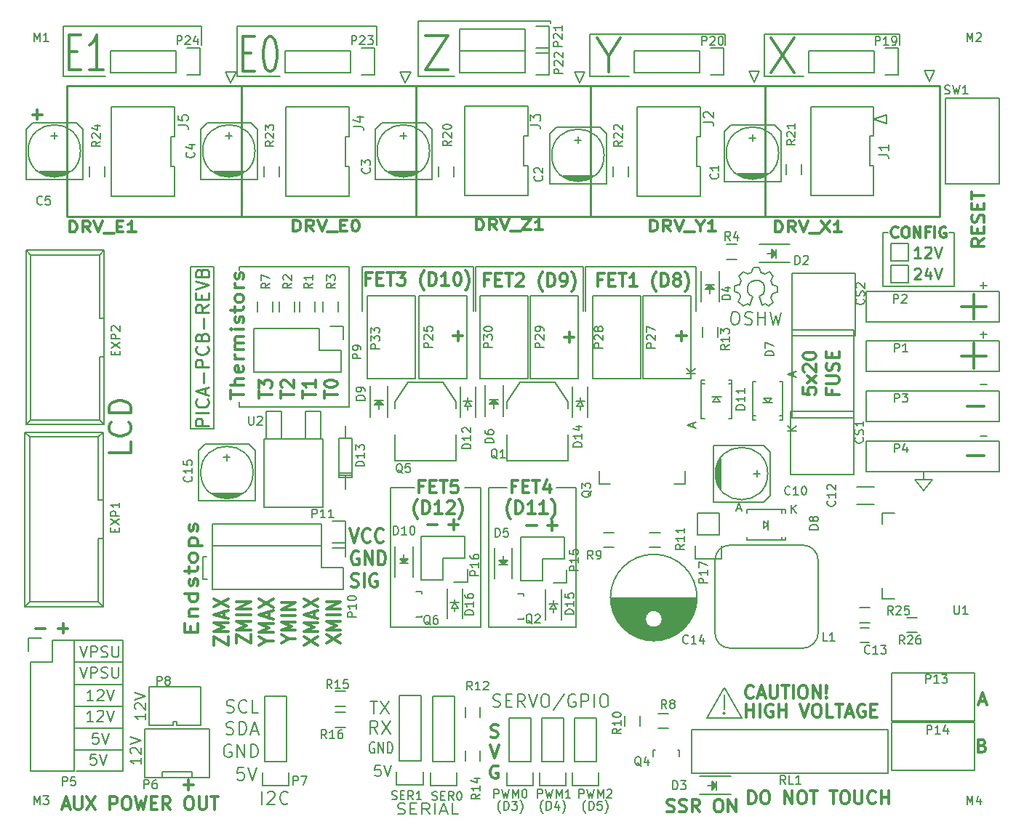
<source format=gbr>
G04 #@! TF.FileFunction,Legend,Top*
%FSLAX46Y46*%
G04 Gerber Fmt 4.6, Leading zero omitted, Abs format (unit mm)*
G04 Created by KiCad (PCBNEW 4.0.2-stable) date 4/20/2016 11:19:16 PM*
%MOMM*%
G01*
G04 APERTURE LIST*
%ADD10C,0.100000*%
%ADD11C,0.203200*%
%ADD12C,0.200000*%
%ADD13C,0.254000*%
%ADD14C,0.300000*%
%ADD15C,0.150000*%
%ADD16C,0.304800*%
G04 APERTURE END LIST*
D10*
D11*
X217785647Y-97735571D02*
X217011552Y-97735571D01*
X217785647Y-91690371D02*
X217011552Y-91690371D01*
D12*
X209423000Y-102844600D02*
X210439000Y-102844600D01*
X210439000Y-104114600D02*
X209423000Y-102844600D01*
X211455000Y-102844600D02*
X210439000Y-104114600D01*
X210439000Y-102844600D02*
X211455000Y-102844600D01*
X210439000Y-101879400D02*
X210439000Y-102844600D01*
D11*
X217785647Y-85899171D02*
X217011552Y-85899171D01*
X217398600Y-86286219D02*
X217398600Y-85512124D01*
X217785647Y-80184171D02*
X217011552Y-80184171D01*
X217398600Y-80571219D02*
X217398600Y-79797124D01*
D12*
X205714600Y-74041000D02*
X206248000Y-74041000D01*
X205714600Y-75082400D02*
X205714600Y-74041000D01*
X213995000Y-74041000D02*
X213410800Y-74041000D01*
X213995000Y-75158600D02*
X213995000Y-74041000D01*
X208635600Y-77851000D02*
X208635600Y-79883000D01*
X208635600Y-79883000D02*
X206603600Y-79883000D01*
X206603600Y-79883000D02*
X206603600Y-77851000D01*
X206603600Y-77851000D02*
X208635600Y-77851000D01*
X206603600Y-75336400D02*
X208635600Y-75336400D01*
X206603600Y-77368400D02*
X206603600Y-75336400D01*
X208635600Y-77368400D02*
X206603600Y-77368400D01*
X208635600Y-75336400D02*
X208635600Y-77368400D01*
X127812800Y-78028800D02*
X125120400Y-78028800D01*
X125120400Y-96901000D02*
X125120400Y-78028800D01*
X127812800Y-96901000D02*
X125120400Y-96901000D01*
X127812800Y-78028800D02*
X127812800Y-96901000D01*
X213995000Y-80314800D02*
X213995000Y-75158600D01*
X205714600Y-80314800D02*
X213995000Y-80314800D01*
X205714600Y-75082400D02*
X205714600Y-80314800D01*
D13*
X209358896Y-78317876D02*
X209419372Y-78257400D01*
X209540324Y-78196924D01*
X209842705Y-78196924D01*
X209963658Y-78257400D01*
X210024134Y-78317876D01*
X210084610Y-78438829D01*
X210084610Y-78559781D01*
X210024134Y-78741210D01*
X209298420Y-79466924D01*
X210084610Y-79466924D01*
X211173182Y-78620257D02*
X211173182Y-79466924D01*
X210870801Y-78136448D02*
X210568420Y-79043590D01*
X211354610Y-79043590D01*
X211656991Y-78196924D02*
X212080325Y-79466924D01*
X212503658Y-78196924D01*
X210084610Y-76952324D02*
X209358896Y-76952324D01*
X209721753Y-76952324D02*
X209721753Y-75682324D01*
X209600801Y-75863752D01*
X209479848Y-75984705D01*
X209358896Y-76045181D01*
X210568420Y-75803276D02*
X210628896Y-75742800D01*
X210749848Y-75682324D01*
X211052229Y-75682324D01*
X211173182Y-75742800D01*
X211233658Y-75803276D01*
X211294134Y-75924229D01*
X211294134Y-76045181D01*
X211233658Y-76226610D01*
X210507944Y-76952324D01*
X211294134Y-76952324D01*
X211656991Y-75682324D02*
X212080325Y-76952324D01*
X212503658Y-75682324D01*
D12*
X129159000Y-55321200D02*
X129768600Y-56616600D01*
X130378200Y-55321200D02*
X129159000Y-55321200D01*
X129768600Y-56616600D02*
X130378200Y-55321200D01*
X150088600Y-56591200D02*
X150698200Y-55295800D01*
X150698200Y-55295800D02*
X149479000Y-55295800D01*
X149479000Y-55295800D02*
X150088600Y-56591200D01*
X169748200Y-55295800D02*
X170357800Y-56591200D01*
X170967400Y-55295800D02*
X169748200Y-55295800D01*
X170357800Y-56591200D02*
X170967400Y-55295800D01*
X190703200Y-56540400D02*
X191312800Y-55245000D01*
X191312800Y-55245000D02*
X190093600Y-55245000D01*
X190093600Y-55245000D02*
X190703200Y-56540400D01*
D11*
X119344924Y-135228390D02*
X119344924Y-135954104D01*
X119344924Y-135591247D02*
X118074924Y-135591247D01*
X118256352Y-135712199D01*
X118377305Y-135833152D01*
X118437781Y-135954104D01*
X118195876Y-134744580D02*
X118135400Y-134684104D01*
X118074924Y-134563152D01*
X118074924Y-134260771D01*
X118135400Y-134139818D01*
X118195876Y-134079342D01*
X118316829Y-134018866D01*
X118437781Y-134018866D01*
X118619210Y-134079342D01*
X119344924Y-134805056D01*
X119344924Y-134018866D01*
X118074924Y-133656009D02*
X119344924Y-133232675D01*
X118074924Y-132809342D01*
X119852924Y-130046790D02*
X119852924Y-130772504D01*
X119852924Y-130409647D02*
X118582924Y-130409647D01*
X118764352Y-130530599D01*
X118885305Y-130651552D01*
X118945781Y-130772504D01*
X118703876Y-129562980D02*
X118643400Y-129502504D01*
X118582924Y-129381552D01*
X118582924Y-129079171D01*
X118643400Y-128958218D01*
X118703876Y-128897742D01*
X118824829Y-128837266D01*
X118945781Y-128837266D01*
X119127210Y-128897742D01*
X119852924Y-129623456D01*
X119852924Y-128837266D01*
X118582924Y-128474409D02*
X119852924Y-128051075D01*
X118582924Y-127627742D01*
D12*
X111531400Y-134289800D02*
X117221000Y-134289800D01*
X111531400Y-131749800D02*
X117195600Y-131749800D01*
X111531400Y-129235200D02*
X117195600Y-129235200D01*
X111531400Y-126669800D02*
X117195600Y-126669800D01*
X111531400Y-124104400D02*
X117221000Y-124104400D01*
D11*
X114083496Y-134788124D02*
X113478734Y-134788124D01*
X113418258Y-135392886D01*
X113478734Y-135332410D01*
X113599686Y-135271933D01*
X113902067Y-135271933D01*
X114023020Y-135332410D01*
X114083496Y-135392886D01*
X114143972Y-135513838D01*
X114143972Y-135816219D01*
X114083496Y-135937171D01*
X114023020Y-135997648D01*
X113902067Y-136058124D01*
X113599686Y-136058124D01*
X113478734Y-135997648D01*
X113418258Y-135937171D01*
X114506829Y-134788124D02*
X114930163Y-136058124D01*
X115353496Y-134788124D01*
X113742410Y-130978124D02*
X113016696Y-130978124D01*
X113379553Y-130978124D02*
X113379553Y-129708124D01*
X113258601Y-129889552D01*
X113137648Y-130010505D01*
X113016696Y-130070981D01*
X114226220Y-129829076D02*
X114286696Y-129768600D01*
X114407648Y-129708124D01*
X114710029Y-129708124D01*
X114830982Y-129768600D01*
X114891458Y-129829076D01*
X114951934Y-129950029D01*
X114951934Y-130070981D01*
X114891458Y-130252410D01*
X114165744Y-130978124D01*
X114951934Y-130978124D01*
X115314791Y-129708124D02*
X115738125Y-130978124D01*
X116161458Y-129708124D01*
X114312096Y-132349724D02*
X113707334Y-132349724D01*
X113646858Y-132954486D01*
X113707334Y-132894010D01*
X113828286Y-132833533D01*
X114130667Y-132833533D01*
X114251620Y-132894010D01*
X114312096Y-132954486D01*
X114372572Y-133075438D01*
X114372572Y-133377819D01*
X114312096Y-133498771D01*
X114251620Y-133559248D01*
X114130667Y-133619724D01*
X113828286Y-133619724D01*
X113707334Y-133559248D01*
X113646858Y-133498771D01*
X114735429Y-132349724D02*
X115158763Y-133619724D01*
X115582096Y-132349724D01*
X113767810Y-128565124D02*
X113042096Y-128565124D01*
X113404953Y-128565124D02*
X113404953Y-127295124D01*
X113284001Y-127476552D01*
X113163048Y-127597505D01*
X113042096Y-127657981D01*
X114251620Y-127416076D02*
X114312096Y-127355600D01*
X114433048Y-127295124D01*
X114735429Y-127295124D01*
X114856382Y-127355600D01*
X114916858Y-127416076D01*
X114977334Y-127537029D01*
X114977334Y-127657981D01*
X114916858Y-127839410D01*
X114191144Y-128565124D01*
X114977334Y-128565124D01*
X115340191Y-127295124D02*
X115763525Y-128565124D01*
X116186858Y-127295124D01*
X112225667Y-124653524D02*
X112649001Y-125923524D01*
X113072334Y-124653524D01*
X113495667Y-125923524D02*
X113495667Y-124653524D01*
X113979476Y-124653524D01*
X114100429Y-124714000D01*
X114160905Y-124774476D01*
X114221381Y-124895429D01*
X114221381Y-125076857D01*
X114160905Y-125197810D01*
X114100429Y-125258286D01*
X113979476Y-125318762D01*
X113495667Y-125318762D01*
X114705191Y-125863048D02*
X114886619Y-125923524D01*
X115189000Y-125923524D01*
X115309953Y-125863048D01*
X115370429Y-125802571D01*
X115430905Y-125681619D01*
X115430905Y-125560667D01*
X115370429Y-125439714D01*
X115309953Y-125379238D01*
X115189000Y-125318762D01*
X114947096Y-125258286D01*
X114826143Y-125197810D01*
X114765667Y-125137333D01*
X114705191Y-125016381D01*
X114705191Y-124895429D01*
X114765667Y-124774476D01*
X114826143Y-124714000D01*
X114947096Y-124653524D01*
X115249476Y-124653524D01*
X115430905Y-124714000D01*
X115975191Y-124653524D02*
X115975191Y-125681619D01*
X116035667Y-125802571D01*
X116096143Y-125863048D01*
X116217096Y-125923524D01*
X116459000Y-125923524D01*
X116579953Y-125863048D01*
X116640429Y-125802571D01*
X116700905Y-125681619D01*
X116700905Y-124653524D01*
D12*
X117221000Y-136804400D02*
X111760000Y-136779000D01*
X117221000Y-121564400D02*
X117221000Y-136804400D01*
X111531400Y-121564400D02*
X117221000Y-121564400D01*
D14*
X124294972Y-138384743D02*
X125437829Y-138384743D01*
X124866400Y-138956171D02*
X124866400Y-137813314D01*
D11*
X149189714Y-141738048D02*
X149404000Y-141798524D01*
X149761143Y-141798524D01*
X149904000Y-141738048D01*
X149975429Y-141677571D01*
X150046857Y-141556619D01*
X150046857Y-141435667D01*
X149975429Y-141314714D01*
X149904000Y-141254238D01*
X149761143Y-141193762D01*
X149475429Y-141133286D01*
X149332571Y-141072810D01*
X149261143Y-141012333D01*
X149189714Y-140891381D01*
X149189714Y-140770429D01*
X149261143Y-140649476D01*
X149332571Y-140589000D01*
X149475429Y-140528524D01*
X149832571Y-140528524D01*
X150046857Y-140589000D01*
X150689714Y-141133286D02*
X151189714Y-141133286D01*
X151404000Y-141798524D02*
X150689714Y-141798524D01*
X150689714Y-140528524D01*
X151404000Y-140528524D01*
X152904000Y-141798524D02*
X152404000Y-141193762D01*
X152046857Y-141798524D02*
X152046857Y-140528524D01*
X152618285Y-140528524D01*
X152761143Y-140589000D01*
X152832571Y-140649476D01*
X152904000Y-140770429D01*
X152904000Y-140951857D01*
X152832571Y-141072810D01*
X152761143Y-141133286D01*
X152618285Y-141193762D01*
X152046857Y-141193762D01*
X153546857Y-141798524D02*
X153546857Y-140528524D01*
X154189714Y-141435667D02*
X154904000Y-141435667D01*
X154046857Y-141798524D02*
X154546857Y-140528524D01*
X155046857Y-141798524D01*
X156261143Y-141798524D02*
X155546857Y-141798524D01*
X155546857Y-140528524D01*
D12*
X148336000Y-120015000D02*
X148336000Y-109093000D01*
X158877000Y-120015000D02*
X148336000Y-120015000D01*
X158877000Y-110617000D02*
X158877000Y-120015000D01*
X159766000Y-120015000D02*
X159766000Y-108839000D01*
X169926000Y-120015000D02*
X159766000Y-120015000D01*
X169926000Y-110871000D02*
X169926000Y-120015000D01*
X126365000Y-49961800D02*
X126365000Y-52222400D01*
X110286800Y-49961800D02*
X126365000Y-49961800D01*
X110286800Y-55854600D02*
X110286800Y-49961800D01*
X115189000Y-55854600D02*
X110286800Y-55854600D01*
X146735800Y-49961800D02*
X146735800Y-52197000D01*
X130530600Y-49961800D02*
X146735800Y-49961800D01*
X130530600Y-55854600D02*
X130530600Y-49961800D01*
X135483600Y-55854600D02*
X130530600Y-55854600D01*
X167030400Y-49352200D02*
X167030400Y-49682400D01*
X151561800Y-49352200D02*
X167030400Y-49352200D01*
X151561800Y-55829200D02*
X151561800Y-49352200D01*
X155854400Y-55829200D02*
X151561800Y-55829200D01*
X187350400Y-50901600D02*
X187350400Y-52222400D01*
X171577000Y-50901600D02*
X187350400Y-50901600D01*
X171577000Y-55854600D02*
X171577000Y-50901600D01*
X176123600Y-55854600D02*
X171577000Y-55854600D01*
X207645000Y-50901600D02*
X207645000Y-52222400D01*
X191922400Y-50901600D02*
X207645000Y-50901600D01*
X191922400Y-55854600D02*
X191922400Y-50901600D01*
X196469000Y-55854600D02*
X191922400Y-55854600D01*
D14*
X110948410Y-52924429D02*
X111879743Y-52924429D01*
X112278886Y-55040619D02*
X110948410Y-55040619D01*
X110948410Y-51000619D01*
X112278886Y-51000619D01*
X114939839Y-55040619D02*
X113343267Y-55040619D01*
X114141553Y-55040619D02*
X114141553Y-51000619D01*
X113875458Y-51577762D01*
X113609363Y-51962524D01*
X113343267Y-52154905D01*
X131166810Y-53127629D02*
X132098143Y-53127629D01*
X132497286Y-55243819D02*
X131166810Y-55243819D01*
X131166810Y-51203819D01*
X132497286Y-51203819D01*
X134226906Y-51203819D02*
X134493001Y-51203819D01*
X134759096Y-51396200D01*
X134892144Y-51588581D01*
X135025191Y-51973343D01*
X135158239Y-52742867D01*
X135158239Y-53704771D01*
X135025191Y-54474295D01*
X134892144Y-54859057D01*
X134759096Y-55051438D01*
X134493001Y-55243819D01*
X134226906Y-55243819D01*
X133960810Y-55051438D01*
X133827763Y-54859057D01*
X133694715Y-54474295D01*
X133561667Y-53704771D01*
X133561667Y-52742867D01*
X133694715Y-51973343D01*
X133827763Y-51588581D01*
X133960810Y-51396200D01*
X134226906Y-51203819D01*
X173761401Y-53421610D02*
X173761401Y-55345419D01*
X172414734Y-51305419D02*
X173761401Y-53421610D01*
X175108067Y-51305419D01*
X152399534Y-51051419D02*
X155092867Y-51051419D01*
X152399534Y-55091419D01*
X155092867Y-55091419D01*
X192683934Y-51330819D02*
X195377267Y-55370819D01*
X195377267Y-51330819D02*
X192683934Y-55370819D01*
X106667372Y-60279743D02*
X107810229Y-60279743D01*
X107238800Y-60851171D02*
X107238800Y-59708314D01*
D12*
X126492000Y-111810800D02*
X126974600Y-111810800D01*
X126492000Y-114401600D02*
X126492000Y-111810800D01*
X126492000Y-114401600D02*
X127000000Y-114401600D01*
X206095600Y-60274200D02*
X204571600Y-60782200D01*
X206095600Y-61290200D02*
X206095600Y-60274200D01*
X204571600Y-60782200D02*
X206095600Y-61290200D01*
X210489800Y-55143400D02*
X211099400Y-56438800D01*
X211709000Y-55143400D02*
X210489800Y-55143400D01*
X211099400Y-56438800D02*
X211709000Y-55143400D01*
D13*
X127170571Y-96523628D02*
X125670571Y-96523628D01*
X125670571Y-95952200D01*
X125742000Y-95809342D01*
X125813429Y-95737914D01*
X125956286Y-95666485D01*
X126170571Y-95666485D01*
X126313429Y-95737914D01*
X126384857Y-95809342D01*
X126456286Y-95952200D01*
X126456286Y-96523628D01*
X127170571Y-95023628D02*
X125670571Y-95023628D01*
X127027714Y-93452199D02*
X127099143Y-93523628D01*
X127170571Y-93737914D01*
X127170571Y-93880771D01*
X127099143Y-94095056D01*
X126956286Y-94237914D01*
X126813429Y-94309342D01*
X126527714Y-94380771D01*
X126313429Y-94380771D01*
X126027714Y-94309342D01*
X125884857Y-94237914D01*
X125742000Y-94095056D01*
X125670571Y-93880771D01*
X125670571Y-93737914D01*
X125742000Y-93523628D01*
X125813429Y-93452199D01*
X126742000Y-92880771D02*
X126742000Y-92166485D01*
X127170571Y-93023628D02*
X125670571Y-92523628D01*
X127170571Y-92023628D01*
X126599143Y-91523628D02*
X126599143Y-90380771D01*
X127170571Y-89666485D02*
X125670571Y-89666485D01*
X125670571Y-89095057D01*
X125742000Y-88952199D01*
X125813429Y-88880771D01*
X125956286Y-88809342D01*
X126170571Y-88809342D01*
X126313429Y-88880771D01*
X126384857Y-88952199D01*
X126456286Y-89095057D01*
X126456286Y-89666485D01*
X127027714Y-87309342D02*
X127099143Y-87380771D01*
X127170571Y-87595057D01*
X127170571Y-87737914D01*
X127099143Y-87952199D01*
X126956286Y-88095057D01*
X126813429Y-88166485D01*
X126527714Y-88237914D01*
X126313429Y-88237914D01*
X126027714Y-88166485D01*
X125884857Y-88095057D01*
X125742000Y-87952199D01*
X125670571Y-87737914D01*
X125670571Y-87595057D01*
X125742000Y-87380771D01*
X125813429Y-87309342D01*
X126384857Y-86166485D02*
X126456286Y-85952199D01*
X126527714Y-85880771D01*
X126670571Y-85809342D01*
X126884857Y-85809342D01*
X127027714Y-85880771D01*
X127099143Y-85952199D01*
X127170571Y-86095057D01*
X127170571Y-86666485D01*
X125670571Y-86666485D01*
X125670571Y-86166485D01*
X125742000Y-86023628D01*
X125813429Y-85952199D01*
X125956286Y-85880771D01*
X126099143Y-85880771D01*
X126242000Y-85952199D01*
X126313429Y-86023628D01*
X126384857Y-86166485D01*
X126384857Y-86666485D01*
X126599143Y-85166485D02*
X126599143Y-84023628D01*
X127170571Y-82452199D02*
X126456286Y-82952199D01*
X127170571Y-83309342D02*
X125670571Y-83309342D01*
X125670571Y-82737914D01*
X125742000Y-82595056D01*
X125813429Y-82523628D01*
X125956286Y-82452199D01*
X126170571Y-82452199D01*
X126313429Y-82523628D01*
X126384857Y-82595056D01*
X126456286Y-82737914D01*
X126456286Y-83309342D01*
X126384857Y-81809342D02*
X126384857Y-81309342D01*
X127170571Y-81095056D02*
X127170571Y-81809342D01*
X125670571Y-81809342D01*
X125670571Y-81095056D01*
X125670571Y-80666485D02*
X127170571Y-80166485D01*
X125670571Y-79666485D01*
X126384857Y-78666485D02*
X126456286Y-78452199D01*
X126527714Y-78380771D01*
X126670571Y-78309342D01*
X126884857Y-78309342D01*
X127027714Y-78380771D01*
X127099143Y-78452199D01*
X127170571Y-78595057D01*
X127170571Y-79166485D01*
X125670571Y-79166485D01*
X125670571Y-78666485D01*
X125742000Y-78523628D01*
X125813429Y-78452199D01*
X125956286Y-78380771D01*
X126099143Y-78380771D01*
X126242000Y-78452199D01*
X126313429Y-78523628D01*
X126384857Y-78666485D01*
X126384857Y-79166485D01*
D12*
X143535400Y-78003400D02*
X143103600Y-78003400D01*
X143535400Y-94361000D02*
X143535400Y-78003400D01*
X130784600Y-78003400D02*
X143103600Y-78003400D01*
X130784600Y-78435200D02*
X130784600Y-78003400D01*
X130784600Y-94361000D02*
X143535400Y-94361000D01*
X130784600Y-93776800D02*
X130784600Y-94361000D01*
D14*
X217251743Y-133801657D02*
X217466029Y-133873086D01*
X217537457Y-133944514D01*
X217608886Y-134087371D01*
X217608886Y-134301657D01*
X217537457Y-134444514D01*
X217466029Y-134515943D01*
X217323171Y-134587371D01*
X216751743Y-134587371D01*
X216751743Y-133087371D01*
X217251743Y-133087371D01*
X217394600Y-133158800D01*
X217466029Y-133230229D01*
X217537457Y-133373086D01*
X217537457Y-133515943D01*
X217466029Y-133658800D01*
X217394600Y-133730229D01*
X217251743Y-133801657D01*
X216751743Y-133801657D01*
X216914457Y-128672400D02*
X217628743Y-128672400D01*
X216771600Y-129100971D02*
X217271600Y-127600971D01*
X217771600Y-129100971D01*
D12*
X148336000Y-103759000D02*
X148336000Y-109093000D01*
X151130000Y-103759000D02*
X148336000Y-103759000D01*
X158877000Y-103759000D02*
X156972000Y-103759000D01*
X158877000Y-110617000D02*
X158877000Y-103759000D01*
X159766000Y-103759000D02*
X159766000Y-108839000D01*
X161925000Y-103759000D02*
X159766000Y-103759000D01*
X169926000Y-103759000D02*
X167640000Y-103759000D01*
X169926000Y-110871000D02*
X169926000Y-103759000D01*
D14*
X189786571Y-130472571D02*
X189786571Y-128972571D01*
X189786571Y-129686857D02*
X190643714Y-129686857D01*
X190643714Y-130472571D02*
X190643714Y-128972571D01*
X191358000Y-130472571D02*
X191358000Y-128972571D01*
X192858000Y-129044000D02*
X192715143Y-128972571D01*
X192500857Y-128972571D01*
X192286572Y-129044000D01*
X192143714Y-129186857D01*
X192072286Y-129329714D01*
X192000857Y-129615429D01*
X192000857Y-129829714D01*
X192072286Y-130115429D01*
X192143714Y-130258286D01*
X192286572Y-130401143D01*
X192500857Y-130472571D01*
X192643714Y-130472571D01*
X192858000Y-130401143D01*
X192929429Y-130329714D01*
X192929429Y-129829714D01*
X192643714Y-129829714D01*
X193572286Y-130472571D02*
X193572286Y-128972571D01*
X193572286Y-129686857D02*
X194429429Y-129686857D01*
X194429429Y-130472571D02*
X194429429Y-128972571D01*
X196072286Y-128972571D02*
X196572286Y-130472571D01*
X197072286Y-128972571D01*
X197858000Y-128972571D02*
X198143714Y-128972571D01*
X198286572Y-129044000D01*
X198429429Y-129186857D01*
X198500857Y-129472571D01*
X198500857Y-129972571D01*
X198429429Y-130258286D01*
X198286572Y-130401143D01*
X198143714Y-130472571D01*
X197858000Y-130472571D01*
X197715143Y-130401143D01*
X197572286Y-130258286D01*
X197500857Y-129972571D01*
X197500857Y-129472571D01*
X197572286Y-129186857D01*
X197715143Y-129044000D01*
X197858000Y-128972571D01*
X199858001Y-130472571D02*
X199143715Y-130472571D01*
X199143715Y-128972571D01*
X200143715Y-128972571D02*
X201000858Y-128972571D01*
X200572287Y-130472571D02*
X200572287Y-128972571D01*
X201429429Y-130044000D02*
X202143715Y-130044000D01*
X201286572Y-130472571D02*
X201786572Y-128972571D01*
X202286572Y-130472571D01*
X203572286Y-129044000D02*
X203429429Y-128972571D01*
X203215143Y-128972571D01*
X203000858Y-129044000D01*
X202858000Y-129186857D01*
X202786572Y-129329714D01*
X202715143Y-129615429D01*
X202715143Y-129829714D01*
X202786572Y-130115429D01*
X202858000Y-130258286D01*
X203000858Y-130401143D01*
X203215143Y-130472571D01*
X203358000Y-130472571D01*
X203572286Y-130401143D01*
X203643715Y-130329714D01*
X203643715Y-129829714D01*
X203358000Y-129829714D01*
X204286572Y-129686857D02*
X204786572Y-129686857D01*
X205000858Y-130472571D02*
X204286572Y-130472571D01*
X204286572Y-128972571D01*
X205000858Y-128972571D01*
X190053342Y-140581771D02*
X190053342Y-139081771D01*
X190410485Y-139081771D01*
X190624770Y-139153200D01*
X190767628Y-139296057D01*
X190839056Y-139438914D01*
X190910485Y-139724629D01*
X190910485Y-139938914D01*
X190839056Y-140224629D01*
X190767628Y-140367486D01*
X190624770Y-140510343D01*
X190410485Y-140581771D01*
X190053342Y-140581771D01*
X191839056Y-139081771D02*
X192124770Y-139081771D01*
X192267628Y-139153200D01*
X192410485Y-139296057D01*
X192481913Y-139581771D01*
X192481913Y-140081771D01*
X192410485Y-140367486D01*
X192267628Y-140510343D01*
X192124770Y-140581771D01*
X191839056Y-140581771D01*
X191696199Y-140510343D01*
X191553342Y-140367486D01*
X191481913Y-140081771D01*
X191481913Y-139581771D01*
X191553342Y-139296057D01*
X191696199Y-139153200D01*
X191839056Y-139081771D01*
X194267628Y-140581771D02*
X194267628Y-139081771D01*
X195124771Y-140581771D01*
X195124771Y-139081771D01*
X196124771Y-139081771D02*
X196410485Y-139081771D01*
X196553343Y-139153200D01*
X196696200Y-139296057D01*
X196767628Y-139581771D01*
X196767628Y-140081771D01*
X196696200Y-140367486D01*
X196553343Y-140510343D01*
X196410485Y-140581771D01*
X196124771Y-140581771D01*
X195981914Y-140510343D01*
X195839057Y-140367486D01*
X195767628Y-140081771D01*
X195767628Y-139581771D01*
X195839057Y-139296057D01*
X195981914Y-139153200D01*
X196124771Y-139081771D01*
X197196200Y-139081771D02*
X198053343Y-139081771D01*
X197624772Y-140581771D02*
X197624772Y-139081771D01*
X199481914Y-139081771D02*
X200339057Y-139081771D01*
X199910486Y-140581771D02*
X199910486Y-139081771D01*
X201124771Y-139081771D02*
X201410485Y-139081771D01*
X201553343Y-139153200D01*
X201696200Y-139296057D01*
X201767628Y-139581771D01*
X201767628Y-140081771D01*
X201696200Y-140367486D01*
X201553343Y-140510343D01*
X201410485Y-140581771D01*
X201124771Y-140581771D01*
X200981914Y-140510343D01*
X200839057Y-140367486D01*
X200767628Y-140081771D01*
X200767628Y-139581771D01*
X200839057Y-139296057D01*
X200981914Y-139153200D01*
X201124771Y-139081771D01*
X202410486Y-139081771D02*
X202410486Y-140296057D01*
X202481914Y-140438914D01*
X202553343Y-140510343D01*
X202696200Y-140581771D01*
X202981914Y-140581771D01*
X203124772Y-140510343D01*
X203196200Y-140438914D01*
X203267629Y-140296057D01*
X203267629Y-139081771D01*
X204839058Y-140438914D02*
X204767629Y-140510343D01*
X204553343Y-140581771D01*
X204410486Y-140581771D01*
X204196201Y-140510343D01*
X204053343Y-140367486D01*
X203981915Y-140224629D01*
X203910486Y-139938914D01*
X203910486Y-139724629D01*
X203981915Y-139438914D01*
X204053343Y-139296057D01*
X204196201Y-139153200D01*
X204410486Y-139081771D01*
X204553343Y-139081771D01*
X204767629Y-139153200D01*
X204839058Y-139224629D01*
X205481915Y-140581771D02*
X205481915Y-139081771D01*
X205481915Y-139796057D02*
X206339058Y-139796057D01*
X206339058Y-140581771D02*
X206339058Y-139081771D01*
X190615571Y-128170714D02*
X190544142Y-128242143D01*
X190329856Y-128313571D01*
X190186999Y-128313571D01*
X189972714Y-128242143D01*
X189829856Y-128099286D01*
X189758428Y-127956429D01*
X189686999Y-127670714D01*
X189686999Y-127456429D01*
X189758428Y-127170714D01*
X189829856Y-127027857D01*
X189972714Y-126885000D01*
X190186999Y-126813571D01*
X190329856Y-126813571D01*
X190544142Y-126885000D01*
X190615571Y-126956429D01*
X191186999Y-127885000D02*
X191901285Y-127885000D01*
X191044142Y-128313571D02*
X191544142Y-126813571D01*
X192044142Y-128313571D01*
X192544142Y-126813571D02*
X192544142Y-128027857D01*
X192615570Y-128170714D01*
X192686999Y-128242143D01*
X192829856Y-128313571D01*
X193115570Y-128313571D01*
X193258428Y-128242143D01*
X193329856Y-128170714D01*
X193401285Y-128027857D01*
X193401285Y-126813571D01*
X193901285Y-126813571D02*
X194758428Y-126813571D01*
X194329857Y-128313571D02*
X194329857Y-126813571D01*
X195258428Y-128313571D02*
X195258428Y-126813571D01*
X196258428Y-126813571D02*
X196544142Y-126813571D01*
X196687000Y-126885000D01*
X196829857Y-127027857D01*
X196901285Y-127313571D01*
X196901285Y-127813571D01*
X196829857Y-128099286D01*
X196687000Y-128242143D01*
X196544142Y-128313571D01*
X196258428Y-128313571D01*
X196115571Y-128242143D01*
X195972714Y-128099286D01*
X195901285Y-127813571D01*
X195901285Y-127313571D01*
X195972714Y-127027857D01*
X196115571Y-126885000D01*
X196258428Y-126813571D01*
X197544143Y-128313571D02*
X197544143Y-126813571D01*
X198401286Y-128313571D01*
X198401286Y-126813571D01*
X199115572Y-128170714D02*
X199187000Y-128242143D01*
X199115572Y-128313571D01*
X199044143Y-128242143D01*
X199115572Y-128170714D01*
X199115572Y-128313571D01*
X199115572Y-127742143D02*
X199044143Y-126885000D01*
X199115572Y-126813571D01*
X199187000Y-126885000D01*
X199115572Y-127742143D01*
X199115572Y-126813571D01*
D12*
X187325000Y-130048000D02*
G75*
G03X187325000Y-130048000I-127000J0D01*
G01*
X187198000Y-129286000D02*
X187198000Y-129540000D01*
X187198000Y-127889000D02*
X187198000Y-129286000D01*
X189230000Y-130556000D02*
X185166000Y-130556000D01*
X187198000Y-127000000D02*
X189230000Y-130556000D01*
X187198000Y-127000000D02*
X185166000Y-130556000D01*
D14*
X180546086Y-141475543D02*
X180760372Y-141546971D01*
X181117515Y-141546971D01*
X181260372Y-141475543D01*
X181331801Y-141404114D01*
X181403229Y-141261257D01*
X181403229Y-141118400D01*
X181331801Y-140975543D01*
X181260372Y-140904114D01*
X181117515Y-140832686D01*
X180831801Y-140761257D01*
X180688943Y-140689829D01*
X180617515Y-140618400D01*
X180546086Y-140475543D01*
X180546086Y-140332686D01*
X180617515Y-140189829D01*
X180688943Y-140118400D01*
X180831801Y-140046971D01*
X181188943Y-140046971D01*
X181403229Y-140118400D01*
X181974657Y-141475543D02*
X182188943Y-141546971D01*
X182546086Y-141546971D01*
X182688943Y-141475543D01*
X182760372Y-141404114D01*
X182831800Y-141261257D01*
X182831800Y-141118400D01*
X182760372Y-140975543D01*
X182688943Y-140904114D01*
X182546086Y-140832686D01*
X182260372Y-140761257D01*
X182117514Y-140689829D01*
X182046086Y-140618400D01*
X181974657Y-140475543D01*
X181974657Y-140332686D01*
X182046086Y-140189829D01*
X182117514Y-140118400D01*
X182260372Y-140046971D01*
X182617514Y-140046971D01*
X182831800Y-140118400D01*
X184331800Y-141546971D02*
X183831800Y-140832686D01*
X183474657Y-141546971D02*
X183474657Y-140046971D01*
X184046085Y-140046971D01*
X184188943Y-140118400D01*
X184260371Y-140189829D01*
X184331800Y-140332686D01*
X184331800Y-140546971D01*
X184260371Y-140689829D01*
X184188943Y-140761257D01*
X184046085Y-140832686D01*
X183474657Y-140832686D01*
X186403228Y-140046971D02*
X186688942Y-140046971D01*
X186831800Y-140118400D01*
X186974657Y-140261257D01*
X187046085Y-140546971D01*
X187046085Y-141046971D01*
X186974657Y-141332686D01*
X186831800Y-141475543D01*
X186688942Y-141546971D01*
X186403228Y-141546971D01*
X186260371Y-141475543D01*
X186117514Y-141332686D01*
X186046085Y-141046971D01*
X186046085Y-140546971D01*
X186117514Y-140261257D01*
X186260371Y-140118400D01*
X186403228Y-140046971D01*
X187688943Y-141546971D02*
X187688943Y-140046971D01*
X188546086Y-141546971D01*
X188546086Y-140046971D01*
X164211072Y-108184143D02*
X165353929Y-108184143D01*
X152654072Y-108057143D02*
X153796929Y-108057143D01*
D11*
X131286287Y-136338571D02*
X130572001Y-136338571D01*
X130500572Y-137052857D01*
X130572001Y-136981429D01*
X130714858Y-136910000D01*
X131072001Y-136910000D01*
X131214858Y-136981429D01*
X131286287Y-137052857D01*
X131357715Y-137195714D01*
X131357715Y-137552857D01*
X131286287Y-137695714D01*
X131214858Y-137767143D01*
X131072001Y-137838571D01*
X130714858Y-137838571D01*
X130572001Y-137767143D01*
X130500572Y-137695714D01*
X131786286Y-136338571D02*
X132286286Y-137838571D01*
X132786286Y-136338571D01*
X129794143Y-133743000D02*
X129651286Y-133671571D01*
X129437000Y-133671571D01*
X129222715Y-133743000D01*
X129079857Y-133885857D01*
X129008429Y-134028714D01*
X128937000Y-134314429D01*
X128937000Y-134528714D01*
X129008429Y-134814429D01*
X129079857Y-134957286D01*
X129222715Y-135100143D01*
X129437000Y-135171571D01*
X129579857Y-135171571D01*
X129794143Y-135100143D01*
X129865572Y-135028714D01*
X129865572Y-134528714D01*
X129579857Y-134528714D01*
X130508429Y-135171571D02*
X130508429Y-133671571D01*
X131365572Y-135171571D01*
X131365572Y-133671571D01*
X132079858Y-135171571D02*
X132079858Y-133671571D01*
X132437001Y-133671571D01*
X132651286Y-133743000D01*
X132794144Y-133885857D01*
X132865572Y-134028714D01*
X132937001Y-134314429D01*
X132937001Y-134528714D01*
X132865572Y-134814429D01*
X132794144Y-134957286D01*
X132651286Y-135100143D01*
X132437001Y-135171571D01*
X132079858Y-135171571D01*
X129242572Y-132433143D02*
X129456858Y-132504571D01*
X129814001Y-132504571D01*
X129956858Y-132433143D01*
X130028287Y-132361714D01*
X130099715Y-132218857D01*
X130099715Y-132076000D01*
X130028287Y-131933143D01*
X129956858Y-131861714D01*
X129814001Y-131790286D01*
X129528287Y-131718857D01*
X129385429Y-131647429D01*
X129314001Y-131576000D01*
X129242572Y-131433143D01*
X129242572Y-131290286D01*
X129314001Y-131147429D01*
X129385429Y-131076000D01*
X129528287Y-131004571D01*
X129885429Y-131004571D01*
X130099715Y-131076000D01*
X130742572Y-132504571D02*
X130742572Y-131004571D01*
X131099715Y-131004571D01*
X131314000Y-131076000D01*
X131456858Y-131218857D01*
X131528286Y-131361714D01*
X131599715Y-131647429D01*
X131599715Y-131861714D01*
X131528286Y-132147429D01*
X131456858Y-132290286D01*
X131314000Y-132433143D01*
X131099715Y-132504571D01*
X130742572Y-132504571D01*
X132171143Y-132076000D02*
X132885429Y-132076000D01*
X132028286Y-132504571D02*
X132528286Y-131004571D01*
X133028286Y-132504571D01*
X171075048Y-141689667D02*
X171026668Y-141641286D01*
X170929906Y-141496143D01*
X170881525Y-141399381D01*
X170833144Y-141254238D01*
X170784763Y-141012333D01*
X170784763Y-140818810D01*
X170833144Y-140576905D01*
X170881525Y-140431762D01*
X170929906Y-140335000D01*
X171026668Y-140189857D01*
X171075048Y-140141476D01*
X171462096Y-141302619D02*
X171462096Y-140286619D01*
X171704001Y-140286619D01*
X171849143Y-140335000D01*
X171945905Y-140431762D01*
X171994286Y-140528524D01*
X172042667Y-140722048D01*
X172042667Y-140867190D01*
X171994286Y-141060714D01*
X171945905Y-141157476D01*
X171849143Y-141254238D01*
X171704001Y-141302619D01*
X171462096Y-141302619D01*
X172961905Y-140286619D02*
X172478096Y-140286619D01*
X172429715Y-140770429D01*
X172478096Y-140722048D01*
X172574858Y-140673667D01*
X172816762Y-140673667D01*
X172913524Y-140722048D01*
X172961905Y-140770429D01*
X173010286Y-140867190D01*
X173010286Y-141109095D01*
X172961905Y-141205857D01*
X172913524Y-141254238D01*
X172816762Y-141302619D01*
X172574858Y-141302619D01*
X172478096Y-141254238D01*
X172429715Y-141205857D01*
X173348953Y-141689667D02*
X173397334Y-141641286D01*
X173494096Y-141496143D01*
X173542477Y-141399381D01*
X173590858Y-141254238D01*
X173639239Y-141012333D01*
X173639239Y-140818810D01*
X173590858Y-140576905D01*
X173542477Y-140431762D01*
X173494096Y-140335000D01*
X173397334Y-140189857D01*
X173348953Y-140141476D01*
X166122048Y-141689667D02*
X166073668Y-141641286D01*
X165976906Y-141496143D01*
X165928525Y-141399381D01*
X165880144Y-141254238D01*
X165831763Y-141012333D01*
X165831763Y-140818810D01*
X165880144Y-140576905D01*
X165928525Y-140431762D01*
X165976906Y-140335000D01*
X166073668Y-140189857D01*
X166122048Y-140141476D01*
X166509096Y-141302619D02*
X166509096Y-140286619D01*
X166751001Y-140286619D01*
X166896143Y-140335000D01*
X166992905Y-140431762D01*
X167041286Y-140528524D01*
X167089667Y-140722048D01*
X167089667Y-140867190D01*
X167041286Y-141060714D01*
X166992905Y-141157476D01*
X166896143Y-141254238D01*
X166751001Y-141302619D01*
X166509096Y-141302619D01*
X167960524Y-140625286D02*
X167960524Y-141302619D01*
X167718620Y-140238238D02*
X167476715Y-140963952D01*
X168105667Y-140963952D01*
X168395953Y-141689667D02*
X168444334Y-141641286D01*
X168541096Y-141496143D01*
X168589477Y-141399381D01*
X168637858Y-141254238D01*
X168686239Y-141012333D01*
X168686239Y-140818810D01*
X168637858Y-140576905D01*
X168589477Y-140431762D01*
X168541096Y-140335000D01*
X168444334Y-140189857D01*
X168395953Y-140141476D01*
X161169048Y-141689667D02*
X161120668Y-141641286D01*
X161023906Y-141496143D01*
X160975525Y-141399381D01*
X160927144Y-141254238D01*
X160878763Y-141012333D01*
X160878763Y-140818810D01*
X160927144Y-140576905D01*
X160975525Y-140431762D01*
X161023906Y-140335000D01*
X161120668Y-140189857D01*
X161169048Y-140141476D01*
X161556096Y-141302619D02*
X161556096Y-140286619D01*
X161798001Y-140286619D01*
X161943143Y-140335000D01*
X162039905Y-140431762D01*
X162088286Y-140528524D01*
X162136667Y-140722048D01*
X162136667Y-140867190D01*
X162088286Y-141060714D01*
X162039905Y-141157476D01*
X161943143Y-141254238D01*
X161798001Y-141302619D01*
X161556096Y-141302619D01*
X162475334Y-140286619D02*
X163104286Y-140286619D01*
X162765620Y-140673667D01*
X162910762Y-140673667D01*
X163007524Y-140722048D01*
X163055905Y-140770429D01*
X163104286Y-140867190D01*
X163104286Y-141109095D01*
X163055905Y-141205857D01*
X163007524Y-141254238D01*
X162910762Y-141302619D01*
X162620477Y-141302619D01*
X162523715Y-141254238D01*
X162475334Y-141205857D01*
X163442953Y-141689667D02*
X163491334Y-141641286D01*
X163588096Y-141496143D01*
X163636477Y-141399381D01*
X163684858Y-141254238D01*
X163733239Y-141012333D01*
X163733239Y-140818810D01*
X163684858Y-140576905D01*
X163636477Y-140431762D01*
X163588096Y-140335000D01*
X163491334Y-140189857D01*
X163442953Y-140141476D01*
D14*
X217492971Y-74746371D02*
X216778686Y-75246371D01*
X217492971Y-75603514D02*
X215992971Y-75603514D01*
X215992971Y-75032086D01*
X216064400Y-74889228D01*
X216135829Y-74817800D01*
X216278686Y-74746371D01*
X216492971Y-74746371D01*
X216635829Y-74817800D01*
X216707257Y-74889228D01*
X216778686Y-75032086D01*
X216778686Y-75603514D01*
X216707257Y-74103514D02*
X216707257Y-73603514D01*
X217492971Y-73389228D02*
X217492971Y-74103514D01*
X215992971Y-74103514D01*
X215992971Y-73389228D01*
X217421543Y-72817800D02*
X217492971Y-72603514D01*
X217492971Y-72246371D01*
X217421543Y-72103514D01*
X217350114Y-72032085D01*
X217207257Y-71960657D01*
X217064400Y-71960657D01*
X216921543Y-72032085D01*
X216850114Y-72103514D01*
X216778686Y-72246371D01*
X216707257Y-72532085D01*
X216635829Y-72674943D01*
X216564400Y-72746371D01*
X216421543Y-72817800D01*
X216278686Y-72817800D01*
X216135829Y-72746371D01*
X216064400Y-72674943D01*
X215992971Y-72532085D01*
X215992971Y-72174943D01*
X216064400Y-71960657D01*
X216707257Y-71317800D02*
X216707257Y-70817800D01*
X217492971Y-70603514D02*
X217492971Y-71317800D01*
X215992971Y-71317800D01*
X215992971Y-70603514D01*
X215992971Y-70174943D02*
X215992971Y-69317800D01*
X217492971Y-69746371D02*
X215992971Y-69746371D01*
X155638572Y-86086143D02*
X156781429Y-86086143D01*
X156210000Y-86657571D02*
X156210000Y-85514714D01*
X181673572Y-86086143D02*
X182816429Y-86086143D01*
X182245000Y-86657571D02*
X182245000Y-85514714D01*
X168592572Y-86213143D02*
X169735429Y-86213143D01*
X169164000Y-86784571D02*
X169164000Y-85641714D01*
X166624072Y-108184143D02*
X167766929Y-108184143D01*
X167195500Y-108755571D02*
X167195500Y-107612714D01*
X155130572Y-108057143D02*
X156273429Y-108057143D01*
X155702000Y-108628571D02*
X155702000Y-107485714D01*
X152174001Y-103594857D02*
X151674001Y-103594857D01*
X151674001Y-104380571D02*
X151674001Y-102880571D01*
X152388287Y-102880571D01*
X152959715Y-103594857D02*
X153459715Y-103594857D01*
X153674001Y-104380571D02*
X152959715Y-104380571D01*
X152959715Y-102880571D01*
X153674001Y-102880571D01*
X154102572Y-102880571D02*
X154959715Y-102880571D01*
X154531144Y-104380571D02*
X154531144Y-102880571D01*
X156174001Y-102880571D02*
X155459715Y-102880571D01*
X155388286Y-103594857D01*
X155459715Y-103523429D01*
X155602572Y-103452000D01*
X155959715Y-103452000D01*
X156102572Y-103523429D01*
X156174001Y-103594857D01*
X156245429Y-103737714D01*
X156245429Y-104094857D01*
X156174001Y-104237714D01*
X156102572Y-104309143D01*
X155959715Y-104380571D01*
X155602572Y-104380571D01*
X155459715Y-104309143D01*
X155388286Y-104237714D01*
X151531143Y-107352000D02*
X151459715Y-107280571D01*
X151316858Y-107066286D01*
X151245429Y-106923429D01*
X151174000Y-106709143D01*
X151102572Y-106352000D01*
X151102572Y-106066286D01*
X151174000Y-105709143D01*
X151245429Y-105494857D01*
X151316858Y-105352000D01*
X151459715Y-105137714D01*
X151531143Y-105066286D01*
X152102572Y-106780571D02*
X152102572Y-105280571D01*
X152459715Y-105280571D01*
X152674000Y-105352000D01*
X152816858Y-105494857D01*
X152888286Y-105637714D01*
X152959715Y-105923429D01*
X152959715Y-106137714D01*
X152888286Y-106423429D01*
X152816858Y-106566286D01*
X152674000Y-106709143D01*
X152459715Y-106780571D01*
X152102572Y-106780571D01*
X154388286Y-106780571D02*
X153531143Y-106780571D01*
X153959715Y-106780571D02*
X153959715Y-105280571D01*
X153816858Y-105494857D01*
X153674000Y-105637714D01*
X153531143Y-105709143D01*
X154959714Y-105423429D02*
X155031143Y-105352000D01*
X155174000Y-105280571D01*
X155531143Y-105280571D01*
X155674000Y-105352000D01*
X155745429Y-105423429D01*
X155816857Y-105566286D01*
X155816857Y-105709143D01*
X155745429Y-105923429D01*
X154888286Y-106780571D01*
X155816857Y-106780571D01*
X156316857Y-107352000D02*
X156388285Y-107280571D01*
X156531142Y-107066286D01*
X156602571Y-106923429D01*
X156674000Y-106709143D01*
X156745428Y-106352000D01*
X156745428Y-106066286D01*
X156674000Y-105709143D01*
X156602571Y-105494857D01*
X156531142Y-105352000D01*
X156388285Y-105137714D01*
X156316857Y-105066286D01*
X162969001Y-103594857D02*
X162469001Y-103594857D01*
X162469001Y-104380571D02*
X162469001Y-102880571D01*
X163183287Y-102880571D01*
X163754715Y-103594857D02*
X164254715Y-103594857D01*
X164469001Y-104380571D02*
X163754715Y-104380571D01*
X163754715Y-102880571D01*
X164469001Y-102880571D01*
X164897572Y-102880571D02*
X165754715Y-102880571D01*
X165326144Y-104380571D02*
X165326144Y-102880571D01*
X166897572Y-103380571D02*
X166897572Y-104380571D01*
X166540429Y-102809143D02*
X166183286Y-103880571D01*
X167111858Y-103880571D01*
X162326143Y-107352000D02*
X162254715Y-107280571D01*
X162111858Y-107066286D01*
X162040429Y-106923429D01*
X161969000Y-106709143D01*
X161897572Y-106352000D01*
X161897572Y-106066286D01*
X161969000Y-105709143D01*
X162040429Y-105494857D01*
X162111858Y-105352000D01*
X162254715Y-105137714D01*
X162326143Y-105066286D01*
X162897572Y-106780571D02*
X162897572Y-105280571D01*
X163254715Y-105280571D01*
X163469000Y-105352000D01*
X163611858Y-105494857D01*
X163683286Y-105637714D01*
X163754715Y-105923429D01*
X163754715Y-106137714D01*
X163683286Y-106423429D01*
X163611858Y-106566286D01*
X163469000Y-106709143D01*
X163254715Y-106780571D01*
X162897572Y-106780571D01*
X165183286Y-106780571D02*
X164326143Y-106780571D01*
X164754715Y-106780571D02*
X164754715Y-105280571D01*
X164611858Y-105494857D01*
X164469000Y-105637714D01*
X164326143Y-105709143D01*
X166611857Y-106780571D02*
X165754714Y-106780571D01*
X166183286Y-106780571D02*
X166183286Y-105280571D01*
X166040429Y-105494857D01*
X165897571Y-105637714D01*
X165754714Y-105709143D01*
X167111857Y-107352000D02*
X167183285Y-107280571D01*
X167326142Y-107066286D01*
X167397571Y-106923429D01*
X167469000Y-106709143D01*
X167540428Y-106352000D01*
X167540428Y-106066286D01*
X167469000Y-105709143D01*
X167397571Y-105494857D01*
X167326142Y-105352000D01*
X167183285Y-105137714D01*
X167111857Y-105066286D01*
D12*
X183896000Y-77978000D02*
X183896000Y-83185000D01*
X171069000Y-77978000D02*
X183896000Y-77978000D01*
X171069000Y-83185000D02*
X171069000Y-77978000D01*
X170815000Y-77978000D02*
X170815000Y-83185000D01*
X158242000Y-77978000D02*
X170815000Y-77978000D01*
X158242000Y-83185000D02*
X158242000Y-77978000D01*
X157988000Y-77978000D02*
X157988000Y-83185000D01*
X145034000Y-77978000D02*
X157988000Y-77978000D01*
X145034000Y-77978000D02*
X145034000Y-83185000D01*
D11*
X147205096Y-136083524D02*
X146600334Y-136083524D01*
X146539858Y-136688286D01*
X146600334Y-136627810D01*
X146721286Y-136567333D01*
X147023667Y-136567333D01*
X147144620Y-136627810D01*
X147205096Y-136688286D01*
X147265572Y-136809238D01*
X147265572Y-137111619D01*
X147205096Y-137232571D01*
X147144620Y-137293048D01*
X147023667Y-137353524D01*
X146721286Y-137353524D01*
X146600334Y-137293048D01*
X146539858Y-137232571D01*
X147628429Y-136083524D02*
X148051763Y-137353524D01*
X148475096Y-136083524D01*
X146482405Y-133477000D02*
X146385643Y-133416524D01*
X146240500Y-133416524D01*
X146095358Y-133477000D01*
X145998596Y-133597952D01*
X145950215Y-133718905D01*
X145901834Y-133960810D01*
X145901834Y-134142238D01*
X145950215Y-134384143D01*
X145998596Y-134505095D01*
X146095358Y-134626048D01*
X146240500Y-134686524D01*
X146337262Y-134686524D01*
X146482405Y-134626048D01*
X146530786Y-134565571D01*
X146530786Y-134142238D01*
X146337262Y-134142238D01*
X146966215Y-134686524D02*
X146966215Y-133416524D01*
X147546786Y-134686524D01*
X147546786Y-133416524D01*
X148030596Y-134686524D02*
X148030596Y-133416524D01*
X148272501Y-133416524D01*
X148417643Y-133477000D01*
X148514405Y-133597952D01*
X148562786Y-133718905D01*
X148611167Y-133960810D01*
X148611167Y-134142238D01*
X148562786Y-134384143D01*
X148514405Y-134505095D01*
X148417643Y-134626048D01*
X148272501Y-134686524D01*
X148030596Y-134686524D01*
X129278286Y-129893143D02*
X129492572Y-129964571D01*
X129849715Y-129964571D01*
X129992572Y-129893143D01*
X130064001Y-129821714D01*
X130135429Y-129678857D01*
X130135429Y-129536000D01*
X130064001Y-129393143D01*
X129992572Y-129321714D01*
X129849715Y-129250286D01*
X129564001Y-129178857D01*
X129421143Y-129107429D01*
X129349715Y-129036000D01*
X129278286Y-128893143D01*
X129278286Y-128750286D01*
X129349715Y-128607429D01*
X129421143Y-128536000D01*
X129564001Y-128464571D01*
X129921143Y-128464571D01*
X130135429Y-128536000D01*
X131635429Y-129821714D02*
X131564000Y-129893143D01*
X131349714Y-129964571D01*
X131206857Y-129964571D01*
X130992572Y-129893143D01*
X130849714Y-129750286D01*
X130778286Y-129607429D01*
X130706857Y-129321714D01*
X130706857Y-129107429D01*
X130778286Y-128821714D01*
X130849714Y-128678857D01*
X130992572Y-128536000D01*
X131206857Y-128464571D01*
X131349714Y-128464571D01*
X131564000Y-128536000D01*
X131635429Y-128607429D01*
X132992572Y-129964571D02*
X132278286Y-129964571D01*
X132278286Y-128464571D01*
X133409715Y-140632571D02*
X133409715Y-139132571D01*
X134052572Y-139275429D02*
X134124001Y-139204000D01*
X134266858Y-139132571D01*
X134624001Y-139132571D01*
X134766858Y-139204000D01*
X134838287Y-139275429D01*
X134909715Y-139418286D01*
X134909715Y-139561143D01*
X134838287Y-139775429D01*
X133981144Y-140632571D01*
X134909715Y-140632571D01*
X136409715Y-140489714D02*
X136338286Y-140561143D01*
X136124000Y-140632571D01*
X135981143Y-140632571D01*
X135766858Y-140561143D01*
X135624000Y-140418286D01*
X135552572Y-140275429D01*
X135481143Y-139989714D01*
X135481143Y-139775429D01*
X135552572Y-139489714D01*
X135624000Y-139346857D01*
X135766858Y-139204000D01*
X135981143Y-139132571D01*
X136124000Y-139132571D01*
X136338286Y-139204000D01*
X136409715Y-139275429D01*
X145986572Y-128608371D02*
X146843715Y-128608371D01*
X146415144Y-130108371D02*
X146415144Y-128608371D01*
X147200858Y-128608371D02*
X148200858Y-130108371D01*
X148200858Y-128608371D02*
X147200858Y-130108371D01*
X146879429Y-132411571D02*
X146379429Y-131697286D01*
X146022286Y-132411571D02*
X146022286Y-130911571D01*
X146593714Y-130911571D01*
X146736572Y-130983000D01*
X146808000Y-131054429D01*
X146879429Y-131197286D01*
X146879429Y-131411571D01*
X146808000Y-131554429D01*
X146736572Y-131625857D01*
X146593714Y-131697286D01*
X146022286Y-131697286D01*
X147379429Y-130911571D02*
X148379429Y-132411571D01*
X148379429Y-130911571D02*
X147379429Y-132411571D01*
D14*
X160035929Y-132763643D02*
X160250215Y-132835071D01*
X160607358Y-132835071D01*
X160750215Y-132763643D01*
X160821644Y-132692214D01*
X160893072Y-132549357D01*
X160893072Y-132406500D01*
X160821644Y-132263643D01*
X160750215Y-132192214D01*
X160607358Y-132120786D01*
X160321644Y-132049357D01*
X160178786Y-131977929D01*
X160107358Y-131906500D01*
X160035929Y-131763643D01*
X160035929Y-131620786D01*
X160107358Y-131477929D01*
X160178786Y-131406500D01*
X160321644Y-131335071D01*
X160678786Y-131335071D01*
X160893072Y-131406500D01*
X159964500Y-133735071D02*
X160464500Y-135235071D01*
X160964500Y-133735071D01*
X160857357Y-136206500D02*
X160714500Y-136135071D01*
X160500214Y-136135071D01*
X160285929Y-136206500D01*
X160143071Y-136349357D01*
X160071643Y-136492214D01*
X160000214Y-136777929D01*
X160000214Y-136992214D01*
X160071643Y-137277929D01*
X160143071Y-137420786D01*
X160285929Y-137563643D01*
X160500214Y-137635071D01*
X160643071Y-137635071D01*
X160857357Y-137563643D01*
X160928786Y-137492214D01*
X160928786Y-136992214D01*
X160643071Y-136992214D01*
D11*
X160290714Y-129258143D02*
X160505000Y-129329571D01*
X160862143Y-129329571D01*
X161005000Y-129258143D01*
X161076429Y-129186714D01*
X161147857Y-129043857D01*
X161147857Y-128901000D01*
X161076429Y-128758143D01*
X161005000Y-128686714D01*
X160862143Y-128615286D01*
X160576429Y-128543857D01*
X160433571Y-128472429D01*
X160362143Y-128401000D01*
X160290714Y-128258143D01*
X160290714Y-128115286D01*
X160362143Y-127972429D01*
X160433571Y-127901000D01*
X160576429Y-127829571D01*
X160933571Y-127829571D01*
X161147857Y-127901000D01*
X161790714Y-128543857D02*
X162290714Y-128543857D01*
X162505000Y-129329571D02*
X161790714Y-129329571D01*
X161790714Y-127829571D01*
X162505000Y-127829571D01*
X164005000Y-129329571D02*
X163505000Y-128615286D01*
X163147857Y-129329571D02*
X163147857Y-127829571D01*
X163719285Y-127829571D01*
X163862143Y-127901000D01*
X163933571Y-127972429D01*
X164005000Y-128115286D01*
X164005000Y-128329571D01*
X163933571Y-128472429D01*
X163862143Y-128543857D01*
X163719285Y-128615286D01*
X163147857Y-128615286D01*
X164433571Y-127829571D02*
X164933571Y-129329571D01*
X165433571Y-127829571D01*
X166219285Y-127829571D02*
X166504999Y-127829571D01*
X166647857Y-127901000D01*
X166790714Y-128043857D01*
X166862142Y-128329571D01*
X166862142Y-128829571D01*
X166790714Y-129115286D01*
X166647857Y-129258143D01*
X166504999Y-129329571D01*
X166219285Y-129329571D01*
X166076428Y-129258143D01*
X165933571Y-129115286D01*
X165862142Y-128829571D01*
X165862142Y-128329571D01*
X165933571Y-128043857D01*
X166076428Y-127901000D01*
X166219285Y-127829571D01*
X168576428Y-127758143D02*
X167290714Y-129686714D01*
X169862143Y-127901000D02*
X169719286Y-127829571D01*
X169505000Y-127829571D01*
X169290715Y-127901000D01*
X169147857Y-128043857D01*
X169076429Y-128186714D01*
X169005000Y-128472429D01*
X169005000Y-128686714D01*
X169076429Y-128972429D01*
X169147857Y-129115286D01*
X169290715Y-129258143D01*
X169505000Y-129329571D01*
X169647857Y-129329571D01*
X169862143Y-129258143D01*
X169933572Y-129186714D01*
X169933572Y-128686714D01*
X169647857Y-128686714D01*
X170576429Y-129329571D02*
X170576429Y-127829571D01*
X171147857Y-127829571D01*
X171290715Y-127901000D01*
X171362143Y-127972429D01*
X171433572Y-128115286D01*
X171433572Y-128329571D01*
X171362143Y-128472429D01*
X171290715Y-128543857D01*
X171147857Y-128615286D01*
X170576429Y-128615286D01*
X172076429Y-129329571D02*
X172076429Y-127829571D01*
X173076429Y-127829571D02*
X173362143Y-127829571D01*
X173505001Y-127901000D01*
X173647858Y-128043857D01*
X173719286Y-128329571D01*
X173719286Y-128829571D01*
X173647858Y-129115286D01*
X173505001Y-129258143D01*
X173362143Y-129329571D01*
X173076429Y-129329571D01*
X172933572Y-129258143D01*
X172790715Y-129115286D01*
X172719286Y-128829571D01*
X172719286Y-128329571D01*
X172790715Y-128043857D01*
X172933572Y-127901000D01*
X173076429Y-127829571D01*
D14*
X129734571Y-93412619D02*
X129734571Y-92410334D01*
X131234571Y-92911477D02*
X129734571Y-92911477D01*
X131234571Y-91825667D02*
X129734571Y-91825667D01*
X131234571Y-91073953D02*
X130448857Y-91073953D01*
X130306000Y-91157476D01*
X130234571Y-91324524D01*
X130234571Y-91575096D01*
X130306000Y-91742143D01*
X130377429Y-91825667D01*
X131163143Y-89570524D02*
X131234571Y-89737572D01*
X131234571Y-90071667D01*
X131163143Y-90238715D01*
X131020286Y-90322239D01*
X130448857Y-90322239D01*
X130306000Y-90238715D01*
X130234571Y-90071667D01*
X130234571Y-89737572D01*
X130306000Y-89570524D01*
X130448857Y-89487001D01*
X130591714Y-89487001D01*
X130734571Y-90322239D01*
X131234571Y-88735286D02*
X130234571Y-88735286D01*
X130520286Y-88735286D02*
X130377429Y-88651762D01*
X130306000Y-88568238D01*
X130234571Y-88401191D01*
X130234571Y-88234143D01*
X131234571Y-87649476D02*
X130234571Y-87649476D01*
X130377429Y-87649476D02*
X130306000Y-87565952D01*
X130234571Y-87398905D01*
X130234571Y-87148333D01*
X130306000Y-86981285D01*
X130448857Y-86897762D01*
X131234571Y-86897762D01*
X130448857Y-86897762D02*
X130306000Y-86814238D01*
X130234571Y-86647190D01*
X130234571Y-86396619D01*
X130306000Y-86229571D01*
X130448857Y-86146047D01*
X131234571Y-86146047D01*
X131234571Y-85310809D02*
X130234571Y-85310809D01*
X129734571Y-85310809D02*
X129806000Y-85394333D01*
X129877429Y-85310809D01*
X129806000Y-85227285D01*
X129734571Y-85310809D01*
X129877429Y-85310809D01*
X131163143Y-84559095D02*
X131234571Y-84392047D01*
X131234571Y-84057952D01*
X131163143Y-83890904D01*
X131020286Y-83807380D01*
X130948857Y-83807380D01*
X130806000Y-83890904D01*
X130734571Y-84057952D01*
X130734571Y-84308523D01*
X130663143Y-84475571D01*
X130520286Y-84559095D01*
X130448857Y-84559095D01*
X130306000Y-84475571D01*
X130234571Y-84308523D01*
X130234571Y-84057952D01*
X130306000Y-83890904D01*
X130234571Y-83306237D02*
X130234571Y-82638047D01*
X129734571Y-83055666D02*
X131020286Y-83055666D01*
X131163143Y-82972142D01*
X131234571Y-82805095D01*
X131234571Y-82638047D01*
X131234571Y-81802809D02*
X131163143Y-81969856D01*
X131091714Y-82053380D01*
X130948857Y-82136904D01*
X130520286Y-82136904D01*
X130377429Y-82053380D01*
X130306000Y-81969856D01*
X130234571Y-81802809D01*
X130234571Y-81552237D01*
X130306000Y-81385189D01*
X130377429Y-81301666D01*
X130520286Y-81218142D01*
X130948857Y-81218142D01*
X131091714Y-81301666D01*
X131163143Y-81385189D01*
X131234571Y-81552237D01*
X131234571Y-81802809D01*
X131234571Y-80466428D02*
X130234571Y-80466428D01*
X130520286Y-80466428D02*
X130377429Y-80382904D01*
X130306000Y-80299380D01*
X130234571Y-80132333D01*
X130234571Y-79965285D01*
X131163143Y-79464142D02*
X131234571Y-79297094D01*
X131234571Y-78962999D01*
X131163143Y-78795951D01*
X131020286Y-78712427D01*
X130948857Y-78712427D01*
X130806000Y-78795951D01*
X130734571Y-78962999D01*
X130734571Y-79213570D01*
X130663143Y-79380618D01*
X130520286Y-79464142D01*
X130448857Y-79464142D01*
X130306000Y-79380618D01*
X130234571Y-79213570D01*
X130234571Y-78962999D01*
X130306000Y-78795951D01*
X146011001Y-79394857D02*
X145511001Y-79394857D01*
X145511001Y-80180571D02*
X145511001Y-78680571D01*
X146225287Y-78680571D01*
X146796715Y-79394857D02*
X147296715Y-79394857D01*
X147511001Y-80180571D02*
X146796715Y-80180571D01*
X146796715Y-78680571D01*
X147511001Y-78680571D01*
X147939572Y-78680571D02*
X148796715Y-78680571D01*
X148368144Y-80180571D02*
X148368144Y-78680571D01*
X149153858Y-78680571D02*
X150082429Y-78680571D01*
X149582429Y-79252000D01*
X149796715Y-79252000D01*
X149939572Y-79323429D01*
X150011001Y-79394857D01*
X150082429Y-79537714D01*
X150082429Y-79894857D01*
X150011001Y-80037714D01*
X149939572Y-80109143D01*
X149796715Y-80180571D01*
X149368143Y-80180571D01*
X149225286Y-80109143D01*
X149153858Y-80037714D01*
X152296714Y-80752000D02*
X152225286Y-80680571D01*
X152082429Y-80466286D01*
X152011000Y-80323429D01*
X151939571Y-80109143D01*
X151868143Y-79752000D01*
X151868143Y-79466286D01*
X151939571Y-79109143D01*
X152011000Y-78894857D01*
X152082429Y-78752000D01*
X152225286Y-78537714D01*
X152296714Y-78466286D01*
X152868143Y-80180571D02*
X152868143Y-78680571D01*
X153225286Y-78680571D01*
X153439571Y-78752000D01*
X153582429Y-78894857D01*
X153653857Y-79037714D01*
X153725286Y-79323429D01*
X153725286Y-79537714D01*
X153653857Y-79823429D01*
X153582429Y-79966286D01*
X153439571Y-80109143D01*
X153225286Y-80180571D01*
X152868143Y-80180571D01*
X155153857Y-80180571D02*
X154296714Y-80180571D01*
X154725286Y-80180571D02*
X154725286Y-78680571D01*
X154582429Y-78894857D01*
X154439571Y-79037714D01*
X154296714Y-79109143D01*
X156082428Y-78680571D02*
X156225285Y-78680571D01*
X156368142Y-78752000D01*
X156439571Y-78823429D01*
X156511000Y-78966286D01*
X156582428Y-79252000D01*
X156582428Y-79609143D01*
X156511000Y-79894857D01*
X156439571Y-80037714D01*
X156368142Y-80109143D01*
X156225285Y-80180571D01*
X156082428Y-80180571D01*
X155939571Y-80109143D01*
X155868142Y-80037714D01*
X155796714Y-79894857D01*
X155725285Y-79609143D01*
X155725285Y-79252000D01*
X155796714Y-78966286D01*
X155868142Y-78823429D01*
X155939571Y-78752000D01*
X156082428Y-78680571D01*
X157082428Y-80752000D02*
X157153856Y-80680571D01*
X157296713Y-80466286D01*
X157368142Y-80323429D01*
X157439571Y-80109143D01*
X157510999Y-79752000D01*
X157510999Y-79466286D01*
X157439571Y-79109143D01*
X157368142Y-78894857D01*
X157296713Y-78752000D01*
X157153856Y-78537714D01*
X157082428Y-78466286D01*
X110212514Y-140839000D02*
X110926800Y-140839000D01*
X110069657Y-141267571D02*
X110569657Y-139767571D01*
X111069657Y-141267571D01*
X111569657Y-139767571D02*
X111569657Y-140981857D01*
X111641085Y-141124714D01*
X111712514Y-141196143D01*
X111855371Y-141267571D01*
X112141085Y-141267571D01*
X112283943Y-141196143D01*
X112355371Y-141124714D01*
X112426800Y-140981857D01*
X112426800Y-139767571D01*
X112998229Y-139767571D02*
X113998229Y-141267571D01*
X113998229Y-139767571D02*
X112998229Y-141267571D01*
X115712514Y-141267571D02*
X115712514Y-139767571D01*
X116283942Y-139767571D01*
X116426800Y-139839000D01*
X116498228Y-139910429D01*
X116569657Y-140053286D01*
X116569657Y-140267571D01*
X116498228Y-140410429D01*
X116426800Y-140481857D01*
X116283942Y-140553286D01*
X115712514Y-140553286D01*
X117498228Y-139767571D02*
X117783942Y-139767571D01*
X117926800Y-139839000D01*
X118069657Y-139981857D01*
X118141085Y-140267571D01*
X118141085Y-140767571D01*
X118069657Y-141053286D01*
X117926800Y-141196143D01*
X117783942Y-141267571D01*
X117498228Y-141267571D01*
X117355371Y-141196143D01*
X117212514Y-141053286D01*
X117141085Y-140767571D01*
X117141085Y-140267571D01*
X117212514Y-139981857D01*
X117355371Y-139839000D01*
X117498228Y-139767571D01*
X118641086Y-139767571D02*
X118998229Y-141267571D01*
X119283943Y-140196143D01*
X119569657Y-141267571D01*
X119926800Y-139767571D01*
X120498229Y-140481857D02*
X120998229Y-140481857D01*
X121212515Y-141267571D02*
X120498229Y-141267571D01*
X120498229Y-139767571D01*
X121212515Y-139767571D01*
X122712515Y-141267571D02*
X122212515Y-140553286D01*
X121855372Y-141267571D02*
X121855372Y-139767571D01*
X122426800Y-139767571D01*
X122569658Y-139839000D01*
X122641086Y-139910429D01*
X122712515Y-140053286D01*
X122712515Y-140267571D01*
X122641086Y-140410429D01*
X122569658Y-140481857D01*
X122426800Y-140553286D01*
X121855372Y-140553286D01*
X124783943Y-139767571D02*
X125069657Y-139767571D01*
X125212515Y-139839000D01*
X125355372Y-139981857D01*
X125426800Y-140267571D01*
X125426800Y-140767571D01*
X125355372Y-141053286D01*
X125212515Y-141196143D01*
X125069657Y-141267571D01*
X124783943Y-141267571D01*
X124641086Y-141196143D01*
X124498229Y-141053286D01*
X124426800Y-140767571D01*
X124426800Y-140267571D01*
X124498229Y-139981857D01*
X124641086Y-139839000D01*
X124783943Y-139767571D01*
X126069658Y-139767571D02*
X126069658Y-140981857D01*
X126141086Y-141124714D01*
X126212515Y-141196143D01*
X126355372Y-141267571D01*
X126641086Y-141267571D01*
X126783944Y-141196143D01*
X126855372Y-141124714D01*
X126926801Y-140981857D01*
X126926801Y-139767571D01*
X127426801Y-139767571D02*
X128283944Y-139767571D01*
X127855373Y-141267571D02*
X127855373Y-139767571D01*
D11*
X112225667Y-122240524D02*
X112649001Y-123510524D01*
X113072334Y-122240524D01*
X113495667Y-123510524D02*
X113495667Y-122240524D01*
X113979476Y-122240524D01*
X114100429Y-122301000D01*
X114160905Y-122361476D01*
X114221381Y-122482429D01*
X114221381Y-122663857D01*
X114160905Y-122784810D01*
X114100429Y-122845286D01*
X113979476Y-122905762D01*
X113495667Y-122905762D01*
X114705191Y-123450048D02*
X114886619Y-123510524D01*
X115189000Y-123510524D01*
X115309953Y-123450048D01*
X115370429Y-123389571D01*
X115430905Y-123268619D01*
X115430905Y-123147667D01*
X115370429Y-123026714D01*
X115309953Y-122966238D01*
X115189000Y-122905762D01*
X114947096Y-122845286D01*
X114826143Y-122784810D01*
X114765667Y-122724333D01*
X114705191Y-122603381D01*
X114705191Y-122482429D01*
X114765667Y-122361476D01*
X114826143Y-122301000D01*
X114947096Y-122240524D01*
X115249476Y-122240524D01*
X115430905Y-122301000D01*
X115975191Y-122240524D02*
X115975191Y-123268619D01*
X116035667Y-123389571D01*
X116096143Y-123450048D01*
X116217096Y-123510524D01*
X116459000Y-123510524D01*
X116579953Y-123450048D01*
X116640429Y-123389571D01*
X116700905Y-123268619D01*
X116700905Y-122240524D01*
D14*
X196409571Y-92102570D02*
X196409571Y-92816856D01*
X197123857Y-92888285D01*
X197052429Y-92816856D01*
X196981000Y-92673999D01*
X196981000Y-92316856D01*
X197052429Y-92173999D01*
X197123857Y-92102570D01*
X197266714Y-92031142D01*
X197623857Y-92031142D01*
X197766714Y-92102570D01*
X197838143Y-92173999D01*
X197909571Y-92316856D01*
X197909571Y-92673999D01*
X197838143Y-92816856D01*
X197766714Y-92888285D01*
X197909571Y-91531142D02*
X196909571Y-90745428D01*
X196909571Y-91531142D02*
X197909571Y-90745428D01*
X196552429Y-90245428D02*
X196481000Y-90173999D01*
X196409571Y-90031142D01*
X196409571Y-89673999D01*
X196481000Y-89531142D01*
X196552429Y-89459713D01*
X196695286Y-89388285D01*
X196838143Y-89388285D01*
X197052429Y-89459713D01*
X197909571Y-90316856D01*
X197909571Y-89388285D01*
X196409571Y-88459714D02*
X196409571Y-88316857D01*
X196481000Y-88174000D01*
X196552429Y-88102571D01*
X196695286Y-88031142D01*
X196981000Y-87959714D01*
X197338143Y-87959714D01*
X197623857Y-88031142D01*
X197766714Y-88102571D01*
X197838143Y-88174000D01*
X197909571Y-88316857D01*
X197909571Y-88459714D01*
X197838143Y-88602571D01*
X197766714Y-88674000D01*
X197623857Y-88745428D01*
X197338143Y-88816857D01*
X196981000Y-88816857D01*
X196695286Y-88745428D01*
X196552429Y-88674000D01*
X196481000Y-88602571D01*
X196409571Y-88459714D01*
X215516581Y-94237629D02*
X217451819Y-94237629D01*
X217426419Y-100046971D02*
X215491181Y-100046971D01*
X214829572Y-88384743D02*
X217732429Y-88384743D01*
X216281000Y-89836171D02*
X216281000Y-86933314D01*
X214829572Y-82669743D02*
X217732429Y-82669743D01*
X216281000Y-84121171D02*
X216281000Y-81218314D01*
X199790857Y-92388285D02*
X199790857Y-92888285D01*
X200576571Y-92888285D02*
X199076571Y-92888285D01*
X199076571Y-92173999D01*
X199076571Y-91602571D02*
X200290857Y-91602571D01*
X200433714Y-91531143D01*
X200505143Y-91459714D01*
X200576571Y-91316857D01*
X200576571Y-91031143D01*
X200505143Y-90888285D01*
X200433714Y-90816857D01*
X200290857Y-90745428D01*
X199076571Y-90745428D01*
X200505143Y-90102571D02*
X200576571Y-89888285D01*
X200576571Y-89531142D01*
X200505143Y-89388285D01*
X200433714Y-89316856D01*
X200290857Y-89245428D01*
X200148000Y-89245428D01*
X200005143Y-89316856D01*
X199933714Y-89388285D01*
X199862286Y-89531142D01*
X199790857Y-89816856D01*
X199719429Y-89959714D01*
X199648000Y-90031142D01*
X199505143Y-90102571D01*
X199362286Y-90102571D01*
X199219429Y-90031142D01*
X199148000Y-89959714D01*
X199076571Y-89816856D01*
X199076571Y-89459714D01*
X199148000Y-89245428D01*
X199790857Y-88602571D02*
X199790857Y-88102571D01*
X200576571Y-87888285D02*
X200576571Y-88602571D01*
X199076571Y-88602571D01*
X199076571Y-87888285D01*
D12*
X195072000Y-85344000D02*
X195072000Y-85725000D01*
X202311000Y-85344000D02*
X195072000Y-85344000D01*
X202311000Y-95631000D02*
X202311000Y-85344000D01*
X195072000Y-95631000D02*
X202311000Y-95631000D01*
X195072000Y-85725000D02*
X195072000Y-95631000D01*
D14*
X118141448Y-98451609D02*
X118141448Y-99661133D01*
X115601448Y-99661133D01*
X117899543Y-96153515D02*
X118020495Y-96274467D01*
X118141448Y-96637324D01*
X118141448Y-96879229D01*
X118020495Y-97242086D01*
X117778590Y-97483991D01*
X117536686Y-97604943D01*
X117052876Y-97725895D01*
X116690019Y-97725895D01*
X116206210Y-97604943D01*
X115964305Y-97483991D01*
X115722400Y-97242086D01*
X115601448Y-96879229D01*
X115601448Y-96637324D01*
X115722400Y-96274467D01*
X115843352Y-96153515D01*
X118141448Y-95064943D02*
X115601448Y-95064943D01*
X115601448Y-94460181D01*
X115722400Y-94097324D01*
X115964305Y-93855419D01*
X116206210Y-93734467D01*
X116690019Y-93613515D01*
X117052876Y-93613515D01*
X117536686Y-93734467D01*
X117778590Y-93855419D01*
X118020495Y-94097324D01*
X118141448Y-94460181D01*
X118141448Y-95064943D01*
X108165828Y-120136457D02*
X107022971Y-120136457D01*
X110230457Y-119570572D02*
X110230457Y-120713429D01*
X109659029Y-120142000D02*
X110801886Y-120142000D01*
X133036571Y-93344857D02*
X133036571Y-92487714D01*
X134536571Y-92916285D02*
X133036571Y-92916285D01*
X133036571Y-92130571D02*
X133036571Y-91202000D01*
X133608000Y-91702000D01*
X133608000Y-91487714D01*
X133679429Y-91344857D01*
X133750857Y-91273428D01*
X133893714Y-91202000D01*
X134250857Y-91202000D01*
X134393714Y-91273428D01*
X134465143Y-91344857D01*
X134536571Y-91487714D01*
X134536571Y-91916286D01*
X134465143Y-92059143D01*
X134393714Y-92130571D01*
X135576571Y-93344857D02*
X135576571Y-92487714D01*
X137076571Y-92916285D02*
X135576571Y-92916285D01*
X135719429Y-92059143D02*
X135648000Y-91987714D01*
X135576571Y-91844857D01*
X135576571Y-91487714D01*
X135648000Y-91344857D01*
X135719429Y-91273428D01*
X135862286Y-91202000D01*
X136005143Y-91202000D01*
X136219429Y-91273428D01*
X137076571Y-92130571D01*
X137076571Y-91202000D01*
X138116571Y-93344857D02*
X138116571Y-92487714D01*
X139616571Y-92916285D02*
X138116571Y-92916285D01*
X139616571Y-91202000D02*
X139616571Y-92059143D01*
X139616571Y-91630571D02*
X138116571Y-91630571D01*
X138330857Y-91773428D01*
X138473714Y-91916286D01*
X138545143Y-92059143D01*
X140656571Y-93344857D02*
X140656571Y-92487714D01*
X142156571Y-92916285D02*
X140656571Y-92916285D01*
X140656571Y-91702000D02*
X140656571Y-91559143D01*
X140728000Y-91416286D01*
X140799429Y-91344857D01*
X140942286Y-91273428D01*
X141228000Y-91202000D01*
X141585143Y-91202000D01*
X141870857Y-91273428D01*
X142013714Y-91344857D01*
X142085143Y-91416286D01*
X142156571Y-91559143D01*
X142156571Y-91702000D01*
X142085143Y-91844857D01*
X142013714Y-91916286D01*
X141870857Y-91987714D01*
X141585143Y-92059143D01*
X141228000Y-92059143D01*
X140942286Y-91987714D01*
X140799429Y-91916286D01*
X140728000Y-91844857D01*
X140656571Y-91702000D01*
X159806287Y-79521857D02*
X159306287Y-79521857D01*
X159306287Y-80307571D02*
X159306287Y-78807571D01*
X160020573Y-78807571D01*
X160592001Y-79521857D02*
X161092001Y-79521857D01*
X161306287Y-80307571D02*
X160592001Y-80307571D01*
X160592001Y-78807571D01*
X161306287Y-78807571D01*
X161734858Y-78807571D02*
X162592001Y-78807571D01*
X162163430Y-80307571D02*
X162163430Y-78807571D01*
X163020572Y-78950429D02*
X163092001Y-78879000D01*
X163234858Y-78807571D01*
X163592001Y-78807571D01*
X163734858Y-78879000D01*
X163806287Y-78950429D01*
X163877715Y-79093286D01*
X163877715Y-79236143D01*
X163806287Y-79450429D01*
X162949144Y-80307571D01*
X163877715Y-80307571D01*
X166092000Y-80879000D02*
X166020572Y-80807571D01*
X165877715Y-80593286D01*
X165806286Y-80450429D01*
X165734857Y-80236143D01*
X165663429Y-79879000D01*
X165663429Y-79593286D01*
X165734857Y-79236143D01*
X165806286Y-79021857D01*
X165877715Y-78879000D01*
X166020572Y-78664714D01*
X166092000Y-78593286D01*
X166663429Y-80307571D02*
X166663429Y-78807571D01*
X167020572Y-78807571D01*
X167234857Y-78879000D01*
X167377715Y-79021857D01*
X167449143Y-79164714D01*
X167520572Y-79450429D01*
X167520572Y-79664714D01*
X167449143Y-79950429D01*
X167377715Y-80093286D01*
X167234857Y-80236143D01*
X167020572Y-80307571D01*
X166663429Y-80307571D01*
X168234857Y-80307571D02*
X168520572Y-80307571D01*
X168663429Y-80236143D01*
X168734857Y-80164714D01*
X168877715Y-79950429D01*
X168949143Y-79664714D01*
X168949143Y-79093286D01*
X168877715Y-78950429D01*
X168806286Y-78879000D01*
X168663429Y-78807571D01*
X168377715Y-78807571D01*
X168234857Y-78879000D01*
X168163429Y-78950429D01*
X168092000Y-79093286D01*
X168092000Y-79450429D01*
X168163429Y-79593286D01*
X168234857Y-79664714D01*
X168377715Y-79736143D01*
X168663429Y-79736143D01*
X168806286Y-79664714D01*
X168877715Y-79593286D01*
X168949143Y-79450429D01*
X169449143Y-80879000D02*
X169520571Y-80807571D01*
X169663428Y-80593286D01*
X169734857Y-80450429D01*
X169806286Y-80236143D01*
X169877714Y-79879000D01*
X169877714Y-79593286D01*
X169806286Y-79236143D01*
X169734857Y-79021857D01*
X169663428Y-78879000D01*
X169520571Y-78664714D01*
X169449143Y-78593286D01*
X173014287Y-79521857D02*
X172514287Y-79521857D01*
X172514287Y-80307571D02*
X172514287Y-78807571D01*
X173228573Y-78807571D01*
X173800001Y-79521857D02*
X174300001Y-79521857D01*
X174514287Y-80307571D02*
X173800001Y-80307571D01*
X173800001Y-78807571D01*
X174514287Y-78807571D01*
X174942858Y-78807571D02*
X175800001Y-78807571D01*
X175371430Y-80307571D02*
X175371430Y-78807571D01*
X177085715Y-80307571D02*
X176228572Y-80307571D01*
X176657144Y-80307571D02*
X176657144Y-78807571D01*
X176514287Y-79021857D01*
X176371429Y-79164714D01*
X176228572Y-79236143D01*
X179300000Y-80879000D02*
X179228572Y-80807571D01*
X179085715Y-80593286D01*
X179014286Y-80450429D01*
X178942857Y-80236143D01*
X178871429Y-79879000D01*
X178871429Y-79593286D01*
X178942857Y-79236143D01*
X179014286Y-79021857D01*
X179085715Y-78879000D01*
X179228572Y-78664714D01*
X179300000Y-78593286D01*
X179871429Y-80307571D02*
X179871429Y-78807571D01*
X180228572Y-78807571D01*
X180442857Y-78879000D01*
X180585715Y-79021857D01*
X180657143Y-79164714D01*
X180728572Y-79450429D01*
X180728572Y-79664714D01*
X180657143Y-79950429D01*
X180585715Y-80093286D01*
X180442857Y-80236143D01*
X180228572Y-80307571D01*
X179871429Y-80307571D01*
X181585715Y-79450429D02*
X181442857Y-79379000D01*
X181371429Y-79307571D01*
X181300000Y-79164714D01*
X181300000Y-79093286D01*
X181371429Y-78950429D01*
X181442857Y-78879000D01*
X181585715Y-78807571D01*
X181871429Y-78807571D01*
X182014286Y-78879000D01*
X182085715Y-78950429D01*
X182157143Y-79093286D01*
X182157143Y-79164714D01*
X182085715Y-79307571D01*
X182014286Y-79379000D01*
X181871429Y-79450429D01*
X181585715Y-79450429D01*
X181442857Y-79521857D01*
X181371429Y-79593286D01*
X181300000Y-79736143D01*
X181300000Y-80021857D01*
X181371429Y-80164714D01*
X181442857Y-80236143D01*
X181585715Y-80307571D01*
X181871429Y-80307571D01*
X182014286Y-80236143D01*
X182085715Y-80164714D01*
X182157143Y-80021857D01*
X182157143Y-79736143D01*
X182085715Y-79593286D01*
X182014286Y-79521857D01*
X181871429Y-79450429D01*
X182657143Y-80879000D02*
X182728571Y-80807571D01*
X182871428Y-80593286D01*
X182942857Y-80450429D01*
X183014286Y-80236143D01*
X183085714Y-79879000D01*
X183085714Y-79593286D01*
X183014286Y-79236143D01*
X182942857Y-79021857D01*
X182871428Y-78879000D01*
X182728571Y-78664714D01*
X182657143Y-78593286D01*
X207435753Y-74494571D02*
X207375277Y-74555048D01*
X207193848Y-74615524D01*
X207072896Y-74615524D01*
X206891468Y-74555048D01*
X206770515Y-74434095D01*
X206710039Y-74313143D01*
X206649563Y-74071238D01*
X206649563Y-73889810D01*
X206710039Y-73647905D01*
X206770515Y-73526952D01*
X206891468Y-73406000D01*
X207072896Y-73345524D01*
X207193848Y-73345524D01*
X207375277Y-73406000D01*
X207435753Y-73466476D01*
X208221944Y-73345524D02*
X208463848Y-73345524D01*
X208584801Y-73406000D01*
X208705753Y-73526952D01*
X208766229Y-73768857D01*
X208766229Y-74192190D01*
X208705753Y-74434095D01*
X208584801Y-74555048D01*
X208463848Y-74615524D01*
X208221944Y-74615524D01*
X208100991Y-74555048D01*
X207980039Y-74434095D01*
X207919563Y-74192190D01*
X207919563Y-73768857D01*
X207980039Y-73526952D01*
X208100991Y-73406000D01*
X208221944Y-73345524D01*
X209310515Y-74615524D02*
X209310515Y-73345524D01*
X210036229Y-74615524D01*
X210036229Y-73345524D01*
X211064324Y-73950286D02*
X210640991Y-73950286D01*
X210640991Y-74615524D02*
X210640991Y-73345524D01*
X211245753Y-73345524D01*
X211729562Y-74615524D02*
X211729562Y-73345524D01*
X212999562Y-73406000D02*
X212878610Y-73345524D01*
X212697181Y-73345524D01*
X212515753Y-73406000D01*
X212394800Y-73526952D01*
X212334324Y-73647905D01*
X212273848Y-73889810D01*
X212273848Y-74071238D01*
X212334324Y-74313143D01*
X212394800Y-74434095D01*
X212515753Y-74555048D01*
X212697181Y-74615524D01*
X212818133Y-74615524D01*
X212999562Y-74555048D01*
X213060038Y-74494571D01*
X213060038Y-74071238D01*
X212818133Y-74071238D01*
X125114857Y-120563048D02*
X125114857Y-119893714D01*
X125900571Y-119606857D02*
X125900571Y-120563048D01*
X124400571Y-120563048D01*
X124400571Y-119606857D01*
X124900571Y-118746286D02*
X125900571Y-118746286D01*
X125043429Y-118746286D02*
X124972000Y-118650667D01*
X124900571Y-118459429D01*
X124900571Y-118172571D01*
X124972000Y-117981333D01*
X125114857Y-117885714D01*
X125900571Y-117885714D01*
X125900571Y-116068952D02*
X124400571Y-116068952D01*
X125829143Y-116068952D02*
X125900571Y-116260190D01*
X125900571Y-116642667D01*
X125829143Y-116833905D01*
X125757714Y-116929524D01*
X125614857Y-117025143D01*
X125186286Y-117025143D01*
X125043429Y-116929524D01*
X124972000Y-116833905D01*
X124900571Y-116642667D01*
X124900571Y-116260190D01*
X124972000Y-116068952D01*
X125829143Y-115208381D02*
X125900571Y-115017143D01*
X125900571Y-114634667D01*
X125829143Y-114443428D01*
X125686286Y-114347809D01*
X125614857Y-114347809D01*
X125472000Y-114443428D01*
X125400571Y-114634667D01*
X125400571Y-114921524D01*
X125329143Y-115112762D01*
X125186286Y-115208381D01*
X125114857Y-115208381D01*
X124972000Y-115112762D01*
X124900571Y-114921524D01*
X124900571Y-114634667D01*
X124972000Y-114443428D01*
X124900571Y-113774095D02*
X124900571Y-113009143D01*
X124400571Y-113487238D02*
X125686286Y-113487238D01*
X125829143Y-113391619D01*
X125900571Y-113200381D01*
X125900571Y-113009143D01*
X125900571Y-112052952D02*
X125829143Y-112244190D01*
X125757714Y-112339809D01*
X125614857Y-112435428D01*
X125186286Y-112435428D01*
X125043429Y-112339809D01*
X124972000Y-112244190D01*
X124900571Y-112052952D01*
X124900571Y-111766094D01*
X124972000Y-111574856D01*
X125043429Y-111479237D01*
X125186286Y-111383618D01*
X125614857Y-111383618D01*
X125757714Y-111479237D01*
X125829143Y-111574856D01*
X125900571Y-111766094D01*
X125900571Y-112052952D01*
X124900571Y-110523047D02*
X126400571Y-110523047D01*
X124972000Y-110523047D02*
X124900571Y-110331809D01*
X124900571Y-109949332D01*
X124972000Y-109758094D01*
X125043429Y-109662475D01*
X125186286Y-109566856D01*
X125614857Y-109566856D01*
X125757714Y-109662475D01*
X125829143Y-109758094D01*
X125900571Y-109949332D01*
X125900571Y-110331809D01*
X125829143Y-110523047D01*
X125829143Y-108801904D02*
X125900571Y-108610666D01*
X125900571Y-108228190D01*
X125829143Y-108036951D01*
X125686286Y-107941332D01*
X125614857Y-107941332D01*
X125472000Y-108036951D01*
X125400571Y-108228190D01*
X125400571Y-108515047D01*
X125329143Y-108706285D01*
X125186286Y-108801904D01*
X125114857Y-108801904D01*
X124972000Y-108706285D01*
X124900571Y-108515047D01*
X124900571Y-108228190D01*
X124972000Y-108036951D01*
X143652857Y-108498481D02*
X144152857Y-110149481D01*
X144652857Y-108498481D01*
X146010000Y-109992243D02*
X145938571Y-110070862D01*
X145724285Y-110149481D01*
X145581428Y-110149481D01*
X145367143Y-110070862D01*
X145224285Y-109913624D01*
X145152857Y-109756386D01*
X145081428Y-109441910D01*
X145081428Y-109206052D01*
X145152857Y-108891576D01*
X145224285Y-108734338D01*
X145367143Y-108577100D01*
X145581428Y-108498481D01*
X145724285Y-108498481D01*
X145938571Y-108577100D01*
X146010000Y-108655719D01*
X147510000Y-109992243D02*
X147438571Y-110070862D01*
X147224285Y-110149481D01*
X147081428Y-110149481D01*
X146867143Y-110070862D01*
X146724285Y-109913624D01*
X146652857Y-109756386D01*
X146581428Y-109441910D01*
X146581428Y-109206052D01*
X146652857Y-108891576D01*
X146724285Y-108734338D01*
X146867143Y-108577100D01*
X147081428Y-108498481D01*
X147224285Y-108498481D01*
X147438571Y-108577100D01*
X147510000Y-108655719D01*
X144652857Y-111188500D02*
X144510000Y-111109881D01*
X144295714Y-111109881D01*
X144081429Y-111188500D01*
X143938571Y-111345738D01*
X143867143Y-111502976D01*
X143795714Y-111817452D01*
X143795714Y-112053310D01*
X143867143Y-112367786D01*
X143938571Y-112525024D01*
X144081429Y-112682262D01*
X144295714Y-112760881D01*
X144438571Y-112760881D01*
X144652857Y-112682262D01*
X144724286Y-112603643D01*
X144724286Y-112053310D01*
X144438571Y-112053310D01*
X145367143Y-112760881D02*
X145367143Y-111109881D01*
X146224286Y-112760881D01*
X146224286Y-111109881D01*
X146938572Y-112760881D02*
X146938572Y-111109881D01*
X147295715Y-111109881D01*
X147510000Y-111188500D01*
X147652858Y-111345738D01*
X147724286Y-111502976D01*
X147795715Y-111817452D01*
X147795715Y-112053310D01*
X147724286Y-112367786D01*
X147652858Y-112525024D01*
X147510000Y-112682262D01*
X147295715Y-112760881D01*
X146938572Y-112760881D01*
X143795714Y-115293662D02*
X144010000Y-115372281D01*
X144367143Y-115372281D01*
X144510000Y-115293662D01*
X144581429Y-115215043D01*
X144652857Y-115057805D01*
X144652857Y-114900567D01*
X144581429Y-114743329D01*
X144510000Y-114664710D01*
X144367143Y-114586090D01*
X144081429Y-114507471D01*
X143938571Y-114428852D01*
X143867143Y-114350233D01*
X143795714Y-114192995D01*
X143795714Y-114035757D01*
X143867143Y-113878519D01*
X143938571Y-113799900D01*
X144081429Y-113721281D01*
X144438571Y-113721281D01*
X144652857Y-113799900D01*
X145295714Y-115372281D02*
X145295714Y-113721281D01*
X146795714Y-113799900D02*
X146652857Y-113721281D01*
X146438571Y-113721281D01*
X146224286Y-113799900D01*
X146081428Y-113957138D01*
X146010000Y-114114376D01*
X145938571Y-114428852D01*
X145938571Y-114664710D01*
X146010000Y-114979186D01*
X146081428Y-115136424D01*
X146224286Y-115293662D01*
X146438571Y-115372281D01*
X146581428Y-115372281D01*
X146795714Y-115293662D01*
X146867143Y-115215043D01*
X146867143Y-114664710D01*
X146581428Y-114664710D01*
X127822381Y-122094285D02*
X127822381Y-121094285D01*
X129473381Y-122094285D01*
X129473381Y-121094285D01*
X129473381Y-120522857D02*
X127822381Y-120522857D01*
X129001667Y-120022857D01*
X127822381Y-119522857D01*
X129473381Y-119522857D01*
X129001667Y-118880000D02*
X129001667Y-118165714D01*
X129473381Y-119022857D02*
X127822381Y-118522857D01*
X129473381Y-118022857D01*
X127822381Y-117665714D02*
X129473381Y-116665714D01*
X127822381Y-116665714D02*
X129473381Y-117665714D01*
X130433781Y-121880000D02*
X130433781Y-120880000D01*
X132084781Y-121880000D01*
X132084781Y-120880000D01*
X132084781Y-120308572D02*
X130433781Y-120308572D01*
X131613067Y-119808572D01*
X130433781Y-119308572D01*
X132084781Y-119308572D01*
X132084781Y-118594286D02*
X130433781Y-118594286D01*
X132084781Y-117880000D02*
X130433781Y-117880000D01*
X132084781Y-117022857D01*
X130433781Y-117022857D01*
X133909990Y-121594285D02*
X134696181Y-121594285D01*
X133045181Y-122094285D02*
X133909990Y-121594285D01*
X133045181Y-121094285D01*
X134696181Y-120594285D02*
X133045181Y-120594285D01*
X134224467Y-120094285D01*
X133045181Y-119594285D01*
X134696181Y-119594285D01*
X134224467Y-118951428D02*
X134224467Y-118237142D01*
X134696181Y-119094285D02*
X133045181Y-118594285D01*
X134696181Y-118094285D01*
X133045181Y-117737142D02*
X134696181Y-116737142D01*
X133045181Y-116737142D02*
X134696181Y-117737142D01*
X136521390Y-121380000D02*
X137307581Y-121380000D01*
X135656581Y-121880000D02*
X136521390Y-121380000D01*
X135656581Y-120880000D01*
X137307581Y-120380000D02*
X135656581Y-120380000D01*
X136835867Y-119880000D01*
X135656581Y-119380000D01*
X137307581Y-119380000D01*
X137307581Y-118665714D02*
X135656581Y-118665714D01*
X137307581Y-117951428D02*
X135656581Y-117951428D01*
X137307581Y-117094285D01*
X135656581Y-117094285D01*
X138267981Y-122094285D02*
X139918981Y-121094285D01*
X138267981Y-121094285D02*
X139918981Y-122094285D01*
X139918981Y-120522857D02*
X138267981Y-120522857D01*
X139447267Y-120022857D01*
X138267981Y-119522857D01*
X139918981Y-119522857D01*
X139447267Y-118880000D02*
X139447267Y-118165714D01*
X139918981Y-119022857D02*
X138267981Y-118522857D01*
X139918981Y-118022857D01*
X138267981Y-117665714D02*
X139918981Y-116665714D01*
X138267981Y-116665714D02*
X139918981Y-117665714D01*
X140879381Y-121880000D02*
X142530381Y-120880000D01*
X140879381Y-120880000D02*
X142530381Y-121880000D01*
X142530381Y-120308572D02*
X140879381Y-120308572D01*
X142058667Y-119808572D01*
X140879381Y-119308572D01*
X142530381Y-119308572D01*
X142530381Y-118594286D02*
X140879381Y-118594286D01*
X142530381Y-117880000D02*
X140879381Y-117880000D01*
X142530381Y-117022857D01*
X140879381Y-117022857D01*
D15*
X171877091Y-81419444D02*
X171877091Y-91071444D01*
X171877091Y-91071444D02*
X177465091Y-91071444D01*
X177465091Y-91071444D02*
X177465091Y-81419444D01*
X177465091Y-81419444D02*
X171877091Y-81419444D01*
X186309000Y-101346000D02*
X186309000Y-102870000D01*
X186436000Y-103251000D02*
X186436000Y-100965000D01*
X186563000Y-100711000D02*
X186563000Y-103505000D01*
X186690000Y-103759000D02*
X186690000Y-100457000D01*
X186817000Y-100330000D02*
X186817000Y-103886000D01*
X185928000Y-98806000D02*
X185928000Y-105410000D01*
X185928000Y-105410000D02*
X191770000Y-105410000D01*
X191770000Y-105410000D02*
X192532000Y-104648000D01*
X192532000Y-104648000D02*
X192532000Y-99568000D01*
X192532000Y-99568000D02*
X191770000Y-98806000D01*
X191770000Y-98806000D02*
X185928000Y-98806000D01*
X191389000Y-102108000D02*
X190627000Y-102108000D01*
X191008000Y-101727000D02*
X191008000Y-102489000D01*
X192278000Y-102108000D02*
G75*
G03X192278000Y-102108000I-3048000J0D01*
G01*
X198131500Y-120693000D02*
X198131500Y-112193000D01*
X187881500Y-122443000D02*
X196381500Y-122443000D01*
X186131500Y-112193000D02*
X186131500Y-120693000D01*
X196381500Y-110443000D02*
X187881500Y-110443000D01*
X196381500Y-122443000D02*
G75*
G03X198131500Y-120693000I0J1750000D01*
G01*
X186131500Y-120693000D02*
G75*
G03X187881500Y-122443000I1750000J0D01*
G01*
X187881500Y-110443000D02*
G75*
G03X186131500Y-112193000I0J-1750000D01*
G01*
X198131500Y-112193000D02*
G75*
G03X196381500Y-110443000I-1750000J0D01*
G01*
X128549400Y-104902000D02*
X130073400Y-104902000D01*
X130454400Y-104775000D02*
X128168400Y-104775000D01*
X127914400Y-104648000D02*
X130708400Y-104648000D01*
X130962400Y-104521000D02*
X127660400Y-104521000D01*
X127533400Y-104394000D02*
X131089400Y-104394000D01*
X126009400Y-105283000D02*
X132613400Y-105283000D01*
X132613400Y-105283000D02*
X132613400Y-99441000D01*
X132613400Y-99441000D02*
X131851400Y-98679000D01*
X131851400Y-98679000D02*
X126771400Y-98679000D01*
X126771400Y-98679000D02*
X126009400Y-99441000D01*
X126009400Y-99441000D02*
X126009400Y-105283000D01*
X129311400Y-99822000D02*
X129311400Y-100584000D01*
X128930400Y-100203000D02*
X129692400Y-100203000D01*
X132359400Y-101981000D02*
G75*
G03X132359400Y-101981000I-3048000J0D01*
G01*
X206273400Y-131927600D02*
X206273400Y-137007600D01*
X206273400Y-137007600D02*
X183413400Y-137007600D01*
X183413400Y-137007600D02*
X183413400Y-131927600D01*
X183413400Y-131927600D02*
X206273400Y-131927600D01*
D13*
X171640500Y-72136000D02*
X151320500Y-72136000D01*
X151320500Y-72136000D02*
X151320500Y-56896000D01*
X151320500Y-56896000D02*
X171640500Y-56896000D01*
X171640500Y-56896000D02*
X171640500Y-72136000D01*
X212280500Y-72136000D02*
X191960500Y-72136000D01*
X191960500Y-72136000D02*
X191960500Y-56896000D01*
X191960500Y-56896000D02*
X212280500Y-56896000D01*
X212280500Y-56896000D02*
X212280500Y-72136000D01*
D15*
X155829000Y-117792500D02*
X155829000Y-118173500D01*
X155829000Y-116776500D02*
X155829000Y-117157500D01*
X155829000Y-117157500D02*
X156210000Y-117792500D01*
X156210000Y-117792500D02*
X155448000Y-117792500D01*
X155448000Y-117792500D02*
X155829000Y-117157500D01*
X156337000Y-117157500D02*
X155321000Y-117157500D01*
X154929000Y-115475000D02*
X154929000Y-119015000D01*
X156729000Y-115475000D02*
X156729000Y-119015000D01*
X203733400Y-84455000D02*
X219227400Y-84455000D01*
X219227400Y-84455000D02*
X219227400Y-80899000D01*
X219227400Y-80899000D02*
X203733400Y-80899000D01*
X203733400Y-80899000D02*
X203733400Y-84455000D01*
X203708000Y-90170000D02*
X219202000Y-90170000D01*
X219202000Y-90170000D02*
X219202000Y-86614000D01*
X219202000Y-86614000D02*
X203708000Y-86614000D01*
X203708000Y-86614000D02*
X203708000Y-90170000D01*
X203708000Y-96012000D02*
X219202000Y-96012000D01*
X219202000Y-96012000D02*
X219202000Y-92456000D01*
X219202000Y-92456000D02*
X203708000Y-92456000D01*
X203708000Y-92456000D02*
X203708000Y-96012000D01*
D13*
X131000500Y-72136000D02*
X110680500Y-72136000D01*
X110680500Y-72136000D02*
X110680500Y-56896000D01*
X110680500Y-56896000D02*
X131000500Y-56896000D01*
X131000500Y-56896000D02*
X131000500Y-72136000D01*
D15*
X177719090Y-81419444D02*
X177719090Y-91071444D01*
X177719090Y-91071444D02*
X183307090Y-91071444D01*
X183307090Y-91071444D02*
X183307090Y-81419444D01*
X183307090Y-81419444D02*
X177719090Y-81419444D01*
X137809000Y-83277000D02*
X137809000Y-82077000D01*
X139559000Y-82077000D02*
X139559000Y-83277000D01*
X135396000Y-83277000D02*
X135396000Y-82077000D01*
X137146000Y-82077000D02*
X137146000Y-83277000D01*
X140476000Y-83277000D02*
X140476000Y-82077000D01*
X142226000Y-82077000D02*
X142226000Y-83277000D01*
D13*
X151320500Y-72136000D02*
X131000500Y-72136000D01*
X131000500Y-72136000D02*
X131000500Y-56896000D01*
X131000500Y-56896000D02*
X151320500Y-56896000D01*
X151320500Y-56896000D02*
X151320500Y-72136000D01*
X191960500Y-72136000D02*
X171640500Y-72136000D01*
X171640500Y-72136000D02*
X171640500Y-56896000D01*
X171640500Y-56896000D02*
X191960500Y-56896000D01*
X191960500Y-56896000D02*
X191960500Y-72136000D01*
D15*
X189738000Y-67691000D02*
X191262000Y-67691000D01*
X191643000Y-67564000D02*
X189357000Y-67564000D01*
X189103000Y-67437000D02*
X191897000Y-67437000D01*
X192151000Y-67310000D02*
X188849000Y-67310000D01*
X188722000Y-67183000D02*
X192278000Y-67183000D01*
X187198000Y-68072000D02*
X193802000Y-68072000D01*
X193802000Y-68072000D02*
X193802000Y-62230000D01*
X193802000Y-62230000D02*
X193040000Y-61468000D01*
X193040000Y-61468000D02*
X187960000Y-61468000D01*
X187960000Y-61468000D02*
X187198000Y-62230000D01*
X187198000Y-62230000D02*
X187198000Y-68072000D01*
X190500000Y-62611000D02*
X190500000Y-63373000D01*
X190119000Y-62992000D02*
X190881000Y-62992000D01*
X193548000Y-64770000D02*
G75*
G03X193548000Y-64770000I-3048000J0D01*
G01*
X169418000Y-67945000D02*
X170942000Y-67945000D01*
X171323000Y-67818000D02*
X169037000Y-67818000D01*
X168783000Y-67691000D02*
X171577000Y-67691000D01*
X171831000Y-67564000D02*
X168529000Y-67564000D01*
X168402000Y-67437000D02*
X171958000Y-67437000D01*
X166878000Y-68326000D02*
X173482000Y-68326000D01*
X173482000Y-68326000D02*
X173482000Y-62484000D01*
X173482000Y-62484000D02*
X172720000Y-61722000D01*
X172720000Y-61722000D02*
X167640000Y-61722000D01*
X167640000Y-61722000D02*
X166878000Y-62484000D01*
X166878000Y-62484000D02*
X166878000Y-68326000D01*
X170180000Y-62865000D02*
X170180000Y-63627000D01*
X169799000Y-63246000D02*
X170561000Y-63246000D01*
X173228000Y-65024000D02*
G75*
G03X173228000Y-65024000I-3048000J0D01*
G01*
X149098000Y-67437000D02*
X150622000Y-67437000D01*
X151003000Y-67310000D02*
X148717000Y-67310000D01*
X148463000Y-67183000D02*
X151257000Y-67183000D01*
X151511000Y-67056000D02*
X148209000Y-67056000D01*
X148082000Y-66929000D02*
X151638000Y-66929000D01*
X146558000Y-67818000D02*
X153162000Y-67818000D01*
X153162000Y-67818000D02*
X153162000Y-61976000D01*
X153162000Y-61976000D02*
X152400000Y-61214000D01*
X152400000Y-61214000D02*
X147320000Y-61214000D01*
X147320000Y-61214000D02*
X146558000Y-61976000D01*
X146558000Y-61976000D02*
X146558000Y-67818000D01*
X149860000Y-62357000D02*
X149860000Y-63119000D01*
X149479000Y-62738000D02*
X150241000Y-62738000D01*
X152908000Y-64516000D02*
G75*
G03X152908000Y-64516000I-3048000J0D01*
G01*
X128778000Y-67437000D02*
X130302000Y-67437000D01*
X130683000Y-67310000D02*
X128397000Y-67310000D01*
X128143000Y-67183000D02*
X130937000Y-67183000D01*
X131191000Y-67056000D02*
X127889000Y-67056000D01*
X127762000Y-66929000D02*
X131318000Y-66929000D01*
X126238000Y-67818000D02*
X132842000Y-67818000D01*
X132842000Y-67818000D02*
X132842000Y-61976000D01*
X132842000Y-61976000D02*
X132080000Y-61214000D01*
X132080000Y-61214000D02*
X127000000Y-61214000D01*
X127000000Y-61214000D02*
X126238000Y-61976000D01*
X126238000Y-61976000D02*
X126238000Y-67818000D01*
X129540000Y-62357000D02*
X129540000Y-63119000D01*
X129159000Y-62738000D02*
X129921000Y-62738000D01*
X132588000Y-64516000D02*
G75*
G03X132588000Y-64516000I-3048000J0D01*
G01*
X108458000Y-67437000D02*
X109982000Y-67437000D01*
X110363000Y-67310000D02*
X108077000Y-67310000D01*
X107823000Y-67183000D02*
X110617000Y-67183000D01*
X110871000Y-67056000D02*
X107569000Y-67056000D01*
X107442000Y-66929000D02*
X110998000Y-66929000D01*
X105918000Y-67818000D02*
X112522000Y-67818000D01*
X112522000Y-67818000D02*
X112522000Y-61976000D01*
X112522000Y-61976000D02*
X111760000Y-61214000D01*
X111760000Y-61214000D02*
X106680000Y-61214000D01*
X106680000Y-61214000D02*
X105918000Y-61976000D01*
X105918000Y-61976000D02*
X105918000Y-67818000D01*
X109220000Y-62357000D02*
X109220000Y-63119000D01*
X108839000Y-62738000D02*
X109601000Y-62738000D01*
X112268000Y-64516000D02*
G75*
G03X112268000Y-64516000I-3048000J0D01*
G01*
X161925000Y-97536000D02*
X161925000Y-100584000D01*
X161925000Y-100584000D02*
X169037000Y-100584000D01*
X169037000Y-100584000D02*
X169037000Y-97536000D01*
X161925000Y-94488000D02*
X161925000Y-93726000D01*
X161925000Y-93726000D02*
X163449000Y-91440000D01*
X163449000Y-91440000D02*
X167513000Y-91440000D01*
X167513000Y-91440000D02*
X169037000Y-93726000D01*
X169037000Y-93726000D02*
X169037000Y-94488000D01*
X188687000Y-77138500D02*
X187487000Y-77138500D01*
X187487000Y-75388500D02*
X188687000Y-75388500D01*
X132856000Y-83277000D02*
X132856000Y-82077000D01*
X134606000Y-82077000D02*
X134606000Y-83277000D01*
X179733500Y-110730000D02*
X178533500Y-110730000D01*
X178533500Y-108980000D02*
X179733500Y-108980000D01*
X173136000Y-108980000D02*
X174336000Y-108980000D01*
X174336000Y-110730000D02*
X173136000Y-110730000D01*
X203708000Y-101854000D02*
X219202000Y-101854000D01*
X219202000Y-101854000D02*
X219202000Y-98298000D01*
X219202000Y-98298000D02*
X203708000Y-98298000D01*
X203708000Y-98298000D02*
X203708000Y-101854000D01*
X136271000Y-135636000D02*
X136271000Y-128016000D01*
X133731000Y-135636000D02*
X133731000Y-128016000D01*
X133451000Y-138456000D02*
X133451000Y-136906000D01*
X136271000Y-128016000D02*
X133731000Y-128016000D01*
X133731000Y-135636000D02*
X136271000Y-135636000D01*
X136551000Y-136906000D02*
X136551000Y-138456000D01*
X136551000Y-138456000D02*
X133451000Y-138456000D01*
X204660500Y-52832000D02*
X197040500Y-52832000D01*
X204660500Y-55372000D02*
X197040500Y-55372000D01*
X207480500Y-55652000D02*
X205930500Y-55652000D01*
X197040500Y-52832000D02*
X197040500Y-55372000D01*
X204660500Y-55372000D02*
X204660500Y-52832000D01*
X205930500Y-52552000D02*
X207480500Y-52552000D01*
X207480500Y-52552000D02*
X207480500Y-55652000D01*
X184340500Y-52832000D02*
X176720500Y-52832000D01*
X184340500Y-55372000D02*
X176720500Y-55372000D01*
X187160500Y-55652000D02*
X185610500Y-55652000D01*
X176720500Y-52832000D02*
X176720500Y-55372000D01*
X184340500Y-55372000D02*
X184340500Y-52832000D01*
X185610500Y-52552000D02*
X187160500Y-52552000D01*
X187160500Y-52552000D02*
X187160500Y-55652000D01*
X164033200Y-50292000D02*
X156413200Y-50292000D01*
X164033200Y-52832000D02*
X156413200Y-52832000D01*
X166853200Y-53112000D02*
X165303200Y-53112000D01*
X156413200Y-50292000D02*
X156413200Y-52832000D01*
X164033200Y-52832000D02*
X164033200Y-50292000D01*
X165303200Y-50012000D02*
X166853200Y-50012000D01*
X166853200Y-50012000D02*
X166853200Y-53112000D01*
X164033200Y-52832000D02*
X156413200Y-52832000D01*
X164033200Y-55372000D02*
X156413200Y-55372000D01*
X166853200Y-55652000D02*
X165303200Y-55652000D01*
X156413200Y-52832000D02*
X156413200Y-55372000D01*
X164033200Y-55372000D02*
X164033200Y-52832000D01*
X165303200Y-52552000D02*
X166853200Y-52552000D01*
X166853200Y-52552000D02*
X166853200Y-55652000D01*
X143700500Y-52832000D02*
X136080500Y-52832000D01*
X143700500Y-55372000D02*
X136080500Y-55372000D01*
X146520500Y-55652000D02*
X144970500Y-55652000D01*
X136080500Y-52832000D02*
X136080500Y-55372000D01*
X143700500Y-55372000D02*
X143700500Y-52832000D01*
X144970500Y-52552000D02*
X146520500Y-52552000D01*
X146520500Y-52552000D02*
X146520500Y-55652000D01*
X123380500Y-52832000D02*
X115760500Y-52832000D01*
X123380500Y-55372000D02*
X115760500Y-55372000D01*
X126200500Y-55652000D02*
X124650500Y-55652000D01*
X115760500Y-52832000D02*
X115760500Y-55372000D01*
X123380500Y-55372000D02*
X123380500Y-52832000D01*
X124650500Y-52552000D02*
X126200500Y-52552000D01*
X126200500Y-52552000D02*
X126200500Y-55652000D01*
X170180000Y-91059000D02*
X170180000Y-81407000D01*
X170180000Y-81407000D02*
X164592000Y-81407000D01*
X164592000Y-81407000D02*
X164592000Y-91059000D01*
X164592000Y-91059000D02*
X170180000Y-91059000D01*
X164338000Y-91059000D02*
X164338000Y-81407000D01*
X164338000Y-81407000D02*
X158750000Y-81407000D01*
X158750000Y-81407000D02*
X158750000Y-91059000D01*
X158750000Y-91059000D02*
X164338000Y-91059000D01*
X186422000Y-85023400D02*
X186422000Y-86223400D01*
X184672000Y-86223400D02*
X184672000Y-85023400D01*
X153938000Y-67529000D02*
X153938000Y-66329000D01*
X155688000Y-66329000D02*
X155688000Y-67529000D01*
X194451000Y-67275000D02*
X194451000Y-66075000D01*
X196201000Y-66075000D02*
X196201000Y-67275000D01*
X174258000Y-67529000D02*
X174258000Y-66329000D01*
X176008000Y-66329000D02*
X176008000Y-67529000D01*
X133618000Y-67529000D02*
X133618000Y-66329000D01*
X135368000Y-66329000D02*
X135368000Y-67529000D01*
X113298000Y-67529000D02*
X113298000Y-66329000D01*
X115048000Y-66329000D02*
X115048000Y-67529000D01*
X205573000Y-116696500D02*
X205573000Y-115446500D01*
X205573000Y-116696500D02*
X207073000Y-116696500D01*
X205573000Y-106696500D02*
X207073000Y-106696500D01*
X205573000Y-106696500D02*
X205573000Y-107946500D01*
X182673000Y-103297000D02*
X181423000Y-103297000D01*
X182673000Y-103297000D02*
X182673000Y-101797000D01*
X172673000Y-103297000D02*
X172673000Y-101797000D01*
X172673000Y-103297000D02*
X173923000Y-103297000D01*
X192278000Y-93849000D02*
X191828000Y-93299000D01*
X191828000Y-93299000D02*
X192728000Y-93299000D01*
X192728000Y-93299000D02*
X192278000Y-93849000D01*
X191728000Y-93849000D02*
X192828000Y-93849000D01*
X194028060Y-95398140D02*
X193677540Y-95398140D01*
X190527940Y-95398140D02*
X190878460Y-95398140D01*
X194028060Y-91348560D02*
X193677540Y-91348560D01*
X194028060Y-95849440D02*
X193677540Y-95849440D01*
X190527940Y-95849440D02*
X190878460Y-95849440D01*
X190527940Y-91348560D02*
X190878460Y-91348560D01*
X194028060Y-95849440D02*
X194028060Y-91348560D01*
X190527940Y-95849440D02*
X190527940Y-91348560D01*
X204644500Y-103623000D02*
X202644500Y-103623000D01*
X202644500Y-105673000D02*
X204644500Y-105673000D01*
X192337500Y-108077000D02*
X191787500Y-108527000D01*
X191787500Y-108527000D02*
X191787500Y-107627000D01*
X191787500Y-107627000D02*
X192337500Y-108077000D01*
X192337500Y-108627000D02*
X192337500Y-107527000D01*
X193886640Y-106326940D02*
X193886640Y-106677460D01*
X193886640Y-109827060D02*
X193886640Y-109476540D01*
X189837060Y-106326940D02*
X189837060Y-106677460D01*
X194337940Y-106326940D02*
X194337940Y-106677460D01*
X194337940Y-109827060D02*
X194337940Y-109476540D01*
X189837060Y-109827060D02*
X189837060Y-109476540D01*
X194337940Y-106326940D02*
X189837060Y-106326940D01*
X194337940Y-109827060D02*
X189837060Y-109827060D01*
X204181000Y-119493000D02*
X202981000Y-119493000D01*
X202981000Y-117743000D02*
X204181000Y-117743000D01*
X209642000Y-120636000D02*
X208442000Y-120636000D01*
X208442000Y-118886000D02*
X209642000Y-118886000D01*
X148844000Y-97536000D02*
X148844000Y-100584000D01*
X148844000Y-100584000D02*
X155956000Y-100584000D01*
X155956000Y-100584000D02*
X155956000Y-97536000D01*
X148844000Y-94488000D02*
X148844000Y-93726000D01*
X148844000Y-93726000D02*
X150368000Y-91440000D01*
X150368000Y-91440000D02*
X154432000Y-91440000D01*
X154432000Y-91440000D02*
X155956000Y-93726000D01*
X155956000Y-93726000D02*
X155956000Y-94488000D01*
X194872500Y-75404000D02*
X191272500Y-75404000D01*
X194872500Y-77504000D02*
X191272500Y-77504000D01*
X192822500Y-76754000D02*
X192822500Y-76154000D01*
X192822500Y-76154000D02*
X193122500Y-76454000D01*
X193122500Y-76454000D02*
X192922500Y-76654000D01*
X192922500Y-76654000D02*
X192922500Y-76404000D01*
X192922500Y-76404000D02*
X192972500Y-76454000D01*
X193222500Y-76954000D02*
X193222500Y-75954000D01*
X192722500Y-76454000D02*
X192222500Y-76454000D01*
X193222500Y-76454000D02*
X192722500Y-76954000D01*
X192722500Y-76954000D02*
X192722500Y-75954000D01*
X192722500Y-75954000D02*
X193222500Y-76454000D01*
X184497000Y-78495000D02*
X184497000Y-82095000D01*
X186597000Y-78495000D02*
X186597000Y-82095000D01*
X185847000Y-80545000D02*
X185247000Y-80545000D01*
X185247000Y-80545000D02*
X185547000Y-80245000D01*
X185547000Y-80245000D02*
X185747000Y-80445000D01*
X185747000Y-80445000D02*
X185497000Y-80445000D01*
X185497000Y-80445000D02*
X185547000Y-80395000D01*
X186047000Y-80145000D02*
X185047000Y-80145000D01*
X185547000Y-80645000D02*
X185547000Y-81145000D01*
X185547000Y-80145000D02*
X186047000Y-80645000D01*
X186047000Y-80645000D02*
X185047000Y-80645000D01*
X185047000Y-80645000D02*
X185547000Y-80145000D01*
X162530500Y-114354500D02*
X162530500Y-110754500D01*
X160430500Y-114354500D02*
X160430500Y-110754500D01*
X161180500Y-112304500D02*
X161780500Y-112304500D01*
X161780500Y-112304500D02*
X161480500Y-112604500D01*
X161480500Y-112604500D02*
X161280500Y-112404500D01*
X161280500Y-112404500D02*
X161530500Y-112404500D01*
X161530500Y-112404500D02*
X161480500Y-112454500D01*
X160980500Y-112704500D02*
X161980500Y-112704500D01*
X161480500Y-112204500D02*
X161480500Y-111704500D01*
X161480500Y-112704500D02*
X160980500Y-112204500D01*
X160980500Y-112204500D02*
X161980500Y-112204500D01*
X161980500Y-112204500D02*
X161480500Y-112704500D01*
X159351000Y-91830000D02*
X159351000Y-95430000D01*
X161451000Y-91830000D02*
X161451000Y-95430000D01*
X160701000Y-93880000D02*
X160101000Y-93880000D01*
X160101000Y-93880000D02*
X160401000Y-93580000D01*
X160401000Y-93580000D02*
X160601000Y-93780000D01*
X160601000Y-93780000D02*
X160351000Y-93780000D01*
X160351000Y-93780000D02*
X160401000Y-93730000D01*
X160901000Y-93480000D02*
X159901000Y-93480000D01*
X160401000Y-93980000D02*
X160401000Y-94480000D01*
X160401000Y-93480000D02*
X160901000Y-93980000D01*
X160901000Y-93980000D02*
X159901000Y-93980000D01*
X159901000Y-93980000D02*
X160401000Y-93480000D01*
X145965200Y-91931600D02*
X145965200Y-95531600D01*
X148065200Y-91931600D02*
X148065200Y-95531600D01*
X147315200Y-93981600D02*
X146715200Y-93981600D01*
X146715200Y-93981600D02*
X147015200Y-93681600D01*
X147015200Y-93681600D02*
X147215200Y-93881600D01*
X147215200Y-93881600D02*
X146965200Y-93881600D01*
X146965200Y-93881600D02*
X147015200Y-93831600D01*
X147515200Y-93581600D02*
X146515200Y-93581600D01*
X147015200Y-94081600D02*
X147015200Y-94581600D01*
X147015200Y-93581600D02*
X147515200Y-94081600D01*
X147515200Y-94081600D02*
X146515200Y-94081600D01*
X146515200Y-94081600D02*
X147015200Y-93581600D01*
X150973500Y-114164000D02*
X150973500Y-110564000D01*
X148873500Y-114164000D02*
X148873500Y-110564000D01*
X149623500Y-112114000D02*
X150223500Y-112114000D01*
X150223500Y-112114000D02*
X149923500Y-112414000D01*
X149923500Y-112414000D02*
X149723500Y-112214000D01*
X149723500Y-112214000D02*
X149973500Y-112214000D01*
X149973500Y-112214000D02*
X149923500Y-112264000D01*
X149423500Y-112514000D02*
X150423500Y-112514000D01*
X149923500Y-112014000D02*
X149923500Y-111514000D01*
X149923500Y-112514000D02*
X149423500Y-112014000D01*
X149423500Y-112014000D02*
X150423500Y-112014000D01*
X150423500Y-112014000D02*
X149923500Y-112514000D01*
X186309000Y-93181360D02*
X186759000Y-93731360D01*
X186759000Y-93731360D02*
X185859000Y-93731360D01*
X185859000Y-93731360D02*
X186309000Y-93181360D01*
X186859000Y-93181360D02*
X185759000Y-93181360D01*
X184558940Y-91632220D02*
X184909460Y-91632220D01*
X188059060Y-91632220D02*
X187708540Y-91632220D01*
X184558940Y-95681800D02*
X184909460Y-95681800D01*
X184558940Y-91180920D02*
X184909460Y-91180920D01*
X188059060Y-91180920D02*
X187708540Y-91180920D01*
X188059060Y-95681800D02*
X187708540Y-95681800D01*
X184558940Y-91180920D02*
X184558940Y-95681800D01*
X188059060Y-91180920D02*
X188059060Y-95681800D01*
X218219600Y-58343600D02*
X219219600Y-58343600D01*
X218219600Y-68343600D02*
X219219600Y-68343600D01*
X219219600Y-68343600D02*
X219219600Y-58343600D01*
X218219600Y-58343600D02*
X212969600Y-58343600D01*
X212969600Y-58343600D02*
X212969600Y-68343600D01*
X212969600Y-68343600D02*
X218219600Y-68343600D01*
X157353000Y-94297500D02*
X157353000Y-94678500D01*
X157353000Y-93281500D02*
X157353000Y-93662500D01*
X157353000Y-93662500D02*
X157734000Y-94297500D01*
X157734000Y-94297500D02*
X156972000Y-94297500D01*
X156972000Y-94297500D02*
X157353000Y-93662500D01*
X157861000Y-93662500D02*
X156845000Y-93662500D01*
X156453000Y-91980000D02*
X156453000Y-95520000D01*
X158253000Y-91980000D02*
X158253000Y-95520000D01*
X167322500Y-117919500D02*
X167322500Y-118300500D01*
X167322500Y-116903500D02*
X167322500Y-117284500D01*
X167322500Y-117284500D02*
X167703500Y-117919500D01*
X167703500Y-117919500D02*
X166941500Y-117919500D01*
X166941500Y-117919500D02*
X167322500Y-117284500D01*
X167830500Y-117284500D02*
X166814500Y-117284500D01*
X166422500Y-115602000D02*
X166422500Y-119142000D01*
X168222500Y-115602000D02*
X168222500Y-119142000D01*
X170434000Y-94297500D02*
X170434000Y-94678500D01*
X170434000Y-93281500D02*
X170434000Y-93662500D01*
X170434000Y-93662500D02*
X170815000Y-94297500D01*
X170815000Y-94297500D02*
X170053000Y-94297500D01*
X170053000Y-94297500D02*
X170434000Y-93662500D01*
X170942000Y-93662500D02*
X169926000Y-93662500D01*
X169534000Y-91980000D02*
X169534000Y-95520000D01*
X171334000Y-91980000D02*
X171334000Y-95520000D01*
X151638000Y-81407000D02*
X151638000Y-91059000D01*
X151638000Y-91059000D02*
X157226000Y-91059000D01*
X157226000Y-91059000D02*
X157226000Y-81407000D01*
X157226000Y-81407000D02*
X151638000Y-81407000D01*
X151257000Y-91059000D02*
X151257000Y-81407000D01*
X151257000Y-81407000D02*
X145669000Y-81407000D01*
X145669000Y-81407000D02*
X145669000Y-91059000D01*
X145669000Y-91059000D02*
X151257000Y-91059000D01*
X140081000Y-85217000D02*
X132461000Y-85217000D01*
X132461000Y-85217000D02*
X132461000Y-90297000D01*
X132461000Y-90297000D02*
X142621000Y-90297000D01*
X142621000Y-90297000D02*
X142621000Y-87757000D01*
X142901000Y-86487000D02*
X142901000Y-84937000D01*
X142621000Y-87757000D02*
X140081000Y-87757000D01*
X140081000Y-87757000D02*
X140081000Y-85217000D01*
X142901000Y-84937000D02*
X141351000Y-84937000D01*
X127635000Y-115570000D02*
X142875000Y-115570000D01*
X140335000Y-110490000D02*
X127635000Y-110490000D01*
X127635000Y-115570000D02*
X127635000Y-110490000D01*
X142875000Y-115570000D02*
X142875000Y-113030000D01*
X143155000Y-111760000D02*
X143155000Y-110210000D01*
X142875000Y-113030000D02*
X140335000Y-113030000D01*
X140335000Y-113030000D02*
X140335000Y-110490000D01*
X143155000Y-110210000D02*
X141605000Y-110210000D01*
X140335000Y-110490000D02*
X127635000Y-110490000D01*
X127635000Y-110490000D02*
X127635000Y-107950000D01*
X127635000Y-107950000D02*
X140335000Y-107950000D01*
X143155000Y-110770000D02*
X141605000Y-110770000D01*
X140335000Y-110490000D02*
X140335000Y-107950000D01*
X141605000Y-107670000D02*
X143155000Y-107670000D01*
X143155000Y-107670000D02*
X143155000Y-110770000D01*
X164719000Y-135636000D02*
X164719000Y-130556000D01*
X164719000Y-130556000D02*
X162179000Y-130556000D01*
X162179000Y-130556000D02*
X162179000Y-135636000D01*
X161899000Y-138456000D02*
X161899000Y-136906000D01*
X162179000Y-135636000D02*
X164719000Y-135636000D01*
X164999000Y-136906000D02*
X164999000Y-138456000D01*
X164999000Y-138456000D02*
X161899000Y-138456000D01*
X168529000Y-135636000D02*
X168529000Y-130556000D01*
X168529000Y-130556000D02*
X165989000Y-130556000D01*
X165989000Y-130556000D02*
X165989000Y-135636000D01*
X165709000Y-138456000D02*
X165709000Y-136906000D01*
X165989000Y-135636000D02*
X168529000Y-135636000D01*
X168809000Y-136906000D02*
X168809000Y-138456000D01*
X168809000Y-138456000D02*
X165709000Y-138456000D01*
X172339000Y-135636000D02*
X172339000Y-130556000D01*
X172339000Y-130556000D02*
X169799000Y-130556000D01*
X169799000Y-130556000D02*
X169799000Y-135636000D01*
X169519000Y-138456000D02*
X169519000Y-136906000D01*
X169799000Y-135636000D02*
X172339000Y-135636000D01*
X172619000Y-136906000D02*
X172619000Y-138456000D01*
X172619000Y-138456000D02*
X169519000Y-138456000D01*
X155829000Y-135636000D02*
X155829000Y-128016000D01*
X153289000Y-135636000D02*
X153289000Y-128016000D01*
X153009000Y-138456000D02*
X153009000Y-136906000D01*
X155829000Y-128016000D02*
X153289000Y-128016000D01*
X153289000Y-135636000D02*
X155829000Y-135636000D01*
X156109000Y-136906000D02*
X156109000Y-138456000D01*
X156109000Y-138456000D02*
X153009000Y-138456000D01*
X151892000Y-135572500D02*
X151892000Y-127952500D01*
X149352000Y-135572500D02*
X149352000Y-127952500D01*
X149072000Y-138392500D02*
X149072000Y-136842500D01*
X151892000Y-127952500D02*
X149352000Y-127952500D01*
X149352000Y-135572500D02*
X151892000Y-135572500D01*
X152172000Y-136842500D02*
X152172000Y-138392500D01*
X152172000Y-138392500D02*
X149072000Y-138392500D01*
X206679800Y-130886200D02*
X216331800Y-130886200D01*
X216331800Y-130886200D02*
X216331800Y-125298200D01*
X216331800Y-125298200D02*
X206679800Y-125298200D01*
X206679800Y-125298200D02*
X206679800Y-130886200D01*
X206705200Y-136677400D02*
X216357200Y-136677400D01*
X216357200Y-136677400D02*
X216357200Y-131089400D01*
X216357200Y-131089400D02*
X206705200Y-131089400D01*
X206705200Y-131089400D02*
X206705200Y-136677400D01*
X180686000Y-131812000D02*
X179486000Y-131812000D01*
X179486000Y-130062000D02*
X180686000Y-130062000D01*
X175655000Y-131537000D02*
X175655000Y-130337000D01*
X177405000Y-130337000D02*
X177405000Y-131537000D01*
X187951000Y-137380000D02*
X184351000Y-137380000D01*
X187951000Y-139480000D02*
X184351000Y-139480000D01*
X185901000Y-138730000D02*
X185901000Y-138130000D01*
X185901000Y-138130000D02*
X186201000Y-138430000D01*
X186201000Y-138430000D02*
X186001000Y-138630000D01*
X186001000Y-138630000D02*
X186001000Y-138380000D01*
X186001000Y-138380000D02*
X186051000Y-138430000D01*
X186301000Y-138930000D02*
X186301000Y-137930000D01*
X185801000Y-138430000D02*
X185301000Y-138430000D01*
X186301000Y-138430000D02*
X185801000Y-138930000D01*
X185801000Y-138930000D02*
X185801000Y-137930000D01*
X185801000Y-137930000D02*
X186301000Y-138430000D01*
X194945000Y-96393000D02*
X194945000Y-94894400D01*
X194945000Y-102184200D02*
X194945000Y-100711000D01*
X202311000Y-100711000D02*
X202311000Y-102184200D01*
X202311000Y-96393000D02*
X202311000Y-94894400D01*
X202311000Y-98552000D02*
X202311000Y-100711000D01*
X202311000Y-102184200D02*
X194945000Y-102184200D01*
X194945000Y-100711000D02*
X194945000Y-96393000D01*
X194945000Y-94894400D02*
X202311000Y-94894400D01*
X202311000Y-96393000D02*
X202311000Y-98552000D01*
X195072000Y-80264000D02*
X195072000Y-78765400D01*
X195072000Y-86055200D02*
X195072000Y-84582000D01*
X202438000Y-84582000D02*
X202438000Y-86055200D01*
X202438000Y-80264000D02*
X202438000Y-78765400D01*
X202438000Y-82423000D02*
X202438000Y-84582000D01*
X202438000Y-86055200D02*
X195072000Y-86055200D01*
X195072000Y-84582000D02*
X195072000Y-80264000D01*
X195072000Y-78765400D02*
X202438000Y-78765400D01*
X202438000Y-80264000D02*
X202438000Y-82423000D01*
X204614400Y-59342400D02*
X197264401Y-59342400D01*
X197264401Y-59342400D02*
X197264400Y-69740400D01*
X197264400Y-69740400D02*
X204614399Y-69740400D01*
X204614399Y-69740400D02*
X204614400Y-66274400D01*
X204614400Y-66274400D02*
X204164400Y-66274400D01*
X204164400Y-66274400D02*
X204164400Y-62808401D01*
X204164400Y-62808401D02*
X204614400Y-62808401D01*
X204614400Y-62808401D02*
X204614400Y-59342400D01*
X184421400Y-59367800D02*
X177071401Y-59367800D01*
X177071401Y-59367800D02*
X177071400Y-69765800D01*
X177071400Y-69765800D02*
X184421399Y-69765800D01*
X184421399Y-69765800D02*
X184421400Y-66299800D01*
X184421400Y-66299800D02*
X183971400Y-66299800D01*
X183971400Y-66299800D02*
X183971400Y-62833801D01*
X183971400Y-62833801D02*
X184421400Y-62833801D01*
X184421400Y-62833801D02*
X184421400Y-59367800D01*
X164330000Y-59317000D02*
X156980001Y-59317000D01*
X156980001Y-59317000D02*
X156980000Y-69715000D01*
X156980000Y-69715000D02*
X164329999Y-69715000D01*
X164329999Y-69715000D02*
X164330000Y-66249000D01*
X164330000Y-66249000D02*
X163880000Y-66249000D01*
X163880000Y-66249000D02*
X163880000Y-62783001D01*
X163880000Y-62783001D02*
X164330000Y-62783001D01*
X164330000Y-62783001D02*
X164330000Y-59317000D01*
X143527400Y-59367800D02*
X136177401Y-59367800D01*
X136177401Y-59367800D02*
X136177400Y-69765800D01*
X136177400Y-69765800D02*
X143527399Y-69765800D01*
X143527399Y-69765800D02*
X143527400Y-66299800D01*
X143527400Y-66299800D02*
X143077400Y-66299800D01*
X143077400Y-66299800D02*
X143077400Y-62833801D01*
X143077400Y-62833801D02*
X143527400Y-62833801D01*
X143527400Y-62833801D02*
X143527400Y-59367800D01*
X123232800Y-59418600D02*
X115882801Y-59418600D01*
X115882801Y-59418600D02*
X115882800Y-69816600D01*
X115882800Y-69816600D02*
X123232799Y-69816600D01*
X123232799Y-69816600D02*
X123232800Y-66350600D01*
X123232800Y-66350600D02*
X122782800Y-66350600D01*
X122782800Y-66350600D02*
X122782800Y-62884601D01*
X122782800Y-62884601D02*
X123232800Y-62884601D01*
X123232800Y-62884601D02*
X123232800Y-59418600D01*
X135686800Y-98044000D02*
X135686800Y-94869000D01*
X135686800Y-94869000D02*
X133908800Y-94869000D01*
X133908800Y-94869000D02*
X133908800Y-98044000D01*
X140258800Y-98044000D02*
X140258800Y-94869000D01*
X140258800Y-94869000D02*
X138480800Y-94869000D01*
X138480800Y-94869000D02*
X138480800Y-98044000D01*
X133654800Y-104140000D02*
X133654800Y-98044000D01*
X133654800Y-98044000D02*
X140512800Y-98044000D01*
X140512800Y-98044000D02*
X140512800Y-105918000D01*
X140512800Y-106045000D02*
X133654800Y-106045000D01*
X133654800Y-105918000D02*
X133654800Y-104140000D01*
X163144200Y-116102180D02*
X163845240Y-116102180D01*
X163845240Y-116102180D02*
X163845240Y-116351100D01*
X163845240Y-118901160D02*
X163845240Y-119101820D01*
X163845240Y-119101820D02*
X163144200Y-119101820D01*
X178967180Y-135051800D02*
X178967180Y-134350760D01*
X178967180Y-134350760D02*
X179216100Y-134350760D01*
X181766160Y-134350760D02*
X181966820Y-134350760D01*
X181966820Y-134350760D02*
X181966820Y-135051800D01*
X151333200Y-115848180D02*
X152034240Y-115848180D01*
X152034240Y-115848180D02*
X152034240Y-116097100D01*
X152034240Y-118647160D02*
X152034240Y-118847820D01*
X152034240Y-118847820D02*
X151333200Y-118847820D01*
X184005500Y-116621000D02*
X174007500Y-116621000D01*
X184001500Y-116761000D02*
X174011500Y-116761000D01*
X183993500Y-116901000D02*
X174019500Y-116901000D01*
X183981500Y-117041000D02*
X174031500Y-117041000D01*
X183966500Y-117181000D02*
X174046500Y-117181000D01*
X183946500Y-117321000D02*
X174066500Y-117321000D01*
X183922500Y-117461000D02*
X174090500Y-117461000D01*
X183893500Y-117601000D02*
X174119500Y-117601000D01*
X183861500Y-117741000D02*
X174151500Y-117741000D01*
X183824500Y-117881000D02*
X174188500Y-117881000D01*
X183783500Y-118021000D02*
X174229500Y-118021000D01*
X183738500Y-118161000D02*
X179472500Y-118161000D01*
X178540500Y-118161000D02*
X174274500Y-118161000D01*
X183688500Y-118301000D02*
X179673500Y-118301000D01*
X178339500Y-118301000D02*
X174324500Y-118301000D01*
X183633500Y-118441000D02*
X179802500Y-118441000D01*
X178210500Y-118441000D02*
X174379500Y-118441000D01*
X183573500Y-118581000D02*
X179891500Y-118581000D01*
X178121500Y-118581000D02*
X174439500Y-118581000D01*
X183508500Y-118721000D02*
X179952500Y-118721000D01*
X178060500Y-118721000D02*
X174504500Y-118721000D01*
X183438500Y-118861000D02*
X179989500Y-118861000D01*
X178023500Y-118861000D02*
X174574500Y-118861000D01*
X183362500Y-119001000D02*
X180005500Y-119001000D01*
X178007500Y-119001000D02*
X174650500Y-119001000D01*
X183280500Y-119141000D02*
X180001500Y-119141000D01*
X178011500Y-119141000D02*
X174732500Y-119141000D01*
X183192500Y-119281000D02*
X179978500Y-119281000D01*
X178034500Y-119281000D02*
X174820500Y-119281000D01*
X183097500Y-119421000D02*
X179933500Y-119421000D01*
X178079500Y-119421000D02*
X174915500Y-119421000D01*
X182995500Y-119561000D02*
X179863500Y-119561000D01*
X178149500Y-119561000D02*
X175017500Y-119561000D01*
X182885500Y-119701000D02*
X179762500Y-119701000D01*
X178250500Y-119701000D02*
X175127500Y-119701000D01*
X182767500Y-119841000D02*
X179613500Y-119841000D01*
X178399500Y-119841000D02*
X175245500Y-119841000D01*
X182639500Y-119981000D02*
X179361500Y-119981000D01*
X178651500Y-119981000D02*
X175373500Y-119981000D01*
X182502500Y-120121000D02*
X175510500Y-120121000D01*
X182352500Y-120261000D02*
X175660500Y-120261000D01*
X182190500Y-120401000D02*
X175822500Y-120401000D01*
X182013500Y-120541000D02*
X175999500Y-120541000D01*
X181817500Y-120681000D02*
X176195500Y-120681000D01*
X181599500Y-120821000D02*
X176413500Y-120821000D01*
X181353500Y-120961000D02*
X176659500Y-120961000D01*
X181068500Y-121101000D02*
X176944500Y-121101000D01*
X180726500Y-121241000D02*
X177286500Y-121241000D01*
X180280500Y-121381000D02*
X177732500Y-121381000D01*
X179505500Y-121521000D02*
X178507500Y-121521000D01*
X180006500Y-119046000D02*
G75*
G03X180006500Y-119046000I-1000000J0D01*
G01*
X184044000Y-116546000D02*
G75*
G03X184044000Y-116546000I-5037500J0D01*
G01*
X143126460Y-97979980D02*
X143126460Y-96582980D01*
X143126460Y-102424980D02*
X143126460Y-103948980D01*
X142364460Y-102043980D02*
X143888460Y-102043980D01*
X142364460Y-102297980D02*
X143888460Y-102297980D01*
X143126460Y-102551980D02*
X143888460Y-102551980D01*
X143888460Y-102551980D02*
X143888460Y-97979980D01*
X143888460Y-97979980D02*
X142364460Y-97979980D01*
X142364460Y-97979980D02*
X142364460Y-102551980D01*
X142364460Y-102551980D02*
X143126460Y-102551980D01*
X168872500Y-113284000D02*
X168872500Y-114834000D01*
X167322500Y-114834000D02*
X168872500Y-114834000D01*
X168592500Y-112014000D02*
X166052500Y-112014000D01*
X166052500Y-112014000D02*
X166052500Y-114554000D01*
X166052500Y-114554000D02*
X163512500Y-114554000D01*
X163512500Y-114554000D02*
X163512500Y-109474000D01*
X163512500Y-109474000D02*
X168592500Y-109474000D01*
X168592500Y-109474000D02*
X168592500Y-112014000D01*
X157315500Y-113220500D02*
X157315500Y-114770500D01*
X155765500Y-114770500D02*
X157315500Y-114770500D01*
X157035500Y-111950500D02*
X154495500Y-111950500D01*
X154495500Y-111950500D02*
X154495500Y-114490500D01*
X154495500Y-114490500D02*
X151955500Y-114490500D01*
X151955500Y-114490500D02*
X151955500Y-109410500D01*
X151955500Y-109410500D02*
X157035500Y-109410500D01*
X157035500Y-109410500D02*
X157035500Y-111950500D01*
X184086500Y-109220000D02*
X184086500Y-106680000D01*
X183806500Y-112040000D02*
X183806500Y-110490000D01*
X184086500Y-109220000D02*
X186626500Y-109220000D01*
X186906500Y-110490000D02*
X186906500Y-112040000D01*
X186906500Y-112040000D02*
X183806500Y-112040000D01*
X186626500Y-109220000D02*
X186626500Y-106680000D01*
X186626500Y-106680000D02*
X184086500Y-106680000D01*
X204081000Y-120054000D02*
X203081000Y-120054000D01*
X203081000Y-121754000D02*
X204081000Y-121754000D01*
X158799500Y-129321000D02*
X158799500Y-130521000D01*
X157049500Y-130521000D02*
X157049500Y-129321000D01*
X157049500Y-135601000D02*
X157049500Y-134401000D01*
X158799500Y-134401000D02*
X158799500Y-135601000D01*
X141894000Y-127458500D02*
X143094000Y-127458500D01*
X143094000Y-129208500D02*
X141894000Y-129208500D01*
X141894000Y-129935000D02*
X143094000Y-129935000D01*
X143094000Y-131685000D02*
X141894000Y-131685000D01*
X111531400Y-136804400D02*
X111531400Y-121564400D01*
X106451400Y-124104400D02*
X106451400Y-136804400D01*
X111531400Y-136804400D02*
X106451400Y-136804400D01*
X111531400Y-121564400D02*
X108991400Y-121564400D01*
X107721400Y-121284400D02*
X106171400Y-121284400D01*
X108991400Y-121564400D02*
X108991400Y-124104400D01*
X108991400Y-124104400D02*
X106451400Y-124104400D01*
X106171400Y-121284400D02*
X106171400Y-122834400D01*
X119786600Y-131962800D02*
X119786600Y-131862800D01*
X127286600Y-131962800D02*
X127286600Y-131862800D01*
X121786600Y-137562800D02*
X121786600Y-136862800D01*
X121786600Y-136862800D02*
X125286600Y-136862800D01*
X125286600Y-136862800D02*
X125286600Y-137562800D01*
X119786600Y-137562800D02*
X127286600Y-137562800D01*
X127286600Y-137562800D02*
X127286600Y-131962800D01*
X127286600Y-131862800D02*
X119786600Y-131862800D01*
X119786600Y-131962800D02*
X119786600Y-137562800D01*
X123432600Y-131427200D02*
X126232600Y-131427200D01*
X120232600Y-131427200D02*
X123032600Y-131427200D01*
X123032600Y-131427200D02*
X123032600Y-131027200D01*
X123032600Y-131027200D02*
X123432600Y-131027200D01*
X123432600Y-131027200D02*
X123432600Y-131427200D01*
X126232600Y-131427200D02*
X126232600Y-126927200D01*
X126232600Y-126927200D02*
X120232600Y-126927200D01*
X120232600Y-126927200D02*
X120232600Y-131427200D01*
X192575180Y-83284060D02*
X192935860Y-84754720D01*
X192935860Y-84754720D02*
X193215260Y-83693000D01*
X193215260Y-83693000D02*
X193525140Y-84764880D01*
X193525140Y-84764880D02*
X193865500Y-83314540D01*
X191155320Y-83974940D02*
X191945260Y-83964780D01*
X191945260Y-83964780D02*
X191955420Y-83974940D01*
X191955420Y-83974940D02*
X191955420Y-83964780D01*
X191996060Y-83253580D02*
X191996060Y-84795360D01*
X191107060Y-83243420D02*
X191107060Y-84813140D01*
X191107060Y-84813140D02*
X191117220Y-84802980D01*
X190555880Y-83345020D02*
X190205360Y-83263740D01*
X190205360Y-83263740D02*
X189885320Y-83253580D01*
X189885320Y-83253580D02*
X189646560Y-83454240D01*
X189646560Y-83454240D02*
X189616080Y-83723480D01*
X189616080Y-83723480D02*
X189857380Y-83964780D01*
X189857380Y-83964780D02*
X190246000Y-84094320D01*
X190246000Y-84094320D02*
X190426340Y-84254340D01*
X190426340Y-84254340D02*
X190466980Y-84554060D01*
X190466980Y-84554060D02*
X190235840Y-84775040D01*
X190235840Y-84775040D02*
X189915800Y-84802980D01*
X189915800Y-84802980D02*
X189565280Y-84693760D01*
X188526420Y-83243420D02*
X188277500Y-83263740D01*
X188277500Y-83263740D02*
X188036200Y-83505040D01*
X188036200Y-83505040D02*
X187947300Y-83995260D01*
X187947300Y-83995260D02*
X187975240Y-84343240D01*
X187975240Y-84343240D02*
X188175900Y-84663280D01*
X188175900Y-84663280D02*
X188427360Y-84785200D01*
X188427360Y-84785200D02*
X188737240Y-84714080D01*
X188737240Y-84714080D02*
X188955680Y-84533740D01*
X188955680Y-84533740D02*
X189026800Y-84074000D01*
X189026800Y-84074000D02*
X188976000Y-83665060D01*
X188976000Y-83665060D02*
X188866780Y-83383120D01*
X188866780Y-83383120D02*
X188506100Y-83253580D01*
X189125860Y-81523840D02*
X188866780Y-82085180D01*
X188866780Y-82085180D02*
X189405260Y-82603340D01*
X189405260Y-82603340D02*
X189925960Y-82334100D01*
X189925960Y-82334100D02*
X190205360Y-82494120D01*
X191645540Y-82473800D02*
X191975740Y-82283300D01*
X191975740Y-82283300D02*
X192415160Y-82613500D01*
X192415160Y-82613500D02*
X192887600Y-82123280D01*
X192887600Y-82123280D02*
X192605660Y-81643220D01*
X192605660Y-81643220D02*
X192796160Y-81173320D01*
X192796160Y-81173320D02*
X193405760Y-80985360D01*
X193405760Y-80985360D02*
X193405760Y-80304640D01*
X193405760Y-80304640D02*
X192846960Y-80164940D01*
X192846960Y-80164940D02*
X192646300Y-79593440D01*
X192646300Y-79593440D02*
X192915540Y-79123540D01*
X192915540Y-79123540D02*
X192445640Y-78613000D01*
X192445640Y-78613000D02*
X191927480Y-78874620D01*
X191927480Y-78874620D02*
X191457580Y-78673960D01*
X191457580Y-78673960D02*
X191287400Y-78132940D01*
X191287400Y-78132940D02*
X190596520Y-78115160D01*
X190596520Y-78115160D02*
X190385700Y-78663800D01*
X190385700Y-78663800D02*
X189966600Y-78833980D01*
X189966600Y-78833980D02*
X189415420Y-78564740D01*
X189415420Y-78564740D02*
X188897260Y-79093060D01*
X188897260Y-79093060D02*
X189146180Y-79634080D01*
X189146180Y-79634080D02*
X188976000Y-80114140D01*
X188976000Y-80114140D02*
X188427360Y-80213200D01*
X188427360Y-80213200D02*
X188417200Y-80914240D01*
X188417200Y-80914240D02*
X188976000Y-81114900D01*
X188976000Y-81114900D02*
X189115700Y-81513680D01*
X191256920Y-81493360D02*
X191556640Y-81343500D01*
X191556640Y-81343500D02*
X191757300Y-81145380D01*
X191757300Y-81145380D02*
X191907160Y-80744060D01*
X191907160Y-80744060D02*
X191907160Y-80345280D01*
X191907160Y-80345280D02*
X191757300Y-79994760D01*
X191757300Y-79994760D02*
X191305180Y-79644240D01*
X191305180Y-79644240D02*
X190855600Y-79593440D01*
X190855600Y-79593440D02*
X190456820Y-79695040D01*
X190456820Y-79695040D02*
X190055500Y-80043020D01*
X190055500Y-80043020D02*
X189905640Y-80495140D01*
X189905640Y-80495140D02*
X189956440Y-80992980D01*
X189956440Y-80992980D02*
X190205360Y-81295240D01*
X190205360Y-81295240D02*
X190555880Y-81493360D01*
X190555880Y-81493360D02*
X190205360Y-82494120D01*
X191256920Y-81493360D02*
X191655700Y-82494120D01*
X105813000Y-117602000D02*
X105813000Y-97282000D01*
X106363000Y-117062000D02*
X106363000Y-97842000D01*
X114913000Y-117602000D02*
X114913000Y-97282000D01*
X114363000Y-117062000D02*
X114363000Y-109692000D01*
X114363000Y-105192000D02*
X114363000Y-97842000D01*
X114363000Y-109692000D02*
X114913000Y-109692000D01*
X114363000Y-105192000D02*
X114913000Y-105192000D01*
X105813000Y-117602000D02*
X114913000Y-117602000D01*
X106363000Y-117062000D02*
X114363000Y-117062000D01*
X105813000Y-97282000D02*
X114913000Y-97282000D01*
X106363000Y-97842000D02*
X114363000Y-97842000D01*
X105813000Y-117602000D02*
X106363000Y-117062000D01*
X105813000Y-97282000D02*
X106363000Y-97842000D01*
X114913000Y-117602000D02*
X114363000Y-117062000D01*
X114913000Y-97282000D02*
X114363000Y-97842000D01*
X105940000Y-96393000D02*
X105940000Y-76073000D01*
X106490000Y-95853000D02*
X106490000Y-76633000D01*
X115040000Y-96393000D02*
X115040000Y-76073000D01*
X114490000Y-95853000D02*
X114490000Y-88483000D01*
X114490000Y-83983000D02*
X114490000Y-76633000D01*
X114490000Y-88483000D02*
X115040000Y-88483000D01*
X114490000Y-83983000D02*
X115040000Y-83983000D01*
X105940000Y-96393000D02*
X115040000Y-96393000D01*
X106490000Y-95853000D02*
X114490000Y-95853000D01*
X105940000Y-76073000D02*
X115040000Y-76073000D01*
X106490000Y-76633000D02*
X114490000Y-76633000D01*
X105940000Y-96393000D02*
X106490000Y-95853000D01*
X105940000Y-76073000D02*
X106490000Y-76633000D01*
X115040000Y-96393000D02*
X114490000Y-95853000D01*
X115040000Y-76073000D02*
X114490000Y-76633000D01*
X173091472Y-87459730D02*
X172091472Y-87459730D01*
X172091472Y-87078777D01*
X172139091Y-86983539D01*
X172186710Y-86935920D01*
X172281948Y-86888301D01*
X172424805Y-86888301D01*
X172520043Y-86935920D01*
X172567662Y-86983539D01*
X172615281Y-87078777D01*
X172615281Y-87459730D01*
X172186710Y-86507349D02*
X172139091Y-86459730D01*
X172091472Y-86364492D01*
X172091472Y-86126396D01*
X172139091Y-86031158D01*
X172186710Y-85983539D01*
X172281948Y-85935920D01*
X172377186Y-85935920D01*
X172520043Y-85983539D01*
X173091472Y-86554968D01*
X173091472Y-85935920D01*
X172520043Y-85364492D02*
X172472424Y-85459730D01*
X172424805Y-85507349D01*
X172329567Y-85554968D01*
X172281948Y-85554968D01*
X172186710Y-85507349D01*
X172139091Y-85459730D01*
X172091472Y-85364492D01*
X172091472Y-85174015D01*
X172139091Y-85078777D01*
X172186710Y-85031158D01*
X172281948Y-84983539D01*
X172329567Y-84983539D01*
X172424805Y-85031158D01*
X172472424Y-85078777D01*
X172520043Y-85174015D01*
X172520043Y-85364492D01*
X172567662Y-85459730D01*
X172615281Y-85507349D01*
X172710520Y-85554968D01*
X172900996Y-85554968D01*
X172996234Y-85507349D01*
X173043853Y-85459730D01*
X173091472Y-85364492D01*
X173091472Y-85174015D01*
X173043853Y-85078777D01*
X172996234Y-85031158D01*
X172900996Y-84983539D01*
X172710520Y-84983539D01*
X172615281Y-85031158D01*
X172567662Y-85078777D01*
X172520043Y-85174015D01*
X194873643Y-104497143D02*
X194826024Y-104544762D01*
X194683167Y-104592381D01*
X194587929Y-104592381D01*
X194445071Y-104544762D01*
X194349833Y-104449524D01*
X194302214Y-104354286D01*
X194254595Y-104163810D01*
X194254595Y-104020952D01*
X194302214Y-103830476D01*
X194349833Y-103735238D01*
X194445071Y-103640000D01*
X194587929Y-103592381D01*
X194683167Y-103592381D01*
X194826024Y-103640000D01*
X194873643Y-103687619D01*
X195826024Y-104592381D02*
X195254595Y-104592381D01*
X195540309Y-104592381D02*
X195540309Y-103592381D01*
X195445071Y-103735238D01*
X195349833Y-103830476D01*
X195254595Y-103878095D01*
X196445071Y-103592381D02*
X196540310Y-103592381D01*
X196635548Y-103640000D01*
X196683167Y-103687619D01*
X196730786Y-103782857D01*
X196778405Y-103973333D01*
X196778405Y-104211429D01*
X196730786Y-104401905D01*
X196683167Y-104497143D01*
X196635548Y-104544762D01*
X196540310Y-104592381D01*
X196445071Y-104592381D01*
X196349833Y-104544762D01*
X196302214Y-104497143D01*
X196254595Y-104401905D01*
X196206976Y-104211429D01*
X196206976Y-103973333D01*
X196254595Y-103782857D01*
X196302214Y-103687619D01*
X196349833Y-103640000D01*
X196445071Y-103592381D01*
X199223334Y-121610381D02*
X198747143Y-121610381D01*
X198747143Y-120610381D01*
X200080477Y-121610381D02*
X199509048Y-121610381D01*
X199794762Y-121610381D02*
X199794762Y-120610381D01*
X199699524Y-120753238D01*
X199604286Y-120848476D01*
X199509048Y-120896095D01*
X125172743Y-102446057D02*
X125220362Y-102493676D01*
X125267981Y-102636533D01*
X125267981Y-102731771D01*
X125220362Y-102874629D01*
X125125124Y-102969867D01*
X125029886Y-103017486D01*
X124839410Y-103065105D01*
X124696552Y-103065105D01*
X124506076Y-103017486D01*
X124410838Y-102969867D01*
X124315600Y-102874629D01*
X124267981Y-102731771D01*
X124267981Y-102636533D01*
X124315600Y-102493676D01*
X124363219Y-102446057D01*
X125267981Y-101493676D02*
X125267981Y-102065105D01*
X125267981Y-101779391D02*
X124267981Y-101779391D01*
X124410838Y-101874629D01*
X124506076Y-101969867D01*
X124553695Y-102065105D01*
X124267981Y-100588914D02*
X124267981Y-101065105D01*
X124744171Y-101112724D01*
X124696552Y-101065105D01*
X124648933Y-100969867D01*
X124648933Y-100731771D01*
X124696552Y-100636533D01*
X124744171Y-100588914D01*
X124839410Y-100541295D01*
X125077505Y-100541295D01*
X125172743Y-100588914D01*
X125220362Y-100636533D01*
X125267981Y-100731771D01*
X125267981Y-100969867D01*
X125220362Y-101065105D01*
X125172743Y-101112724D01*
X194348172Y-138272781D02*
X194014838Y-137796590D01*
X193776743Y-138272781D02*
X193776743Y-137272781D01*
X194157696Y-137272781D01*
X194252934Y-137320400D01*
X194300553Y-137368019D01*
X194348172Y-137463257D01*
X194348172Y-137606114D01*
X194300553Y-137701352D01*
X194252934Y-137748971D01*
X194157696Y-137796590D01*
X193776743Y-137796590D01*
X195252934Y-138272781D02*
X194776743Y-138272781D01*
X194776743Y-137272781D01*
X196110077Y-138272781D02*
X195538648Y-138272781D01*
X195824362Y-138272781D02*
X195824362Y-137272781D01*
X195729124Y-137415638D01*
X195633886Y-137510876D01*
X195538648Y-137558495D01*
D16*
X158332714Y-73726524D02*
X158332714Y-72456524D01*
X158695571Y-72456524D01*
X158913286Y-72517000D01*
X159058428Y-72637952D01*
X159131000Y-72758905D01*
X159203571Y-73000810D01*
X159203571Y-73182238D01*
X159131000Y-73424143D01*
X159058428Y-73545095D01*
X158913286Y-73666048D01*
X158695571Y-73726524D01*
X158332714Y-73726524D01*
X160727571Y-73726524D02*
X160219571Y-73121762D01*
X159856714Y-73726524D02*
X159856714Y-72456524D01*
X160437286Y-72456524D01*
X160582428Y-72517000D01*
X160655000Y-72577476D01*
X160727571Y-72698429D01*
X160727571Y-72879857D01*
X160655000Y-73000810D01*
X160582428Y-73061286D01*
X160437286Y-73121762D01*
X159856714Y-73121762D01*
X161163000Y-72456524D02*
X161671000Y-73726524D01*
X162179000Y-72456524D01*
X162324143Y-73847476D02*
X163485286Y-73847476D01*
X163703000Y-72456524D02*
X164719000Y-72456524D01*
X163703000Y-73726524D01*
X164719000Y-73726524D01*
X166097858Y-73726524D02*
X165227001Y-73726524D01*
X165662429Y-73726524D02*
X165662429Y-72456524D01*
X165517286Y-72637952D01*
X165372144Y-72758905D01*
X165227001Y-72819381D01*
X193130714Y-73980524D02*
X193130714Y-72710524D01*
X193493571Y-72710524D01*
X193711286Y-72771000D01*
X193856428Y-72891952D01*
X193929000Y-73012905D01*
X194001571Y-73254810D01*
X194001571Y-73436238D01*
X193929000Y-73678143D01*
X193856428Y-73799095D01*
X193711286Y-73920048D01*
X193493571Y-73980524D01*
X193130714Y-73980524D01*
X195525571Y-73980524D02*
X195017571Y-73375762D01*
X194654714Y-73980524D02*
X194654714Y-72710524D01*
X195235286Y-72710524D01*
X195380428Y-72771000D01*
X195453000Y-72831476D01*
X195525571Y-72952429D01*
X195525571Y-73133857D01*
X195453000Y-73254810D01*
X195380428Y-73315286D01*
X195235286Y-73375762D01*
X194654714Y-73375762D01*
X195961000Y-72710524D02*
X196469000Y-73980524D01*
X196977000Y-72710524D01*
X197122143Y-74101476D02*
X198283286Y-74101476D01*
X198501000Y-72710524D02*
X199517000Y-73980524D01*
X199517000Y-72710524D02*
X198501000Y-73980524D01*
X200895858Y-73980524D02*
X200025001Y-73980524D01*
X200460429Y-73980524D02*
X200460429Y-72710524D01*
X200315286Y-72891952D01*
X200170144Y-73012905D01*
X200025001Y-73073381D01*
D15*
X157995881Y-118562286D02*
X156995881Y-118562286D01*
X156995881Y-118324191D01*
X157043500Y-118181333D01*
X157138738Y-118086095D01*
X157233976Y-118038476D01*
X157424452Y-117990857D01*
X157567310Y-117990857D01*
X157757786Y-118038476D01*
X157853024Y-118086095D01*
X157948262Y-118181333D01*
X157995881Y-118324191D01*
X157995881Y-118562286D01*
X157995881Y-117038476D02*
X157995881Y-117609905D01*
X157995881Y-117324191D02*
X156995881Y-117324191D01*
X157138738Y-117419429D01*
X157233976Y-117514667D01*
X157281595Y-117609905D01*
X156995881Y-116181333D02*
X156995881Y-116371810D01*
X157043500Y-116467048D01*
X157091119Y-116514667D01*
X157233976Y-116609905D01*
X157424452Y-116657524D01*
X157805405Y-116657524D01*
X157900643Y-116609905D01*
X157948262Y-116562286D01*
X157995881Y-116467048D01*
X157995881Y-116276571D01*
X157948262Y-116181333D01*
X157900643Y-116133714D01*
X157805405Y-116086095D01*
X157567310Y-116086095D01*
X157472071Y-116133714D01*
X157424452Y-116181333D01*
X157376833Y-116276571D01*
X157376833Y-116467048D01*
X157424452Y-116562286D01*
X157472071Y-116609905D01*
X157567310Y-116657524D01*
X206932305Y-82240381D02*
X206932305Y-81240381D01*
X207313258Y-81240381D01*
X207408496Y-81288000D01*
X207456115Y-81335619D01*
X207503734Y-81430857D01*
X207503734Y-81573714D01*
X207456115Y-81668952D01*
X207408496Y-81716571D01*
X207313258Y-81764190D01*
X206932305Y-81764190D01*
X207884686Y-81335619D02*
X207932305Y-81288000D01*
X208027543Y-81240381D01*
X208265639Y-81240381D01*
X208360877Y-81288000D01*
X208408496Y-81335619D01*
X208456115Y-81430857D01*
X208456115Y-81526095D01*
X208408496Y-81668952D01*
X207837067Y-82240381D01*
X208456115Y-82240381D01*
X207033905Y-87955381D02*
X207033905Y-86955381D01*
X207414858Y-86955381D01*
X207510096Y-87003000D01*
X207557715Y-87050619D01*
X207605334Y-87145857D01*
X207605334Y-87288714D01*
X207557715Y-87383952D01*
X207510096Y-87431571D01*
X207414858Y-87479190D01*
X207033905Y-87479190D01*
X208557715Y-87955381D02*
X207986286Y-87955381D01*
X208272000Y-87955381D02*
X208272000Y-86955381D01*
X208176762Y-87098238D01*
X208081524Y-87193476D01*
X207986286Y-87241095D01*
X207033905Y-93797381D02*
X207033905Y-92797381D01*
X207414858Y-92797381D01*
X207510096Y-92845000D01*
X207557715Y-92892619D01*
X207605334Y-92987857D01*
X207605334Y-93130714D01*
X207557715Y-93225952D01*
X207510096Y-93273571D01*
X207414858Y-93321190D01*
X207033905Y-93321190D01*
X207938667Y-92797381D02*
X208557715Y-92797381D01*
X208224381Y-93178333D01*
X208367239Y-93178333D01*
X208462477Y-93225952D01*
X208510096Y-93273571D01*
X208557715Y-93368810D01*
X208557715Y-93606905D01*
X208510096Y-93702143D01*
X208462477Y-93749762D01*
X208367239Y-93797381D01*
X208081524Y-93797381D01*
X207986286Y-93749762D01*
X207938667Y-93702143D01*
D16*
X110998000Y-73980524D02*
X110998000Y-72710524D01*
X111360857Y-72710524D01*
X111578572Y-72771000D01*
X111723714Y-72891952D01*
X111796286Y-73012905D01*
X111868857Y-73254810D01*
X111868857Y-73436238D01*
X111796286Y-73678143D01*
X111723714Y-73799095D01*
X111578572Y-73920048D01*
X111360857Y-73980524D01*
X110998000Y-73980524D01*
X113392857Y-73980524D02*
X112884857Y-73375762D01*
X112522000Y-73980524D02*
X112522000Y-72710524D01*
X113102572Y-72710524D01*
X113247714Y-72771000D01*
X113320286Y-72831476D01*
X113392857Y-72952429D01*
X113392857Y-73133857D01*
X113320286Y-73254810D01*
X113247714Y-73315286D01*
X113102572Y-73375762D01*
X112522000Y-73375762D01*
X113828286Y-72710524D02*
X114336286Y-73980524D01*
X114844286Y-72710524D01*
X114989429Y-74101476D02*
X116150572Y-74101476D01*
X116513429Y-73315286D02*
X117021429Y-73315286D01*
X117239143Y-73980524D02*
X116513429Y-73980524D01*
X116513429Y-72710524D01*
X117239143Y-72710524D01*
X118690572Y-73980524D02*
X117819715Y-73980524D01*
X118255143Y-73980524D02*
X118255143Y-72710524D01*
X118110000Y-72891952D01*
X117964858Y-73012905D01*
X117819715Y-73073381D01*
D15*
X179187471Y-87459730D02*
X178187471Y-87459730D01*
X178187471Y-87078777D01*
X178235090Y-86983539D01*
X178282709Y-86935920D01*
X178377947Y-86888301D01*
X178520804Y-86888301D01*
X178616042Y-86935920D01*
X178663661Y-86983539D01*
X178711280Y-87078777D01*
X178711280Y-87459730D01*
X178282709Y-86507349D02*
X178235090Y-86459730D01*
X178187471Y-86364492D01*
X178187471Y-86126396D01*
X178235090Y-86031158D01*
X178282709Y-85983539D01*
X178377947Y-85935920D01*
X178473185Y-85935920D01*
X178616042Y-85983539D01*
X179187471Y-86554968D01*
X179187471Y-85935920D01*
X178187471Y-85602587D02*
X178187471Y-84935920D01*
X179187471Y-85364492D01*
X139263381Y-79922666D02*
X138787190Y-80256000D01*
X139263381Y-80494095D02*
X138263381Y-80494095D01*
X138263381Y-80113142D01*
X138311000Y-80017904D01*
X138358619Y-79970285D01*
X138453857Y-79922666D01*
X138596714Y-79922666D01*
X138691952Y-79970285D01*
X138739571Y-80017904D01*
X138787190Y-80113142D01*
X138787190Y-80494095D01*
X139263381Y-78970285D02*
X139263381Y-79541714D01*
X139263381Y-79256000D02*
X138263381Y-79256000D01*
X138406238Y-79351238D01*
X138501476Y-79446476D01*
X138549095Y-79541714D01*
X136850381Y-79922666D02*
X136374190Y-80256000D01*
X136850381Y-80494095D02*
X135850381Y-80494095D01*
X135850381Y-80113142D01*
X135898000Y-80017904D01*
X135945619Y-79970285D01*
X136040857Y-79922666D01*
X136183714Y-79922666D01*
X136278952Y-79970285D01*
X136326571Y-80017904D01*
X136374190Y-80113142D01*
X136374190Y-80494095D01*
X135945619Y-79541714D02*
X135898000Y-79494095D01*
X135850381Y-79398857D01*
X135850381Y-79160761D01*
X135898000Y-79065523D01*
X135945619Y-79017904D01*
X136040857Y-78970285D01*
X136136095Y-78970285D01*
X136278952Y-79017904D01*
X136850381Y-79589333D01*
X136850381Y-78970285D01*
X141930381Y-79922666D02*
X141454190Y-80256000D01*
X141930381Y-80494095D02*
X140930381Y-80494095D01*
X140930381Y-80113142D01*
X140978000Y-80017904D01*
X141025619Y-79970285D01*
X141120857Y-79922666D01*
X141263714Y-79922666D01*
X141358952Y-79970285D01*
X141406571Y-80017904D01*
X141454190Y-80113142D01*
X141454190Y-80494095D01*
X140930381Y-79589333D02*
X140930381Y-78970285D01*
X141311333Y-79303619D01*
X141311333Y-79160761D01*
X141358952Y-79065523D01*
X141406571Y-79017904D01*
X141501810Y-78970285D01*
X141739905Y-78970285D01*
X141835143Y-79017904D01*
X141882762Y-79065523D01*
X141930381Y-79160761D01*
X141930381Y-79446476D01*
X141882762Y-79541714D01*
X141835143Y-79589333D01*
D16*
X137033000Y-73853524D02*
X137033000Y-72583524D01*
X137395857Y-72583524D01*
X137613572Y-72644000D01*
X137758714Y-72764952D01*
X137831286Y-72885905D01*
X137903857Y-73127810D01*
X137903857Y-73309238D01*
X137831286Y-73551143D01*
X137758714Y-73672095D01*
X137613572Y-73793048D01*
X137395857Y-73853524D01*
X137033000Y-73853524D01*
X139427857Y-73853524D02*
X138919857Y-73248762D01*
X138557000Y-73853524D02*
X138557000Y-72583524D01*
X139137572Y-72583524D01*
X139282714Y-72644000D01*
X139355286Y-72704476D01*
X139427857Y-72825429D01*
X139427857Y-73006857D01*
X139355286Y-73127810D01*
X139282714Y-73188286D01*
X139137572Y-73248762D01*
X138557000Y-73248762D01*
X139863286Y-72583524D02*
X140371286Y-73853524D01*
X140879286Y-72583524D01*
X141024429Y-73974476D02*
X142185572Y-73974476D01*
X142548429Y-73188286D02*
X143056429Y-73188286D01*
X143274143Y-73853524D02*
X142548429Y-73853524D01*
X142548429Y-72583524D01*
X143274143Y-72583524D01*
X144217572Y-72583524D02*
X144362715Y-72583524D01*
X144507858Y-72644000D01*
X144580429Y-72704476D01*
X144653000Y-72825429D01*
X144725572Y-73067333D01*
X144725572Y-73369714D01*
X144653000Y-73611619D01*
X144580429Y-73732571D01*
X144507858Y-73793048D01*
X144362715Y-73853524D01*
X144217572Y-73853524D01*
X144072429Y-73793048D01*
X143999858Y-73732571D01*
X143927286Y-73611619D01*
X143854715Y-73369714D01*
X143854715Y-73067333D01*
X143927286Y-72825429D01*
X143999858Y-72704476D01*
X144072429Y-72644000D01*
X144217572Y-72583524D01*
X178598285Y-73853524D02*
X178598285Y-72583524D01*
X178961142Y-72583524D01*
X179178857Y-72644000D01*
X179323999Y-72764952D01*
X179396571Y-72885905D01*
X179469142Y-73127810D01*
X179469142Y-73309238D01*
X179396571Y-73551143D01*
X179323999Y-73672095D01*
X179178857Y-73793048D01*
X178961142Y-73853524D01*
X178598285Y-73853524D01*
X180993142Y-73853524D02*
X180485142Y-73248762D01*
X180122285Y-73853524D02*
X180122285Y-72583524D01*
X180702857Y-72583524D01*
X180847999Y-72644000D01*
X180920571Y-72704476D01*
X180993142Y-72825429D01*
X180993142Y-73006857D01*
X180920571Y-73127810D01*
X180847999Y-73188286D01*
X180702857Y-73248762D01*
X180122285Y-73248762D01*
X181428571Y-72583524D02*
X181936571Y-73853524D01*
X182444571Y-72583524D01*
X182589714Y-73974476D02*
X183750857Y-73974476D01*
X184404000Y-73248762D02*
X184404000Y-73853524D01*
X183896000Y-72583524D02*
X184404000Y-73248762D01*
X184912000Y-72583524D01*
X186218286Y-73853524D02*
X185347429Y-73853524D01*
X185782857Y-73853524D02*
X185782857Y-72583524D01*
X185637714Y-72764952D01*
X185492572Y-72885905D01*
X185347429Y-72946381D01*
D15*
X186462943Y-67171866D02*
X186510562Y-67219485D01*
X186558181Y-67362342D01*
X186558181Y-67457580D01*
X186510562Y-67600438D01*
X186415324Y-67695676D01*
X186320086Y-67743295D01*
X186129610Y-67790914D01*
X185986752Y-67790914D01*
X185796276Y-67743295D01*
X185701038Y-67695676D01*
X185605800Y-67600438D01*
X185558181Y-67457580D01*
X185558181Y-67362342D01*
X185605800Y-67219485D01*
X185653419Y-67171866D01*
X186558181Y-66219485D02*
X186558181Y-66790914D01*
X186558181Y-66505200D02*
X185558181Y-66505200D01*
X185701038Y-66600438D01*
X185796276Y-66695676D01*
X185843895Y-66790914D01*
X165990543Y-67425866D02*
X166038162Y-67473485D01*
X166085781Y-67616342D01*
X166085781Y-67711580D01*
X166038162Y-67854438D01*
X165942924Y-67949676D01*
X165847686Y-67997295D01*
X165657210Y-68044914D01*
X165514352Y-68044914D01*
X165323876Y-67997295D01*
X165228638Y-67949676D01*
X165133400Y-67854438D01*
X165085781Y-67711580D01*
X165085781Y-67616342D01*
X165133400Y-67473485D01*
X165181019Y-67425866D01*
X165181019Y-67044914D02*
X165133400Y-66997295D01*
X165085781Y-66902057D01*
X165085781Y-66663961D01*
X165133400Y-66568723D01*
X165181019Y-66521104D01*
X165276257Y-66473485D01*
X165371495Y-66473485D01*
X165514352Y-66521104D01*
X166085781Y-67092533D01*
X166085781Y-66473485D01*
X145924543Y-66511466D02*
X145972162Y-66559085D01*
X146019781Y-66701942D01*
X146019781Y-66797180D01*
X145972162Y-66940038D01*
X145876924Y-67035276D01*
X145781686Y-67082895D01*
X145591210Y-67130514D01*
X145448352Y-67130514D01*
X145257876Y-67082895D01*
X145162638Y-67035276D01*
X145067400Y-66940038D01*
X145019781Y-66797180D01*
X145019781Y-66701942D01*
X145067400Y-66559085D01*
X145115019Y-66511466D01*
X145019781Y-66178133D02*
X145019781Y-65559085D01*
X145400733Y-65892419D01*
X145400733Y-65749561D01*
X145448352Y-65654323D01*
X145495971Y-65606704D01*
X145591210Y-65559085D01*
X145829305Y-65559085D01*
X145924543Y-65606704D01*
X145972162Y-65654323D01*
X146019781Y-65749561D01*
X146019781Y-66035276D01*
X145972162Y-66130514D01*
X145924543Y-66178133D01*
X125452143Y-64682666D02*
X125499762Y-64730285D01*
X125547381Y-64873142D01*
X125547381Y-64968380D01*
X125499762Y-65111238D01*
X125404524Y-65206476D01*
X125309286Y-65254095D01*
X125118810Y-65301714D01*
X124975952Y-65301714D01*
X124785476Y-65254095D01*
X124690238Y-65206476D01*
X124595000Y-65111238D01*
X124547381Y-64968380D01*
X124547381Y-64873142D01*
X124595000Y-64730285D01*
X124642619Y-64682666D01*
X124880714Y-63825523D02*
X125547381Y-63825523D01*
X124499762Y-64063619D02*
X125214048Y-64301714D01*
X125214048Y-63682666D01*
X107808734Y-70689743D02*
X107761115Y-70737362D01*
X107618258Y-70784981D01*
X107523020Y-70784981D01*
X107380162Y-70737362D01*
X107284924Y-70642124D01*
X107237305Y-70546886D01*
X107189686Y-70356410D01*
X107189686Y-70213552D01*
X107237305Y-70023076D01*
X107284924Y-69927838D01*
X107380162Y-69832600D01*
X107523020Y-69784981D01*
X107618258Y-69784981D01*
X107761115Y-69832600D01*
X107808734Y-69880219D01*
X108713496Y-69784981D02*
X108237305Y-69784981D01*
X108189686Y-70261171D01*
X108237305Y-70213552D01*
X108332543Y-70165933D01*
X108570639Y-70165933D01*
X108665877Y-70213552D01*
X108713496Y-70261171D01*
X108761115Y-70356410D01*
X108761115Y-70594505D01*
X108713496Y-70689743D01*
X108665877Y-70737362D01*
X108570639Y-70784981D01*
X108332543Y-70784981D01*
X108237305Y-70737362D01*
X108189686Y-70689743D01*
X160813762Y-100369619D02*
X160718524Y-100322000D01*
X160623286Y-100226762D01*
X160480429Y-100083905D01*
X160385190Y-100036286D01*
X160289952Y-100036286D01*
X160337571Y-100274381D02*
X160242333Y-100226762D01*
X160147095Y-100131524D01*
X160099476Y-99941048D01*
X160099476Y-99607714D01*
X160147095Y-99417238D01*
X160242333Y-99322000D01*
X160337571Y-99274381D01*
X160528048Y-99274381D01*
X160623286Y-99322000D01*
X160718524Y-99417238D01*
X160766143Y-99607714D01*
X160766143Y-99941048D01*
X160718524Y-100131524D01*
X160623286Y-100226762D01*
X160528048Y-100274381D01*
X160337571Y-100274381D01*
X161718524Y-100274381D02*
X161147095Y-100274381D01*
X161432809Y-100274381D02*
X161432809Y-99274381D01*
X161337571Y-99417238D01*
X161242333Y-99512476D01*
X161147095Y-99560095D01*
X187920334Y-74937881D02*
X187587000Y-74461690D01*
X187348905Y-74937881D02*
X187348905Y-73937881D01*
X187729858Y-73937881D01*
X187825096Y-73985500D01*
X187872715Y-74033119D01*
X187920334Y-74128357D01*
X187920334Y-74271214D01*
X187872715Y-74366452D01*
X187825096Y-74414071D01*
X187729858Y-74461690D01*
X187348905Y-74461690D01*
X188777477Y-74271214D02*
X188777477Y-74937881D01*
X188539381Y-73890262D02*
X188301286Y-74604548D01*
X188920334Y-74604548D01*
X134310381Y-79922666D02*
X133834190Y-80256000D01*
X134310381Y-80494095D02*
X133310381Y-80494095D01*
X133310381Y-80113142D01*
X133358000Y-80017904D01*
X133405619Y-79970285D01*
X133500857Y-79922666D01*
X133643714Y-79922666D01*
X133738952Y-79970285D01*
X133786571Y-80017904D01*
X133834190Y-80113142D01*
X133834190Y-80494095D01*
X133310381Y-79589333D02*
X133310381Y-78922666D01*
X134310381Y-79351238D01*
X182570381Y-110370857D02*
X182094190Y-110704191D01*
X182570381Y-110942286D02*
X181570381Y-110942286D01*
X181570381Y-110561333D01*
X181618000Y-110466095D01*
X181665619Y-110418476D01*
X181760857Y-110370857D01*
X181903714Y-110370857D01*
X181998952Y-110418476D01*
X182046571Y-110466095D01*
X182094190Y-110561333D01*
X182094190Y-110942286D01*
X182570381Y-109418476D02*
X182570381Y-109989905D01*
X182570381Y-109704191D02*
X181570381Y-109704191D01*
X181713238Y-109799429D01*
X181808476Y-109894667D01*
X181856095Y-109989905D01*
X182570381Y-108466095D02*
X182570381Y-109037524D01*
X182570381Y-108751810D02*
X181570381Y-108751810D01*
X181713238Y-108847048D01*
X181808476Y-108942286D01*
X181856095Y-109037524D01*
X171918334Y-112085381D02*
X171585000Y-111609190D01*
X171346905Y-112085381D02*
X171346905Y-111085381D01*
X171727858Y-111085381D01*
X171823096Y-111133000D01*
X171870715Y-111180619D01*
X171918334Y-111275857D01*
X171918334Y-111418714D01*
X171870715Y-111513952D01*
X171823096Y-111561571D01*
X171727858Y-111609190D01*
X171346905Y-111609190D01*
X172394524Y-112085381D02*
X172585000Y-112085381D01*
X172680239Y-112037762D01*
X172727858Y-111990143D01*
X172823096Y-111847286D01*
X172870715Y-111656810D01*
X172870715Y-111275857D01*
X172823096Y-111180619D01*
X172775477Y-111133000D01*
X172680239Y-111085381D01*
X172489762Y-111085381D01*
X172394524Y-111133000D01*
X172346905Y-111180619D01*
X172299286Y-111275857D01*
X172299286Y-111513952D01*
X172346905Y-111609190D01*
X172394524Y-111656810D01*
X172489762Y-111704429D01*
X172680239Y-111704429D01*
X172775477Y-111656810D01*
X172823096Y-111609190D01*
X172870715Y-111513952D01*
X207033905Y-99639381D02*
X207033905Y-98639381D01*
X207414858Y-98639381D01*
X207510096Y-98687000D01*
X207557715Y-98734619D01*
X207605334Y-98829857D01*
X207605334Y-98972714D01*
X207557715Y-99067952D01*
X207510096Y-99115571D01*
X207414858Y-99163190D01*
X207033905Y-99163190D01*
X208462477Y-98972714D02*
X208462477Y-99639381D01*
X208224381Y-98591762D02*
X207986286Y-99306048D01*
X208605334Y-99306048D01*
X137056905Y-138374381D02*
X137056905Y-137374381D01*
X137437858Y-137374381D01*
X137533096Y-137422000D01*
X137580715Y-137469619D01*
X137628334Y-137564857D01*
X137628334Y-137707714D01*
X137580715Y-137802952D01*
X137533096Y-137850571D01*
X137437858Y-137898190D01*
X137056905Y-137898190D01*
X137961667Y-137374381D02*
X138628334Y-137374381D01*
X138199762Y-138374381D01*
X204805114Y-52192181D02*
X204805114Y-51192181D01*
X205186067Y-51192181D01*
X205281305Y-51239800D01*
X205328924Y-51287419D01*
X205376543Y-51382657D01*
X205376543Y-51525514D01*
X205328924Y-51620752D01*
X205281305Y-51668371D01*
X205186067Y-51715990D01*
X204805114Y-51715990D01*
X206328924Y-52192181D02*
X205757495Y-52192181D01*
X206043209Y-52192181D02*
X206043209Y-51192181D01*
X205947971Y-51335038D01*
X205852733Y-51430276D01*
X205757495Y-51477895D01*
X206805114Y-52192181D02*
X206995590Y-52192181D01*
X207090829Y-52144562D01*
X207138448Y-52096943D01*
X207233686Y-51954086D01*
X207281305Y-51763610D01*
X207281305Y-51382657D01*
X207233686Y-51287419D01*
X207186067Y-51239800D01*
X207090829Y-51192181D01*
X206900352Y-51192181D01*
X206805114Y-51239800D01*
X206757495Y-51287419D01*
X206709876Y-51382657D01*
X206709876Y-51620752D01*
X206757495Y-51715990D01*
X206805114Y-51763610D01*
X206900352Y-51811229D01*
X207090829Y-51811229D01*
X207186067Y-51763610D01*
X207233686Y-51715990D01*
X207281305Y-51620752D01*
X184612114Y-52166781D02*
X184612114Y-51166781D01*
X184993067Y-51166781D01*
X185088305Y-51214400D01*
X185135924Y-51262019D01*
X185183543Y-51357257D01*
X185183543Y-51500114D01*
X185135924Y-51595352D01*
X185088305Y-51642971D01*
X184993067Y-51690590D01*
X184612114Y-51690590D01*
X185564495Y-51262019D02*
X185612114Y-51214400D01*
X185707352Y-51166781D01*
X185945448Y-51166781D01*
X186040686Y-51214400D01*
X186088305Y-51262019D01*
X186135924Y-51357257D01*
X186135924Y-51452495D01*
X186088305Y-51595352D01*
X185516876Y-52166781D01*
X186135924Y-52166781D01*
X186754971Y-51166781D02*
X186850210Y-51166781D01*
X186945448Y-51214400D01*
X186993067Y-51262019D01*
X187040686Y-51357257D01*
X187088305Y-51547733D01*
X187088305Y-51785829D01*
X187040686Y-51976305D01*
X186993067Y-52071543D01*
X186945448Y-52119162D01*
X186850210Y-52166781D01*
X186754971Y-52166781D01*
X186659733Y-52119162D01*
X186612114Y-52071543D01*
X186564495Y-51976305D01*
X186516876Y-51785829D01*
X186516876Y-51547733D01*
X186564495Y-51357257D01*
X186612114Y-51262019D01*
X186659733Y-51214400D01*
X186754971Y-51166781D01*
X168320981Y-52369886D02*
X167320981Y-52369886D01*
X167320981Y-51988933D01*
X167368600Y-51893695D01*
X167416219Y-51846076D01*
X167511457Y-51798457D01*
X167654314Y-51798457D01*
X167749552Y-51846076D01*
X167797171Y-51893695D01*
X167844790Y-51988933D01*
X167844790Y-52369886D01*
X167416219Y-51417505D02*
X167368600Y-51369886D01*
X167320981Y-51274648D01*
X167320981Y-51036552D01*
X167368600Y-50941314D01*
X167416219Y-50893695D01*
X167511457Y-50846076D01*
X167606695Y-50846076D01*
X167749552Y-50893695D01*
X168320981Y-51465124D01*
X168320981Y-50846076D01*
X168320981Y-49893695D02*
X168320981Y-50465124D01*
X168320981Y-50179410D02*
X167320981Y-50179410D01*
X167463838Y-50274648D01*
X167559076Y-50369886D01*
X167606695Y-50465124D01*
X168397181Y-55519486D02*
X167397181Y-55519486D01*
X167397181Y-55138533D01*
X167444800Y-55043295D01*
X167492419Y-54995676D01*
X167587657Y-54948057D01*
X167730514Y-54948057D01*
X167825752Y-54995676D01*
X167873371Y-55043295D01*
X167920990Y-55138533D01*
X167920990Y-55519486D01*
X167492419Y-54567105D02*
X167444800Y-54519486D01*
X167397181Y-54424248D01*
X167397181Y-54186152D01*
X167444800Y-54090914D01*
X167492419Y-54043295D01*
X167587657Y-53995676D01*
X167682895Y-53995676D01*
X167825752Y-54043295D01*
X168397181Y-54614724D01*
X168397181Y-53995676D01*
X167492419Y-53614724D02*
X167444800Y-53567105D01*
X167397181Y-53471867D01*
X167397181Y-53233771D01*
X167444800Y-53138533D01*
X167492419Y-53090914D01*
X167587657Y-53043295D01*
X167682895Y-53043295D01*
X167825752Y-53090914D01*
X168397181Y-53662343D01*
X168397181Y-53043295D01*
X143845114Y-52115981D02*
X143845114Y-51115981D01*
X144226067Y-51115981D01*
X144321305Y-51163600D01*
X144368924Y-51211219D01*
X144416543Y-51306457D01*
X144416543Y-51449314D01*
X144368924Y-51544552D01*
X144321305Y-51592171D01*
X144226067Y-51639790D01*
X143845114Y-51639790D01*
X144797495Y-51211219D02*
X144845114Y-51163600D01*
X144940352Y-51115981D01*
X145178448Y-51115981D01*
X145273686Y-51163600D01*
X145321305Y-51211219D01*
X145368924Y-51306457D01*
X145368924Y-51401695D01*
X145321305Y-51544552D01*
X144749876Y-52115981D01*
X145368924Y-52115981D01*
X145702257Y-51115981D02*
X146321305Y-51115981D01*
X145987971Y-51496933D01*
X146130829Y-51496933D01*
X146226067Y-51544552D01*
X146273686Y-51592171D01*
X146321305Y-51687410D01*
X146321305Y-51925505D01*
X146273686Y-52020743D01*
X146226067Y-52068362D01*
X146130829Y-52115981D01*
X145845114Y-52115981D01*
X145749876Y-52068362D01*
X145702257Y-52020743D01*
X123525114Y-52115981D02*
X123525114Y-51115981D01*
X123906067Y-51115981D01*
X124001305Y-51163600D01*
X124048924Y-51211219D01*
X124096543Y-51306457D01*
X124096543Y-51449314D01*
X124048924Y-51544552D01*
X124001305Y-51592171D01*
X123906067Y-51639790D01*
X123525114Y-51639790D01*
X124477495Y-51211219D02*
X124525114Y-51163600D01*
X124620352Y-51115981D01*
X124858448Y-51115981D01*
X124953686Y-51163600D01*
X125001305Y-51211219D01*
X125048924Y-51306457D01*
X125048924Y-51401695D01*
X125001305Y-51544552D01*
X124429876Y-52115981D01*
X125048924Y-52115981D01*
X125906067Y-51449314D02*
X125906067Y-52115981D01*
X125667971Y-51068362D02*
X125429876Y-51782648D01*
X126048924Y-51782648D01*
X166187381Y-87447286D02*
X165187381Y-87447286D01*
X165187381Y-87066333D01*
X165235000Y-86971095D01*
X165282619Y-86923476D01*
X165377857Y-86875857D01*
X165520714Y-86875857D01*
X165615952Y-86923476D01*
X165663571Y-86971095D01*
X165711190Y-87066333D01*
X165711190Y-87447286D01*
X165282619Y-86494905D02*
X165235000Y-86447286D01*
X165187381Y-86352048D01*
X165187381Y-86113952D01*
X165235000Y-86018714D01*
X165282619Y-85971095D01*
X165377857Y-85923476D01*
X165473095Y-85923476D01*
X165615952Y-85971095D01*
X166187381Y-86542524D01*
X166187381Y-85923476D01*
X166187381Y-85447286D02*
X166187381Y-85256810D01*
X166139762Y-85161571D01*
X166092143Y-85113952D01*
X165949286Y-85018714D01*
X165758810Y-84971095D01*
X165377857Y-84971095D01*
X165282619Y-85018714D01*
X165235000Y-85066333D01*
X165187381Y-85161571D01*
X165187381Y-85352048D01*
X165235000Y-85447286D01*
X165282619Y-85494905D01*
X165377857Y-85542524D01*
X165615952Y-85542524D01*
X165711190Y-85494905D01*
X165758810Y-85447286D01*
X165806429Y-85352048D01*
X165806429Y-85161571D01*
X165758810Y-85066333D01*
X165711190Y-85018714D01*
X165615952Y-84971095D01*
X160218381Y-87447286D02*
X159218381Y-87447286D01*
X159218381Y-87066333D01*
X159266000Y-86971095D01*
X159313619Y-86923476D01*
X159408857Y-86875857D01*
X159551714Y-86875857D01*
X159646952Y-86923476D01*
X159694571Y-86971095D01*
X159742190Y-87066333D01*
X159742190Y-87447286D01*
X159218381Y-86542524D02*
X159218381Y-85923476D01*
X159599333Y-86256810D01*
X159599333Y-86113952D01*
X159646952Y-86018714D01*
X159694571Y-85971095D01*
X159789810Y-85923476D01*
X160027905Y-85923476D01*
X160123143Y-85971095D01*
X160170762Y-86018714D01*
X160218381Y-86113952D01*
X160218381Y-86399667D01*
X160170762Y-86494905D01*
X160123143Y-86542524D01*
X159218381Y-85304429D02*
X159218381Y-85209190D01*
X159266000Y-85113952D01*
X159313619Y-85066333D01*
X159408857Y-85018714D01*
X159599333Y-84971095D01*
X159837429Y-84971095D01*
X160027905Y-85018714D01*
X160123143Y-85066333D01*
X160170762Y-85113952D01*
X160218381Y-85209190D01*
X160218381Y-85304429D01*
X160170762Y-85399667D01*
X160123143Y-85447286D01*
X160027905Y-85494905D01*
X159837429Y-85542524D01*
X159599333Y-85542524D01*
X159408857Y-85494905D01*
X159313619Y-85447286D01*
X159266000Y-85399667D01*
X159218381Y-85304429D01*
X187777381Y-87108257D02*
X187301190Y-87441591D01*
X187777381Y-87679686D02*
X186777381Y-87679686D01*
X186777381Y-87298733D01*
X186825000Y-87203495D01*
X186872619Y-87155876D01*
X186967857Y-87108257D01*
X187110714Y-87108257D01*
X187205952Y-87155876D01*
X187253571Y-87203495D01*
X187301190Y-87298733D01*
X187301190Y-87679686D01*
X187777381Y-86155876D02*
X187777381Y-86727305D01*
X187777381Y-86441591D02*
X186777381Y-86441591D01*
X186920238Y-86536829D01*
X187015476Y-86632067D01*
X187063095Y-86727305D01*
X186777381Y-85822543D02*
X186777381Y-85203495D01*
X187158333Y-85536829D01*
X187158333Y-85393971D01*
X187205952Y-85298733D01*
X187253571Y-85251114D01*
X187348810Y-85203495D01*
X187586905Y-85203495D01*
X187682143Y-85251114D01*
X187729762Y-85298733D01*
X187777381Y-85393971D01*
X187777381Y-85679686D01*
X187729762Y-85774924D01*
X187682143Y-85822543D01*
X155443181Y-63330057D02*
X154966990Y-63663391D01*
X155443181Y-63901486D02*
X154443181Y-63901486D01*
X154443181Y-63520533D01*
X154490800Y-63425295D01*
X154538419Y-63377676D01*
X154633657Y-63330057D01*
X154776514Y-63330057D01*
X154871752Y-63377676D01*
X154919371Y-63425295D01*
X154966990Y-63520533D01*
X154966990Y-63901486D01*
X154538419Y-62949105D02*
X154490800Y-62901486D01*
X154443181Y-62806248D01*
X154443181Y-62568152D01*
X154490800Y-62472914D01*
X154538419Y-62425295D01*
X154633657Y-62377676D01*
X154728895Y-62377676D01*
X154871752Y-62425295D01*
X155443181Y-62996724D01*
X155443181Y-62377676D01*
X154443181Y-61758629D02*
X154443181Y-61663390D01*
X154490800Y-61568152D01*
X154538419Y-61520533D01*
X154633657Y-61472914D01*
X154824133Y-61425295D01*
X155062229Y-61425295D01*
X155252705Y-61472914D01*
X155347943Y-61520533D01*
X155395562Y-61568152D01*
X155443181Y-61663390D01*
X155443181Y-61758629D01*
X155395562Y-61853867D01*
X155347943Y-61901486D01*
X155252705Y-61949105D01*
X155062229Y-61996724D01*
X154824133Y-61996724D01*
X154633657Y-61949105D01*
X154538419Y-61901486D01*
X154490800Y-61853867D01*
X154443181Y-61758629D01*
X195473581Y-63228457D02*
X194997390Y-63561791D01*
X195473581Y-63799886D02*
X194473581Y-63799886D01*
X194473581Y-63418933D01*
X194521200Y-63323695D01*
X194568819Y-63276076D01*
X194664057Y-63228457D01*
X194806914Y-63228457D01*
X194902152Y-63276076D01*
X194949771Y-63323695D01*
X194997390Y-63418933D01*
X194997390Y-63799886D01*
X194568819Y-62847505D02*
X194521200Y-62799886D01*
X194473581Y-62704648D01*
X194473581Y-62466552D01*
X194521200Y-62371314D01*
X194568819Y-62323695D01*
X194664057Y-62276076D01*
X194759295Y-62276076D01*
X194902152Y-62323695D01*
X195473581Y-62895124D01*
X195473581Y-62276076D01*
X195473581Y-61323695D02*
X195473581Y-61895124D01*
X195473581Y-61609410D02*
X194473581Y-61609410D01*
X194616438Y-61704648D01*
X194711676Y-61799886D01*
X194759295Y-61895124D01*
X175331381Y-63380857D02*
X174855190Y-63714191D01*
X175331381Y-63952286D02*
X174331381Y-63952286D01*
X174331381Y-63571333D01*
X174379000Y-63476095D01*
X174426619Y-63428476D01*
X174521857Y-63380857D01*
X174664714Y-63380857D01*
X174759952Y-63428476D01*
X174807571Y-63476095D01*
X174855190Y-63571333D01*
X174855190Y-63952286D01*
X174426619Y-62999905D02*
X174379000Y-62952286D01*
X174331381Y-62857048D01*
X174331381Y-62618952D01*
X174379000Y-62523714D01*
X174426619Y-62476095D01*
X174521857Y-62428476D01*
X174617095Y-62428476D01*
X174759952Y-62476095D01*
X175331381Y-63047524D01*
X175331381Y-62428476D01*
X174426619Y-62047524D02*
X174379000Y-61999905D01*
X174331381Y-61904667D01*
X174331381Y-61666571D01*
X174379000Y-61571333D01*
X174426619Y-61523714D01*
X174521857Y-61476095D01*
X174617095Y-61476095D01*
X174759952Y-61523714D01*
X175331381Y-62095143D01*
X175331381Y-61476095D01*
X134767581Y-63380857D02*
X134291390Y-63714191D01*
X134767581Y-63952286D02*
X133767581Y-63952286D01*
X133767581Y-63571333D01*
X133815200Y-63476095D01*
X133862819Y-63428476D01*
X133958057Y-63380857D01*
X134100914Y-63380857D01*
X134196152Y-63428476D01*
X134243771Y-63476095D01*
X134291390Y-63571333D01*
X134291390Y-63952286D01*
X133862819Y-62999905D02*
X133815200Y-62952286D01*
X133767581Y-62857048D01*
X133767581Y-62618952D01*
X133815200Y-62523714D01*
X133862819Y-62476095D01*
X133958057Y-62428476D01*
X134053295Y-62428476D01*
X134196152Y-62476095D01*
X134767581Y-63047524D01*
X134767581Y-62428476D01*
X133767581Y-62095143D02*
X133767581Y-61476095D01*
X134148533Y-61809429D01*
X134148533Y-61666571D01*
X134196152Y-61571333D01*
X134243771Y-61523714D01*
X134339010Y-61476095D01*
X134577105Y-61476095D01*
X134672343Y-61523714D01*
X134719962Y-61571333D01*
X134767581Y-61666571D01*
X134767581Y-61952286D01*
X134719962Y-62047524D01*
X134672343Y-62095143D01*
X114574581Y-63406257D02*
X114098390Y-63739591D01*
X114574581Y-63977686D02*
X113574581Y-63977686D01*
X113574581Y-63596733D01*
X113622200Y-63501495D01*
X113669819Y-63453876D01*
X113765057Y-63406257D01*
X113907914Y-63406257D01*
X114003152Y-63453876D01*
X114050771Y-63501495D01*
X114098390Y-63596733D01*
X114098390Y-63977686D01*
X113669819Y-63025305D02*
X113622200Y-62977686D01*
X113574581Y-62882448D01*
X113574581Y-62644352D01*
X113622200Y-62549114D01*
X113669819Y-62501495D01*
X113765057Y-62453876D01*
X113860295Y-62453876D01*
X114003152Y-62501495D01*
X114574581Y-63072924D01*
X114574581Y-62453876D01*
X113907914Y-61596733D02*
X114574581Y-61596733D01*
X113526962Y-61834829D02*
X114241248Y-62072924D01*
X114241248Y-61453876D01*
X213995095Y-117498881D02*
X213995095Y-118308405D01*
X214042714Y-118403643D01*
X214090333Y-118451262D01*
X214185571Y-118498881D01*
X214376048Y-118498881D01*
X214471286Y-118451262D01*
X214518905Y-118403643D01*
X214566524Y-118308405D01*
X214566524Y-117498881D01*
X215566524Y-118498881D02*
X214995095Y-118498881D01*
X215280809Y-118498881D02*
X215280809Y-117498881D01*
X215185571Y-117641738D01*
X215090333Y-117736976D01*
X214995095Y-117784595D01*
X171743619Y-104108238D02*
X171696000Y-104203476D01*
X171600762Y-104298714D01*
X171457905Y-104441571D01*
X171410286Y-104536810D01*
X171410286Y-104632048D01*
X171648381Y-104584429D02*
X171600762Y-104679667D01*
X171505524Y-104774905D01*
X171315048Y-104822524D01*
X170981714Y-104822524D01*
X170791238Y-104774905D01*
X170696000Y-104679667D01*
X170648381Y-104584429D01*
X170648381Y-104393952D01*
X170696000Y-104298714D01*
X170791238Y-104203476D01*
X170981714Y-104155857D01*
X171315048Y-104155857D01*
X171505524Y-104203476D01*
X171600762Y-104298714D01*
X171648381Y-104393952D01*
X171648381Y-104584429D01*
X170648381Y-103822524D02*
X170648381Y-103203476D01*
X171029333Y-103536810D01*
X171029333Y-103393952D01*
X171076952Y-103298714D01*
X171124571Y-103251095D01*
X171219810Y-103203476D01*
X171457905Y-103203476D01*
X171553143Y-103251095D01*
X171600762Y-103298714D01*
X171648381Y-103393952D01*
X171648381Y-103679667D01*
X171600762Y-103774905D01*
X171553143Y-103822524D01*
X192984381Y-88368095D02*
X191984381Y-88368095D01*
X191984381Y-88130000D01*
X192032000Y-87987142D01*
X192127238Y-87891904D01*
X192222476Y-87844285D01*
X192412952Y-87796666D01*
X192555810Y-87796666D01*
X192746286Y-87844285D01*
X192841524Y-87891904D01*
X192936762Y-87987142D01*
X192984381Y-88130000D01*
X192984381Y-88368095D01*
X191984381Y-87463333D02*
X191984381Y-86796666D01*
X192984381Y-87225238D01*
X195630381Y-97110905D02*
X194630381Y-97110905D01*
X195630381Y-96539476D02*
X195058952Y-96968048D01*
X194630381Y-96539476D02*
X195201810Y-97110905D01*
X195294667Y-90787095D02*
X195294667Y-90310904D01*
X195580381Y-90882333D02*
X194580381Y-90549000D01*
X195580381Y-90215666D01*
X200064643Y-105290857D02*
X200112262Y-105338476D01*
X200159881Y-105481333D01*
X200159881Y-105576571D01*
X200112262Y-105719429D01*
X200017024Y-105814667D01*
X199921786Y-105862286D01*
X199731310Y-105909905D01*
X199588452Y-105909905D01*
X199397976Y-105862286D01*
X199302738Y-105814667D01*
X199207500Y-105719429D01*
X199159881Y-105576571D01*
X199159881Y-105481333D01*
X199207500Y-105338476D01*
X199255119Y-105290857D01*
X200159881Y-104338476D02*
X200159881Y-104909905D01*
X200159881Y-104624191D02*
X199159881Y-104624191D01*
X199302738Y-104719429D01*
X199397976Y-104814667D01*
X199445595Y-104909905D01*
X199255119Y-103957524D02*
X199207500Y-103909905D01*
X199159881Y-103814667D01*
X199159881Y-103576571D01*
X199207500Y-103481333D01*
X199255119Y-103433714D01*
X199350357Y-103386095D01*
X199445595Y-103386095D01*
X199588452Y-103433714D01*
X200159881Y-104005143D01*
X200159881Y-103386095D01*
X198127881Y-108624595D02*
X197127881Y-108624595D01*
X197127881Y-108386500D01*
X197175500Y-108243642D01*
X197270738Y-108148404D01*
X197365976Y-108100785D01*
X197556452Y-108053166D01*
X197699310Y-108053166D01*
X197889786Y-108100785D01*
X197985024Y-108148404D01*
X198080262Y-108243642D01*
X198127881Y-108386500D01*
X198127881Y-108624595D01*
X197556452Y-107481738D02*
X197508833Y-107576976D01*
X197461214Y-107624595D01*
X197365976Y-107672214D01*
X197318357Y-107672214D01*
X197223119Y-107624595D01*
X197175500Y-107576976D01*
X197127881Y-107481738D01*
X197127881Y-107291261D01*
X197175500Y-107196023D01*
X197223119Y-107148404D01*
X197318357Y-107100785D01*
X197365976Y-107100785D01*
X197461214Y-107148404D01*
X197508833Y-107196023D01*
X197556452Y-107291261D01*
X197556452Y-107481738D01*
X197604071Y-107576976D01*
X197651690Y-107624595D01*
X197746929Y-107672214D01*
X197937405Y-107672214D01*
X198032643Y-107624595D01*
X198080262Y-107576976D01*
X198127881Y-107481738D01*
X198127881Y-107291261D01*
X198080262Y-107196023D01*
X198032643Y-107148404D01*
X197937405Y-107100785D01*
X197746929Y-107100785D01*
X197651690Y-107148404D01*
X197604071Y-107196023D01*
X197556452Y-107291261D01*
X195000595Y-106751381D02*
X195000595Y-105751381D01*
X195572024Y-106751381D02*
X195143452Y-106179952D01*
X195572024Y-105751381D02*
X195000595Y-106322810D01*
X188674405Y-106211667D02*
X189150596Y-106211667D01*
X188579167Y-106497381D02*
X188912500Y-105497381D01*
X189245834Y-106497381D01*
X206849743Y-118536981D02*
X206516409Y-118060790D01*
X206278314Y-118536981D02*
X206278314Y-117536981D01*
X206659267Y-117536981D01*
X206754505Y-117584600D01*
X206802124Y-117632219D01*
X206849743Y-117727457D01*
X206849743Y-117870314D01*
X206802124Y-117965552D01*
X206754505Y-118013171D01*
X206659267Y-118060790D01*
X206278314Y-118060790D01*
X207230695Y-117632219D02*
X207278314Y-117584600D01*
X207373552Y-117536981D01*
X207611648Y-117536981D01*
X207706886Y-117584600D01*
X207754505Y-117632219D01*
X207802124Y-117727457D01*
X207802124Y-117822695D01*
X207754505Y-117965552D01*
X207183076Y-118536981D01*
X207802124Y-118536981D01*
X208706886Y-117536981D02*
X208230695Y-117536981D01*
X208183076Y-118013171D01*
X208230695Y-117965552D01*
X208325933Y-117917933D01*
X208564029Y-117917933D01*
X208659267Y-117965552D01*
X208706886Y-118013171D01*
X208754505Y-118108410D01*
X208754505Y-118346505D01*
X208706886Y-118441743D01*
X208659267Y-118489362D01*
X208564029Y-118536981D01*
X208325933Y-118536981D01*
X208230695Y-118489362D01*
X208183076Y-118441743D01*
X208195943Y-121965981D02*
X207862609Y-121489790D01*
X207624514Y-121965981D02*
X207624514Y-120965981D01*
X208005467Y-120965981D01*
X208100705Y-121013600D01*
X208148324Y-121061219D01*
X208195943Y-121156457D01*
X208195943Y-121299314D01*
X208148324Y-121394552D01*
X208100705Y-121442171D01*
X208005467Y-121489790D01*
X207624514Y-121489790D01*
X208576895Y-121061219D02*
X208624514Y-121013600D01*
X208719752Y-120965981D01*
X208957848Y-120965981D01*
X209053086Y-121013600D01*
X209100705Y-121061219D01*
X209148324Y-121156457D01*
X209148324Y-121251695D01*
X209100705Y-121394552D01*
X208529276Y-121965981D01*
X209148324Y-121965981D01*
X210005467Y-120965981D02*
X209814990Y-120965981D01*
X209719752Y-121013600D01*
X209672133Y-121061219D01*
X209576895Y-121204076D01*
X209529276Y-121394552D01*
X209529276Y-121775505D01*
X209576895Y-121870743D01*
X209624514Y-121918362D01*
X209719752Y-121965981D01*
X209910229Y-121965981D01*
X210005467Y-121918362D01*
X210053086Y-121870743D01*
X210100705Y-121775505D01*
X210100705Y-121537410D01*
X210053086Y-121442171D01*
X210005467Y-121394552D01*
X209910229Y-121346933D01*
X209719752Y-121346933D01*
X209624514Y-121394552D01*
X209576895Y-121442171D01*
X209529276Y-121537410D01*
X149764762Y-102046019D02*
X149669524Y-101998400D01*
X149574286Y-101903162D01*
X149431429Y-101760305D01*
X149336190Y-101712686D01*
X149240952Y-101712686D01*
X149288571Y-101950781D02*
X149193333Y-101903162D01*
X149098095Y-101807924D01*
X149050476Y-101617448D01*
X149050476Y-101284114D01*
X149098095Y-101093638D01*
X149193333Y-100998400D01*
X149288571Y-100950781D01*
X149479048Y-100950781D01*
X149574286Y-100998400D01*
X149669524Y-101093638D01*
X149717143Y-101284114D01*
X149717143Y-101617448D01*
X149669524Y-101807924D01*
X149574286Y-101903162D01*
X149479048Y-101950781D01*
X149288571Y-101950781D01*
X150621905Y-100950781D02*
X150145714Y-100950781D01*
X150098095Y-101426971D01*
X150145714Y-101379352D01*
X150240952Y-101331733D01*
X150479048Y-101331733D01*
X150574286Y-101379352D01*
X150621905Y-101426971D01*
X150669524Y-101522210D01*
X150669524Y-101760305D01*
X150621905Y-101855543D01*
X150574286Y-101903162D01*
X150479048Y-101950781D01*
X150240952Y-101950781D01*
X150145714Y-101903162D01*
X150098095Y-101855543D01*
X195476905Y-77731881D02*
X195476905Y-76731881D01*
X195715000Y-76731881D01*
X195857858Y-76779500D01*
X195953096Y-76874738D01*
X196000715Y-76969976D01*
X196048334Y-77160452D01*
X196048334Y-77303310D01*
X196000715Y-77493786D01*
X195953096Y-77589024D01*
X195857858Y-77684262D01*
X195715000Y-77731881D01*
X195476905Y-77731881D01*
X196429286Y-76827119D02*
X196476905Y-76779500D01*
X196572143Y-76731881D01*
X196810239Y-76731881D01*
X196905477Y-76779500D01*
X196953096Y-76827119D01*
X197000715Y-76922357D01*
X197000715Y-77017595D01*
X196953096Y-77160452D01*
X196381667Y-77731881D01*
X197000715Y-77731881D01*
X187942481Y-81852995D02*
X186942481Y-81852995D01*
X186942481Y-81614900D01*
X186990100Y-81472042D01*
X187085338Y-81376804D01*
X187180576Y-81329185D01*
X187371052Y-81281566D01*
X187513910Y-81281566D01*
X187704386Y-81329185D01*
X187799624Y-81376804D01*
X187894862Y-81472042D01*
X187942481Y-81614900D01*
X187942481Y-81852995D01*
X187275814Y-80424423D02*
X187942481Y-80424423D01*
X186894862Y-80662519D02*
X187609148Y-80900614D01*
X187609148Y-80281566D01*
X160551905Y-109481881D02*
X160551905Y-108481881D01*
X160790000Y-108481881D01*
X160932858Y-108529500D01*
X161028096Y-108624738D01*
X161075715Y-108719976D01*
X161123334Y-108910452D01*
X161123334Y-109053310D01*
X161075715Y-109243786D01*
X161028096Y-109339024D01*
X160932858Y-109434262D01*
X160790000Y-109481881D01*
X160551905Y-109481881D01*
X162028096Y-108481881D02*
X161551905Y-108481881D01*
X161504286Y-108958071D01*
X161551905Y-108910452D01*
X161647143Y-108862833D01*
X161885239Y-108862833D01*
X161980477Y-108910452D01*
X162028096Y-108958071D01*
X162075715Y-109053310D01*
X162075715Y-109291405D01*
X162028096Y-109386643D01*
X161980477Y-109434262D01*
X161885239Y-109481881D01*
X161647143Y-109481881D01*
X161551905Y-109434262D01*
X161504286Y-109386643D01*
X160345381Y-98528095D02*
X159345381Y-98528095D01*
X159345381Y-98290000D01*
X159393000Y-98147142D01*
X159488238Y-98051904D01*
X159583476Y-98004285D01*
X159773952Y-97956666D01*
X159916810Y-97956666D01*
X160107286Y-98004285D01*
X160202524Y-98051904D01*
X160297762Y-98147142D01*
X160345381Y-98290000D01*
X160345381Y-98528095D01*
X159345381Y-97099523D02*
X159345381Y-97290000D01*
X159393000Y-97385238D01*
X159440619Y-97432857D01*
X159583476Y-97528095D01*
X159773952Y-97575714D01*
X160154905Y-97575714D01*
X160250143Y-97528095D01*
X160297762Y-97480476D01*
X160345381Y-97385238D01*
X160345381Y-97194761D01*
X160297762Y-97099523D01*
X160250143Y-97051904D01*
X160154905Y-97004285D01*
X159916810Y-97004285D01*
X159821571Y-97051904D01*
X159773952Y-97099523D01*
X159726333Y-97194761D01*
X159726333Y-97385238D01*
X159773952Y-97480476D01*
X159821571Y-97528095D01*
X159916810Y-97575714D01*
X145359381Y-93549695D02*
X144359381Y-93549695D01*
X144359381Y-93311600D01*
X144407000Y-93168742D01*
X144502238Y-93073504D01*
X144597476Y-93025885D01*
X144787952Y-92978266D01*
X144930810Y-92978266D01*
X145121286Y-93025885D01*
X145216524Y-93073504D01*
X145311762Y-93168742D01*
X145359381Y-93311600D01*
X145359381Y-93549695D01*
X145359381Y-92502076D02*
X145359381Y-92311600D01*
X145311762Y-92216361D01*
X145264143Y-92168742D01*
X145121286Y-92073504D01*
X144930810Y-92025885D01*
X144549857Y-92025885D01*
X144454619Y-92073504D01*
X144407000Y-92121123D01*
X144359381Y-92216361D01*
X144359381Y-92406838D01*
X144407000Y-92502076D01*
X144454619Y-92549695D01*
X144549857Y-92597314D01*
X144787952Y-92597314D01*
X144883190Y-92549695D01*
X144930810Y-92502076D01*
X144978429Y-92406838D01*
X144978429Y-92216361D01*
X144930810Y-92121123D01*
X144883190Y-92073504D01*
X144787952Y-92025885D01*
X148709214Y-109227881D02*
X148709214Y-108227881D01*
X148947309Y-108227881D01*
X149090167Y-108275500D01*
X149185405Y-108370738D01*
X149233024Y-108465976D01*
X149280643Y-108656452D01*
X149280643Y-108799310D01*
X149233024Y-108989786D01*
X149185405Y-109085024D01*
X149090167Y-109180262D01*
X148947309Y-109227881D01*
X148709214Y-109227881D01*
X150233024Y-109227881D02*
X149661595Y-109227881D01*
X149947309Y-109227881D02*
X149947309Y-108227881D01*
X149852071Y-108370738D01*
X149756833Y-108465976D01*
X149661595Y-108513595D01*
X150852071Y-108227881D02*
X150947310Y-108227881D01*
X151042548Y-108275500D01*
X151090167Y-108323119D01*
X151137786Y-108418357D01*
X151185405Y-108608833D01*
X151185405Y-108846929D01*
X151137786Y-109037405D01*
X151090167Y-109132643D01*
X151042548Y-109180262D01*
X150947310Y-109227881D01*
X150852071Y-109227881D01*
X150756833Y-109180262D01*
X150709214Y-109132643D01*
X150661595Y-109037405D01*
X150613976Y-108846929D01*
X150613976Y-108608833D01*
X150661595Y-108418357D01*
X150709214Y-108323119D01*
X150756833Y-108275500D01*
X150852071Y-108227881D01*
X189611381Y-94645646D02*
X188611381Y-94645646D01*
X188611381Y-94407551D01*
X188659000Y-94264693D01*
X188754238Y-94169455D01*
X188849476Y-94121836D01*
X189039952Y-94074217D01*
X189182810Y-94074217D01*
X189373286Y-94121836D01*
X189468524Y-94169455D01*
X189563762Y-94264693D01*
X189611381Y-94407551D01*
X189611381Y-94645646D01*
X189611381Y-93121836D02*
X189611381Y-93693265D01*
X189611381Y-93407551D02*
X188611381Y-93407551D01*
X188754238Y-93502789D01*
X188849476Y-93598027D01*
X188897095Y-93693265D01*
X189611381Y-92169455D02*
X189611381Y-92740884D01*
X189611381Y-92455170D02*
X188611381Y-92455170D01*
X188754238Y-92550408D01*
X188849476Y-92645646D01*
X188897095Y-92740884D01*
X183861381Y-90443265D02*
X182861381Y-90443265D01*
X183861381Y-89871836D02*
X183289952Y-90300408D01*
X182861381Y-89871836D02*
X183432810Y-90443265D01*
X183625667Y-96719455D02*
X183625667Y-96243264D01*
X183911381Y-96814693D02*
X182911381Y-96481360D01*
X183911381Y-96148026D01*
X212882267Y-57835362D02*
X213025124Y-57882981D01*
X213263220Y-57882981D01*
X213358458Y-57835362D01*
X213406077Y-57787743D01*
X213453696Y-57692505D01*
X213453696Y-57597267D01*
X213406077Y-57502029D01*
X213358458Y-57454410D01*
X213263220Y-57406790D01*
X213072743Y-57359171D01*
X212977505Y-57311552D01*
X212929886Y-57263933D01*
X212882267Y-57168695D01*
X212882267Y-57073457D01*
X212929886Y-56978219D01*
X212977505Y-56930600D01*
X213072743Y-56882981D01*
X213310839Y-56882981D01*
X213453696Y-56930600D01*
X213787029Y-56882981D02*
X214025124Y-57882981D01*
X214215601Y-57168695D01*
X214406077Y-57882981D01*
X214644172Y-56882981D01*
X215548934Y-57882981D02*
X214977505Y-57882981D01*
X215263219Y-57882981D02*
X215263219Y-56882981D01*
X215167981Y-57025838D01*
X215072743Y-57121076D01*
X214977505Y-57168695D01*
X157703781Y-99207486D02*
X156703781Y-99207486D01*
X156703781Y-98969391D01*
X156751400Y-98826533D01*
X156846638Y-98731295D01*
X156941876Y-98683676D01*
X157132352Y-98636057D01*
X157275210Y-98636057D01*
X157465686Y-98683676D01*
X157560924Y-98731295D01*
X157656162Y-98826533D01*
X157703781Y-98969391D01*
X157703781Y-99207486D01*
X157703781Y-97683676D02*
X157703781Y-98255105D01*
X157703781Y-97969391D02*
X156703781Y-97969391D01*
X156846638Y-98064629D01*
X156941876Y-98159867D01*
X156989495Y-98255105D01*
X156799019Y-97302724D02*
X156751400Y-97255105D01*
X156703781Y-97159867D01*
X156703781Y-96921771D01*
X156751400Y-96826533D01*
X156799019Y-96778914D01*
X156894257Y-96731295D01*
X156989495Y-96731295D01*
X157132352Y-96778914D01*
X157703781Y-97350343D01*
X157703781Y-96731295D01*
X169679881Y-118498786D02*
X168679881Y-118498786D01*
X168679881Y-118260691D01*
X168727500Y-118117833D01*
X168822738Y-118022595D01*
X168917976Y-117974976D01*
X169108452Y-117927357D01*
X169251310Y-117927357D01*
X169441786Y-117974976D01*
X169537024Y-118022595D01*
X169632262Y-118117833D01*
X169679881Y-118260691D01*
X169679881Y-118498786D01*
X169679881Y-116974976D02*
X169679881Y-117546405D01*
X169679881Y-117260691D02*
X168679881Y-117260691D01*
X168822738Y-117355929D01*
X168917976Y-117451167D01*
X168965595Y-117546405D01*
X168679881Y-116070214D02*
X168679881Y-116546405D01*
X169156071Y-116594024D01*
X169108452Y-116546405D01*
X169060833Y-116451167D01*
X169060833Y-116213071D01*
X169108452Y-116117833D01*
X169156071Y-116070214D01*
X169251310Y-116022595D01*
X169489405Y-116022595D01*
X169584643Y-116070214D01*
X169632262Y-116117833D01*
X169679881Y-116213071D01*
X169679881Y-116451167D01*
X169632262Y-116546405D01*
X169584643Y-116594024D01*
X170632381Y-99004286D02*
X169632381Y-99004286D01*
X169632381Y-98766191D01*
X169680000Y-98623333D01*
X169775238Y-98528095D01*
X169870476Y-98480476D01*
X170060952Y-98432857D01*
X170203810Y-98432857D01*
X170394286Y-98480476D01*
X170489524Y-98528095D01*
X170584762Y-98623333D01*
X170632381Y-98766191D01*
X170632381Y-99004286D01*
X170632381Y-97480476D02*
X170632381Y-98051905D01*
X170632381Y-97766191D02*
X169632381Y-97766191D01*
X169775238Y-97861429D01*
X169870476Y-97956667D01*
X169918095Y-98051905D01*
X169965714Y-96623333D02*
X170632381Y-96623333D01*
X169584762Y-96861429D02*
X170299048Y-97099524D01*
X170299048Y-96480476D01*
X153233381Y-87447286D02*
X152233381Y-87447286D01*
X152233381Y-87066333D01*
X152281000Y-86971095D01*
X152328619Y-86923476D01*
X152423857Y-86875857D01*
X152566714Y-86875857D01*
X152661952Y-86923476D01*
X152709571Y-86971095D01*
X152757190Y-87066333D01*
X152757190Y-87447286D01*
X152328619Y-86494905D02*
X152281000Y-86447286D01*
X152233381Y-86352048D01*
X152233381Y-86113952D01*
X152281000Y-86018714D01*
X152328619Y-85971095D01*
X152423857Y-85923476D01*
X152519095Y-85923476D01*
X152661952Y-85971095D01*
X153233381Y-86542524D01*
X153233381Y-85923476D01*
X152233381Y-85018714D02*
X152233381Y-85494905D01*
X152709571Y-85542524D01*
X152661952Y-85494905D01*
X152614333Y-85399667D01*
X152614333Y-85161571D01*
X152661952Y-85066333D01*
X152709571Y-85018714D01*
X152804810Y-84971095D01*
X153042905Y-84971095D01*
X153138143Y-85018714D01*
X153185762Y-85066333D01*
X153233381Y-85161571D01*
X153233381Y-85399667D01*
X153185762Y-85494905D01*
X153138143Y-85542524D01*
X147086581Y-87574286D02*
X146086581Y-87574286D01*
X146086581Y-87193333D01*
X146134200Y-87098095D01*
X146181819Y-87050476D01*
X146277057Y-87002857D01*
X146419914Y-87002857D01*
X146515152Y-87050476D01*
X146562771Y-87098095D01*
X146610390Y-87193333D01*
X146610390Y-87574286D01*
X146086581Y-86669524D02*
X146086581Y-86050476D01*
X146467533Y-86383810D01*
X146467533Y-86240952D01*
X146515152Y-86145714D01*
X146562771Y-86098095D01*
X146658010Y-86050476D01*
X146896105Y-86050476D01*
X146991343Y-86098095D01*
X147038962Y-86145714D01*
X147086581Y-86240952D01*
X147086581Y-86526667D01*
X147038962Y-86621905D01*
X146991343Y-86669524D01*
X146086581Y-85717143D02*
X146086581Y-85098095D01*
X146467533Y-85431429D01*
X146467533Y-85288571D01*
X146515152Y-85193333D01*
X146562771Y-85145714D01*
X146658010Y-85098095D01*
X146896105Y-85098095D01*
X146991343Y-85145714D01*
X147038962Y-85193333D01*
X147086581Y-85288571D01*
X147086581Y-85574286D01*
X147038962Y-85669524D01*
X146991343Y-85717143D01*
X144927581Y-88698295D02*
X143927581Y-88698295D01*
X143927581Y-88317342D01*
X143975200Y-88222104D01*
X144022819Y-88174485D01*
X144118057Y-88126866D01*
X144260914Y-88126866D01*
X144356152Y-88174485D01*
X144403771Y-88222104D01*
X144451390Y-88317342D01*
X144451390Y-88698295D01*
X144927581Y-87650676D02*
X144927581Y-87460200D01*
X144879962Y-87364961D01*
X144832343Y-87317342D01*
X144689486Y-87222104D01*
X144499010Y-87174485D01*
X144118057Y-87174485D01*
X144022819Y-87222104D01*
X143975200Y-87269723D01*
X143927581Y-87364961D01*
X143927581Y-87555438D01*
X143975200Y-87650676D01*
X144022819Y-87698295D01*
X144118057Y-87745914D01*
X144356152Y-87745914D01*
X144451390Y-87698295D01*
X144499010Y-87650676D01*
X144546629Y-87555438D01*
X144546629Y-87364961D01*
X144499010Y-87269723D01*
X144451390Y-87222104D01*
X144356152Y-87174485D01*
X144343381Y-118816286D02*
X143343381Y-118816286D01*
X143343381Y-118435333D01*
X143391000Y-118340095D01*
X143438619Y-118292476D01*
X143533857Y-118244857D01*
X143676714Y-118244857D01*
X143771952Y-118292476D01*
X143819571Y-118340095D01*
X143867190Y-118435333D01*
X143867190Y-118816286D01*
X144343381Y-117292476D02*
X144343381Y-117863905D01*
X144343381Y-117578191D02*
X143343381Y-117578191D01*
X143486238Y-117673429D01*
X143581476Y-117768667D01*
X143629095Y-117863905D01*
X143343381Y-116673429D02*
X143343381Y-116578190D01*
X143391000Y-116482952D01*
X143438619Y-116435333D01*
X143533857Y-116387714D01*
X143724333Y-116340095D01*
X143962429Y-116340095D01*
X144152905Y-116387714D01*
X144248143Y-116435333D01*
X144295762Y-116482952D01*
X144343381Y-116578190D01*
X144343381Y-116673429D01*
X144295762Y-116768667D01*
X144248143Y-116816286D01*
X144152905Y-116863905D01*
X143962429Y-116911524D01*
X143724333Y-116911524D01*
X143533857Y-116863905D01*
X143438619Y-116816286D01*
X143391000Y-116768667D01*
X143343381Y-116673429D01*
X139247714Y-107259381D02*
X139247714Y-106259381D01*
X139628667Y-106259381D01*
X139723905Y-106307000D01*
X139771524Y-106354619D01*
X139819143Y-106449857D01*
X139819143Y-106592714D01*
X139771524Y-106687952D01*
X139723905Y-106735571D01*
X139628667Y-106783190D01*
X139247714Y-106783190D01*
X140771524Y-107259381D02*
X140200095Y-107259381D01*
X140485809Y-107259381D02*
X140485809Y-106259381D01*
X140390571Y-106402238D01*
X140295333Y-106497476D01*
X140200095Y-106545095D01*
X141723905Y-107259381D02*
X141152476Y-107259381D01*
X141438190Y-107259381D02*
X141438190Y-106259381D01*
X141342952Y-106402238D01*
X141247714Y-106497476D01*
X141152476Y-106545095D01*
X160425048Y-139898381D02*
X160425048Y-138898381D01*
X160806001Y-138898381D01*
X160901239Y-138946000D01*
X160948858Y-138993619D01*
X160996477Y-139088857D01*
X160996477Y-139231714D01*
X160948858Y-139326952D01*
X160901239Y-139374571D01*
X160806001Y-139422190D01*
X160425048Y-139422190D01*
X161329810Y-138898381D02*
X161567905Y-139898381D01*
X161758382Y-139184095D01*
X161948858Y-139898381D01*
X162186953Y-138898381D01*
X162567905Y-139898381D02*
X162567905Y-138898381D01*
X162901239Y-139612667D01*
X163234572Y-138898381D01*
X163234572Y-139898381D01*
X163901238Y-138898381D02*
X163996477Y-138898381D01*
X164091715Y-138946000D01*
X164139334Y-138993619D01*
X164186953Y-139088857D01*
X164234572Y-139279333D01*
X164234572Y-139517429D01*
X164186953Y-139707905D01*
X164139334Y-139803143D01*
X164091715Y-139850762D01*
X163996477Y-139898381D01*
X163901238Y-139898381D01*
X163806000Y-139850762D01*
X163758381Y-139803143D01*
X163710762Y-139707905D01*
X163663143Y-139517429D01*
X163663143Y-139279333D01*
X163710762Y-139088857D01*
X163758381Y-138993619D01*
X163806000Y-138946000D01*
X163901238Y-138898381D01*
X165505048Y-139898381D02*
X165505048Y-138898381D01*
X165886001Y-138898381D01*
X165981239Y-138946000D01*
X166028858Y-138993619D01*
X166076477Y-139088857D01*
X166076477Y-139231714D01*
X166028858Y-139326952D01*
X165981239Y-139374571D01*
X165886001Y-139422190D01*
X165505048Y-139422190D01*
X166409810Y-138898381D02*
X166647905Y-139898381D01*
X166838382Y-139184095D01*
X167028858Y-139898381D01*
X167266953Y-138898381D01*
X167647905Y-139898381D02*
X167647905Y-138898381D01*
X167981239Y-139612667D01*
X168314572Y-138898381D01*
X168314572Y-139898381D01*
X169314572Y-139898381D02*
X168743143Y-139898381D01*
X169028857Y-139898381D02*
X169028857Y-138898381D01*
X168933619Y-139041238D01*
X168838381Y-139136476D01*
X168743143Y-139184095D01*
X170331048Y-139898381D02*
X170331048Y-138898381D01*
X170712001Y-138898381D01*
X170807239Y-138946000D01*
X170854858Y-138993619D01*
X170902477Y-139088857D01*
X170902477Y-139231714D01*
X170854858Y-139326952D01*
X170807239Y-139374571D01*
X170712001Y-139422190D01*
X170331048Y-139422190D01*
X171235810Y-138898381D02*
X171473905Y-139898381D01*
X171664382Y-139184095D01*
X171854858Y-139898381D01*
X172092953Y-138898381D01*
X172473905Y-139898381D02*
X172473905Y-138898381D01*
X172807239Y-139612667D01*
X173140572Y-138898381D01*
X173140572Y-139898381D01*
X173569143Y-138993619D02*
X173616762Y-138946000D01*
X173712000Y-138898381D01*
X173950096Y-138898381D01*
X174045334Y-138946000D01*
X174092953Y-138993619D01*
X174140572Y-139088857D01*
X174140572Y-139184095D01*
X174092953Y-139326952D01*
X173521524Y-139898381D01*
X174140572Y-139898381D01*
X153225714Y-140104762D02*
X153368571Y-140152381D01*
X153606667Y-140152381D01*
X153701905Y-140104762D01*
X153749524Y-140057143D01*
X153797143Y-139961905D01*
X153797143Y-139866667D01*
X153749524Y-139771429D01*
X153701905Y-139723810D01*
X153606667Y-139676190D01*
X153416190Y-139628571D01*
X153320952Y-139580952D01*
X153273333Y-139533333D01*
X153225714Y-139438095D01*
X153225714Y-139342857D01*
X153273333Y-139247619D01*
X153320952Y-139200000D01*
X153416190Y-139152381D01*
X153654286Y-139152381D01*
X153797143Y-139200000D01*
X154225714Y-139628571D02*
X154559048Y-139628571D01*
X154701905Y-140152381D02*
X154225714Y-140152381D01*
X154225714Y-139152381D01*
X154701905Y-139152381D01*
X155701905Y-140152381D02*
X155368571Y-139676190D01*
X155130476Y-140152381D02*
X155130476Y-139152381D01*
X155511429Y-139152381D01*
X155606667Y-139200000D01*
X155654286Y-139247619D01*
X155701905Y-139342857D01*
X155701905Y-139485714D01*
X155654286Y-139580952D01*
X155606667Y-139628571D01*
X155511429Y-139676190D01*
X155130476Y-139676190D01*
X156320952Y-139152381D02*
X156416191Y-139152381D01*
X156511429Y-139200000D01*
X156559048Y-139247619D01*
X156606667Y-139342857D01*
X156654286Y-139533333D01*
X156654286Y-139771429D01*
X156606667Y-139961905D01*
X156559048Y-140057143D01*
X156511429Y-140104762D01*
X156416191Y-140152381D01*
X156320952Y-140152381D01*
X156225714Y-140104762D01*
X156178095Y-140057143D01*
X156130476Y-139961905D01*
X156082857Y-139771429D01*
X156082857Y-139533333D01*
X156130476Y-139342857D01*
X156178095Y-139247619D01*
X156225714Y-139200000D01*
X156320952Y-139152381D01*
X148526714Y-140041262D02*
X148669571Y-140088881D01*
X148907667Y-140088881D01*
X149002905Y-140041262D01*
X149050524Y-139993643D01*
X149098143Y-139898405D01*
X149098143Y-139803167D01*
X149050524Y-139707929D01*
X149002905Y-139660310D01*
X148907667Y-139612690D01*
X148717190Y-139565071D01*
X148621952Y-139517452D01*
X148574333Y-139469833D01*
X148526714Y-139374595D01*
X148526714Y-139279357D01*
X148574333Y-139184119D01*
X148621952Y-139136500D01*
X148717190Y-139088881D01*
X148955286Y-139088881D01*
X149098143Y-139136500D01*
X149526714Y-139565071D02*
X149860048Y-139565071D01*
X150002905Y-140088881D02*
X149526714Y-140088881D01*
X149526714Y-139088881D01*
X150002905Y-139088881D01*
X151002905Y-140088881D02*
X150669571Y-139612690D01*
X150431476Y-140088881D02*
X150431476Y-139088881D01*
X150812429Y-139088881D01*
X150907667Y-139136500D01*
X150955286Y-139184119D01*
X151002905Y-139279357D01*
X151002905Y-139422214D01*
X150955286Y-139517452D01*
X150907667Y-139565071D01*
X150812429Y-139612690D01*
X150431476Y-139612690D01*
X151955286Y-140088881D02*
X151383857Y-140088881D01*
X151669571Y-140088881D02*
X151669571Y-139088881D01*
X151574333Y-139231738D01*
X151479095Y-139326976D01*
X151383857Y-139374595D01*
X210672514Y-126512581D02*
X210672514Y-125512581D01*
X211053467Y-125512581D01*
X211148705Y-125560200D01*
X211196324Y-125607819D01*
X211243943Y-125703057D01*
X211243943Y-125845914D01*
X211196324Y-125941152D01*
X211148705Y-125988771D01*
X211053467Y-126036390D01*
X210672514Y-126036390D01*
X212196324Y-126512581D02*
X211624895Y-126512581D01*
X211910609Y-126512581D02*
X211910609Y-125512581D01*
X211815371Y-125655438D01*
X211720133Y-125750676D01*
X211624895Y-125798295D01*
X212529657Y-125512581D02*
X213148705Y-125512581D01*
X212815371Y-125893533D01*
X212958229Y-125893533D01*
X213053467Y-125941152D01*
X213101086Y-125988771D01*
X213148705Y-126084010D01*
X213148705Y-126322105D01*
X213101086Y-126417343D01*
X213053467Y-126464962D01*
X212958229Y-126512581D01*
X212672514Y-126512581D01*
X212577276Y-126464962D01*
X212529657Y-126417343D01*
X210824914Y-132430781D02*
X210824914Y-131430781D01*
X211205867Y-131430781D01*
X211301105Y-131478400D01*
X211348724Y-131526019D01*
X211396343Y-131621257D01*
X211396343Y-131764114D01*
X211348724Y-131859352D01*
X211301105Y-131906971D01*
X211205867Y-131954590D01*
X210824914Y-131954590D01*
X212348724Y-132430781D02*
X211777295Y-132430781D01*
X212063009Y-132430781D02*
X212063009Y-131430781D01*
X211967771Y-131573638D01*
X211872533Y-131668876D01*
X211777295Y-131716495D01*
X213205867Y-131764114D02*
X213205867Y-132430781D01*
X212967771Y-131383162D02*
X212729676Y-132097448D01*
X213348724Y-132097448D01*
X180490834Y-129484381D02*
X180157500Y-129008190D01*
X179919405Y-129484381D02*
X179919405Y-128484381D01*
X180300358Y-128484381D01*
X180395596Y-128532000D01*
X180443215Y-128579619D01*
X180490834Y-128674857D01*
X180490834Y-128817714D01*
X180443215Y-128912952D01*
X180395596Y-128960571D01*
X180300358Y-129008190D01*
X179919405Y-129008190D01*
X181062262Y-128912952D02*
X180967024Y-128865333D01*
X180919405Y-128817714D01*
X180871786Y-128722476D01*
X180871786Y-128674857D01*
X180919405Y-128579619D01*
X180967024Y-128532000D01*
X181062262Y-128484381D01*
X181252739Y-128484381D01*
X181347977Y-128532000D01*
X181395596Y-128579619D01*
X181443215Y-128674857D01*
X181443215Y-128722476D01*
X181395596Y-128817714D01*
X181347977Y-128865333D01*
X181252739Y-128912952D01*
X181062262Y-128912952D01*
X180967024Y-128960571D01*
X180919405Y-129008190D01*
X180871786Y-129103429D01*
X180871786Y-129293905D01*
X180919405Y-129389143D01*
X180967024Y-129436762D01*
X181062262Y-129484381D01*
X181252739Y-129484381D01*
X181347977Y-129436762D01*
X181395596Y-129389143D01*
X181443215Y-129293905D01*
X181443215Y-129103429D01*
X181395596Y-129008190D01*
X181347977Y-128960571D01*
X181252739Y-128912952D01*
X175204381Y-131833857D02*
X174728190Y-132167191D01*
X175204381Y-132405286D02*
X174204381Y-132405286D01*
X174204381Y-132024333D01*
X174252000Y-131929095D01*
X174299619Y-131881476D01*
X174394857Y-131833857D01*
X174537714Y-131833857D01*
X174632952Y-131881476D01*
X174680571Y-131929095D01*
X174728190Y-132024333D01*
X174728190Y-132405286D01*
X175204381Y-130881476D02*
X175204381Y-131452905D01*
X175204381Y-131167191D02*
X174204381Y-131167191D01*
X174347238Y-131262429D01*
X174442476Y-131357667D01*
X174490095Y-131452905D01*
X174204381Y-130262429D02*
X174204381Y-130167190D01*
X174252000Y-130071952D01*
X174299619Y-130024333D01*
X174394857Y-129976714D01*
X174585333Y-129929095D01*
X174823429Y-129929095D01*
X175013905Y-129976714D01*
X175109143Y-130024333D01*
X175156762Y-130071952D01*
X175204381Y-130167190D01*
X175204381Y-130262429D01*
X175156762Y-130357667D01*
X175109143Y-130405286D01*
X175013905Y-130452905D01*
X174823429Y-130500524D01*
X174585333Y-130500524D01*
X174394857Y-130452905D01*
X174299619Y-130405286D01*
X174252000Y-130357667D01*
X174204381Y-130262429D01*
X181227505Y-138907781D02*
X181227505Y-137907781D01*
X181465600Y-137907781D01*
X181608458Y-137955400D01*
X181703696Y-138050638D01*
X181751315Y-138145876D01*
X181798934Y-138336352D01*
X181798934Y-138479210D01*
X181751315Y-138669686D01*
X181703696Y-138764924D01*
X181608458Y-138860162D01*
X181465600Y-138907781D01*
X181227505Y-138907781D01*
X182132267Y-137907781D02*
X182751315Y-137907781D01*
X182417981Y-138288733D01*
X182560839Y-138288733D01*
X182656077Y-138336352D01*
X182703696Y-138383971D01*
X182751315Y-138479210D01*
X182751315Y-138717305D01*
X182703696Y-138812543D01*
X182656077Y-138860162D01*
X182560839Y-138907781D01*
X182275124Y-138907781D01*
X182179886Y-138860162D01*
X182132267Y-138812543D01*
X203311143Y-97924857D02*
X203358762Y-97972476D01*
X203406381Y-98115333D01*
X203406381Y-98210571D01*
X203358762Y-98353429D01*
X203263524Y-98448667D01*
X203168286Y-98496286D01*
X202977810Y-98543905D01*
X202834952Y-98543905D01*
X202644476Y-98496286D01*
X202549238Y-98448667D01*
X202454000Y-98353429D01*
X202406381Y-98210571D01*
X202406381Y-98115333D01*
X202454000Y-97972476D01*
X202501619Y-97924857D01*
X203358762Y-97543905D02*
X203406381Y-97401048D01*
X203406381Y-97162952D01*
X203358762Y-97067714D01*
X203311143Y-97020095D01*
X203215905Y-96972476D01*
X203120667Y-96972476D01*
X203025429Y-97020095D01*
X202977810Y-97067714D01*
X202930190Y-97162952D01*
X202882571Y-97353429D01*
X202834952Y-97448667D01*
X202787333Y-97496286D01*
X202692095Y-97543905D01*
X202596857Y-97543905D01*
X202501619Y-97496286D01*
X202454000Y-97448667D01*
X202406381Y-97353429D01*
X202406381Y-97115333D01*
X202454000Y-96972476D01*
X203406381Y-96020095D02*
X203406381Y-96591524D01*
X203406381Y-96305810D02*
X202406381Y-96305810D01*
X202549238Y-96401048D01*
X202644476Y-96496286D01*
X202692095Y-96591524D01*
X203438143Y-81795857D02*
X203485762Y-81843476D01*
X203533381Y-81986333D01*
X203533381Y-82081571D01*
X203485762Y-82224429D01*
X203390524Y-82319667D01*
X203295286Y-82367286D01*
X203104810Y-82414905D01*
X202961952Y-82414905D01*
X202771476Y-82367286D01*
X202676238Y-82319667D01*
X202581000Y-82224429D01*
X202533381Y-82081571D01*
X202533381Y-81986333D01*
X202581000Y-81843476D01*
X202628619Y-81795857D01*
X203485762Y-81414905D02*
X203533381Y-81272048D01*
X203533381Y-81033952D01*
X203485762Y-80938714D01*
X203438143Y-80891095D01*
X203342905Y-80843476D01*
X203247667Y-80843476D01*
X203152429Y-80891095D01*
X203104810Y-80938714D01*
X203057190Y-81033952D01*
X203009571Y-81224429D01*
X202961952Y-81319667D01*
X202914333Y-81367286D01*
X202819095Y-81414905D01*
X202723857Y-81414905D01*
X202628619Y-81367286D01*
X202581000Y-81319667D01*
X202533381Y-81224429D01*
X202533381Y-80986333D01*
X202581000Y-80843476D01*
X202628619Y-80462524D02*
X202581000Y-80414905D01*
X202533381Y-80319667D01*
X202533381Y-80081571D01*
X202581000Y-79986333D01*
X202628619Y-79938714D01*
X202723857Y-79891095D01*
X202819095Y-79891095D01*
X202961952Y-79938714D01*
X203533381Y-80510143D01*
X203533381Y-79891095D01*
X205157257Y-64941400D02*
X206014400Y-64941400D01*
X206185829Y-64998542D01*
X206300114Y-65112828D01*
X206357257Y-65284257D01*
X206357257Y-65398542D01*
X206357257Y-63741399D02*
X206357257Y-64427114D01*
X206357257Y-64084256D02*
X205157257Y-64084256D01*
X205328686Y-64198542D01*
X205442971Y-64312828D01*
X205500114Y-64427114D01*
X184788257Y-61131400D02*
X185645400Y-61131400D01*
X185816829Y-61188542D01*
X185931114Y-61302828D01*
X185988257Y-61474257D01*
X185988257Y-61588542D01*
X184902543Y-60617114D02*
X184845400Y-60559971D01*
X184788257Y-60445685D01*
X184788257Y-60159971D01*
X184845400Y-60045685D01*
X184902543Y-59988542D01*
X185016829Y-59931399D01*
X185131114Y-59931399D01*
X185302543Y-59988542D01*
X185988257Y-60674256D01*
X185988257Y-59931399D01*
X164620657Y-61487000D02*
X165477800Y-61487000D01*
X165649229Y-61544142D01*
X165763514Y-61658428D01*
X165820657Y-61829857D01*
X165820657Y-61944142D01*
X164620657Y-61029856D02*
X164620657Y-60286999D01*
X165077800Y-60686999D01*
X165077800Y-60515571D01*
X165134943Y-60401285D01*
X165192086Y-60344142D01*
X165306371Y-60286999D01*
X165592086Y-60286999D01*
X165706371Y-60344142D01*
X165763514Y-60401285D01*
X165820657Y-60515571D01*
X165820657Y-60858428D01*
X165763514Y-60972714D01*
X165706371Y-61029856D01*
X144046657Y-61664800D02*
X144903800Y-61664800D01*
X145075229Y-61721942D01*
X145189514Y-61836228D01*
X145246657Y-62007657D01*
X145246657Y-62121942D01*
X144446657Y-60579085D02*
X145246657Y-60579085D01*
X143989514Y-60864799D02*
X144846657Y-61150514D01*
X144846657Y-60407656D01*
X123599657Y-61512400D02*
X124456800Y-61512400D01*
X124628229Y-61569542D01*
X124742514Y-61683828D01*
X124799657Y-61855257D01*
X124799657Y-61969542D01*
X123599657Y-60369542D02*
X123599657Y-60940971D01*
X124171086Y-60998114D01*
X124113943Y-60940971D01*
X124056800Y-60826685D01*
X124056800Y-60540971D01*
X124113943Y-60426685D01*
X124171086Y-60369542D01*
X124285371Y-60312399D01*
X124571086Y-60312399D01*
X124685371Y-60369542D01*
X124742514Y-60426685D01*
X124799657Y-60540971D01*
X124799657Y-60826685D01*
X124742514Y-60940971D01*
X124685371Y-60998114D01*
X131851495Y-95438981D02*
X131851495Y-96248505D01*
X131899114Y-96343743D01*
X131946733Y-96391362D01*
X132041971Y-96438981D01*
X132232448Y-96438981D01*
X132327686Y-96391362D01*
X132375305Y-96343743D01*
X132422924Y-96248505D01*
X132422924Y-95438981D01*
X132851495Y-95534219D02*
X132899114Y-95486600D01*
X132994352Y-95438981D01*
X133232448Y-95438981D01*
X133327686Y-95486600D01*
X133375305Y-95534219D01*
X133422924Y-95629457D01*
X133422924Y-95724695D01*
X133375305Y-95867552D01*
X132803876Y-96438981D01*
X133422924Y-96438981D01*
X106886476Y-51752381D02*
X106886476Y-50752381D01*
X107219810Y-51466667D01*
X107553143Y-50752381D01*
X107553143Y-51752381D01*
X108553143Y-51752381D02*
X107981714Y-51752381D01*
X108267428Y-51752381D02*
X108267428Y-50752381D01*
X108172190Y-50895238D01*
X108076952Y-50990476D01*
X107981714Y-51038095D01*
X215471476Y-51752381D02*
X215471476Y-50752381D01*
X215804810Y-51466667D01*
X216138143Y-50752381D01*
X216138143Y-51752381D01*
X216566714Y-50847619D02*
X216614333Y-50800000D01*
X216709571Y-50752381D01*
X216947667Y-50752381D01*
X217042905Y-50800000D01*
X217090524Y-50847619D01*
X217138143Y-50942857D01*
X217138143Y-51038095D01*
X217090524Y-51180952D01*
X216519095Y-51752381D01*
X217138143Y-51752381D01*
X106886476Y-140652381D02*
X106886476Y-139652381D01*
X107219810Y-140366667D01*
X107553143Y-139652381D01*
X107553143Y-140652381D01*
X107934095Y-139652381D02*
X108553143Y-139652381D01*
X108219809Y-140033333D01*
X108362667Y-140033333D01*
X108457905Y-140080952D01*
X108505524Y-140128571D01*
X108553143Y-140223810D01*
X108553143Y-140461905D01*
X108505524Y-140557143D01*
X108457905Y-140604762D01*
X108362667Y-140652381D01*
X108076952Y-140652381D01*
X107981714Y-140604762D01*
X107934095Y-140557143D01*
X215471476Y-140652381D02*
X215471476Y-139652381D01*
X215804810Y-140366667D01*
X216138143Y-139652381D01*
X216138143Y-140652381D01*
X217042905Y-139985714D02*
X217042905Y-140652381D01*
X216804809Y-139604762D02*
X216566714Y-140319048D01*
X217185762Y-140319048D01*
X164877762Y-119610119D02*
X164782524Y-119562500D01*
X164687286Y-119467262D01*
X164544429Y-119324405D01*
X164449190Y-119276786D01*
X164353952Y-119276786D01*
X164401571Y-119514881D02*
X164306333Y-119467262D01*
X164211095Y-119372024D01*
X164163476Y-119181548D01*
X164163476Y-118848214D01*
X164211095Y-118657738D01*
X164306333Y-118562500D01*
X164401571Y-118514881D01*
X164592048Y-118514881D01*
X164687286Y-118562500D01*
X164782524Y-118657738D01*
X164830143Y-118848214D01*
X164830143Y-119181548D01*
X164782524Y-119372024D01*
X164687286Y-119467262D01*
X164592048Y-119514881D01*
X164401571Y-119514881D01*
X165211095Y-118610119D02*
X165258714Y-118562500D01*
X165353952Y-118514881D01*
X165592048Y-118514881D01*
X165687286Y-118562500D01*
X165734905Y-118610119D01*
X165782524Y-118705357D01*
X165782524Y-118800595D01*
X165734905Y-118943452D01*
X165163476Y-119514881D01*
X165782524Y-119514881D01*
X177552362Y-136183619D02*
X177457124Y-136136000D01*
X177361886Y-136040762D01*
X177219029Y-135897905D01*
X177123790Y-135850286D01*
X177028552Y-135850286D01*
X177076171Y-136088381D02*
X176980933Y-136040762D01*
X176885695Y-135945524D01*
X176838076Y-135755048D01*
X176838076Y-135421714D01*
X176885695Y-135231238D01*
X176980933Y-135136000D01*
X177076171Y-135088381D01*
X177266648Y-135088381D01*
X177361886Y-135136000D01*
X177457124Y-135231238D01*
X177504743Y-135421714D01*
X177504743Y-135755048D01*
X177457124Y-135945524D01*
X177361886Y-136040762D01*
X177266648Y-136088381D01*
X177076171Y-136088381D01*
X178361886Y-135421714D02*
X178361886Y-136088381D01*
X178123790Y-135040762D02*
X177885695Y-135755048D01*
X178504743Y-135755048D01*
X153003262Y-119737119D02*
X152908024Y-119689500D01*
X152812786Y-119594262D01*
X152669929Y-119451405D01*
X152574690Y-119403786D01*
X152479452Y-119403786D01*
X152527071Y-119641881D02*
X152431833Y-119594262D01*
X152336595Y-119499024D01*
X152288976Y-119308548D01*
X152288976Y-118975214D01*
X152336595Y-118784738D01*
X152431833Y-118689500D01*
X152527071Y-118641881D01*
X152717548Y-118641881D01*
X152812786Y-118689500D01*
X152908024Y-118784738D01*
X152955643Y-118975214D01*
X152955643Y-119308548D01*
X152908024Y-119499024D01*
X152812786Y-119594262D01*
X152717548Y-119641881D01*
X152527071Y-119641881D01*
X153812786Y-118641881D02*
X153622309Y-118641881D01*
X153527071Y-118689500D01*
X153479452Y-118737119D01*
X153384214Y-118879976D01*
X153336595Y-119070452D01*
X153336595Y-119451405D01*
X153384214Y-119546643D01*
X153431833Y-119594262D01*
X153527071Y-119641881D01*
X153717548Y-119641881D01*
X153812786Y-119594262D01*
X153860405Y-119546643D01*
X153908024Y-119451405D01*
X153908024Y-119213310D01*
X153860405Y-119118071D01*
X153812786Y-119070452D01*
X153717548Y-119022833D01*
X153527071Y-119022833D01*
X153431833Y-119070452D01*
X153384214Y-119118071D01*
X153336595Y-119213310D01*
X182999143Y-121832643D02*
X182951524Y-121880262D01*
X182808667Y-121927881D01*
X182713429Y-121927881D01*
X182570571Y-121880262D01*
X182475333Y-121785024D01*
X182427714Y-121689786D01*
X182380095Y-121499310D01*
X182380095Y-121356452D01*
X182427714Y-121165976D01*
X182475333Y-121070738D01*
X182570571Y-120975500D01*
X182713429Y-120927881D01*
X182808667Y-120927881D01*
X182951524Y-120975500D01*
X182999143Y-121023119D01*
X183951524Y-121927881D02*
X183380095Y-121927881D01*
X183665809Y-121927881D02*
X183665809Y-120927881D01*
X183570571Y-121070738D01*
X183475333Y-121165976D01*
X183380095Y-121213595D01*
X184808667Y-121261214D02*
X184808667Y-121927881D01*
X184570571Y-120880262D02*
X184332476Y-121594548D01*
X184951524Y-121594548D01*
X145308581Y-101239486D02*
X144308581Y-101239486D01*
X144308581Y-101001391D01*
X144356200Y-100858533D01*
X144451438Y-100763295D01*
X144546676Y-100715676D01*
X144737152Y-100668057D01*
X144880010Y-100668057D01*
X145070486Y-100715676D01*
X145165724Y-100763295D01*
X145260962Y-100858533D01*
X145308581Y-101001391D01*
X145308581Y-101239486D01*
X145308581Y-99715676D02*
X145308581Y-100287105D01*
X145308581Y-100001391D02*
X144308581Y-100001391D01*
X144451438Y-100096629D01*
X144546676Y-100191867D01*
X144594295Y-100287105D01*
X144308581Y-99382343D02*
X144308581Y-98763295D01*
X144689533Y-99096629D01*
X144689533Y-98953771D01*
X144737152Y-98858533D01*
X144784771Y-98810914D01*
X144880010Y-98763295D01*
X145118105Y-98763295D01*
X145213343Y-98810914D01*
X145260962Y-98858533D01*
X145308581Y-98953771D01*
X145308581Y-99239486D01*
X145260962Y-99334724D01*
X145213343Y-99382343D01*
X170200581Y-113431486D02*
X169200581Y-113431486D01*
X169200581Y-113050533D01*
X169248200Y-112955295D01*
X169295819Y-112907676D01*
X169391057Y-112860057D01*
X169533914Y-112860057D01*
X169629152Y-112907676D01*
X169676771Y-112955295D01*
X169724390Y-113050533D01*
X169724390Y-113431486D01*
X170200581Y-111907676D02*
X170200581Y-112479105D01*
X170200581Y-112193391D02*
X169200581Y-112193391D01*
X169343438Y-112288629D01*
X169438676Y-112383867D01*
X169486295Y-112479105D01*
X169200581Y-111002914D02*
X169200581Y-111479105D01*
X169676771Y-111526724D01*
X169629152Y-111479105D01*
X169581533Y-111383867D01*
X169581533Y-111145771D01*
X169629152Y-111050533D01*
X169676771Y-111002914D01*
X169772010Y-110955295D01*
X170010105Y-110955295D01*
X170105343Y-111002914D01*
X170152962Y-111050533D01*
X170200581Y-111145771D01*
X170200581Y-111383867D01*
X170152962Y-111479105D01*
X170105343Y-111526724D01*
X158630881Y-113990286D02*
X157630881Y-113990286D01*
X157630881Y-113609333D01*
X157678500Y-113514095D01*
X157726119Y-113466476D01*
X157821357Y-113418857D01*
X157964214Y-113418857D01*
X158059452Y-113466476D01*
X158107071Y-113514095D01*
X158154690Y-113609333D01*
X158154690Y-113990286D01*
X158630881Y-112466476D02*
X158630881Y-113037905D01*
X158630881Y-112752191D02*
X157630881Y-112752191D01*
X157773738Y-112847429D01*
X157868976Y-112942667D01*
X157916595Y-113037905D01*
X157630881Y-111609333D02*
X157630881Y-111799810D01*
X157678500Y-111895048D01*
X157726119Y-111942667D01*
X157868976Y-112037905D01*
X158059452Y-112085524D01*
X158440405Y-112085524D01*
X158535643Y-112037905D01*
X158583262Y-111990286D01*
X158630881Y-111895048D01*
X158630881Y-111704571D01*
X158583262Y-111609333D01*
X158535643Y-111561714D01*
X158440405Y-111514095D01*
X158202310Y-111514095D01*
X158107071Y-111561714D01*
X158059452Y-111609333D01*
X158011833Y-111704571D01*
X158011833Y-111895048D01*
X158059452Y-111990286D01*
X158107071Y-112037905D01*
X158202310Y-112085524D01*
X185237381Y-114879286D02*
X184237381Y-114879286D01*
X184237381Y-114498333D01*
X184285000Y-114403095D01*
X184332619Y-114355476D01*
X184427857Y-114307857D01*
X184570714Y-114307857D01*
X184665952Y-114355476D01*
X184713571Y-114403095D01*
X184761190Y-114498333D01*
X184761190Y-114879286D01*
X185237381Y-113355476D02*
X185237381Y-113926905D01*
X185237381Y-113641191D02*
X184237381Y-113641191D01*
X184380238Y-113736429D01*
X184475476Y-113831667D01*
X184523095Y-113926905D01*
X184237381Y-113022143D02*
X184237381Y-112355476D01*
X185237381Y-112784048D01*
X204157343Y-123013743D02*
X204109724Y-123061362D01*
X203966867Y-123108981D01*
X203871629Y-123108981D01*
X203728771Y-123061362D01*
X203633533Y-122966124D01*
X203585914Y-122870886D01*
X203538295Y-122680410D01*
X203538295Y-122537552D01*
X203585914Y-122347076D01*
X203633533Y-122251838D01*
X203728771Y-122156600D01*
X203871629Y-122108981D01*
X203966867Y-122108981D01*
X204109724Y-122156600D01*
X204157343Y-122204219D01*
X205109724Y-123108981D02*
X204538295Y-123108981D01*
X204824009Y-123108981D02*
X204824009Y-122108981D01*
X204728771Y-122251838D01*
X204633533Y-122347076D01*
X204538295Y-122394695D01*
X205443057Y-122108981D02*
X206062105Y-122108981D01*
X205728771Y-122489933D01*
X205871629Y-122489933D01*
X205966867Y-122537552D01*
X206014486Y-122585171D01*
X206062105Y-122680410D01*
X206062105Y-122918505D01*
X206014486Y-123013743D01*
X205966867Y-123061362D01*
X205871629Y-123108981D01*
X205585914Y-123108981D01*
X205490676Y-123061362D01*
X205443057Y-123013743D01*
X157853143Y-127325381D02*
X157519809Y-126849190D01*
X157281714Y-127325381D02*
X157281714Y-126325381D01*
X157662667Y-126325381D01*
X157757905Y-126373000D01*
X157805524Y-126420619D01*
X157853143Y-126515857D01*
X157853143Y-126658714D01*
X157805524Y-126753952D01*
X157757905Y-126801571D01*
X157662667Y-126849190D01*
X157281714Y-126849190D01*
X158805524Y-127325381D02*
X158234095Y-127325381D01*
X158519809Y-127325381D02*
X158519809Y-126325381D01*
X158424571Y-126468238D01*
X158329333Y-126563476D01*
X158234095Y-126611095D01*
X159186476Y-126420619D02*
X159234095Y-126373000D01*
X159329333Y-126325381D01*
X159567429Y-126325381D01*
X159662667Y-126373000D01*
X159710286Y-126420619D01*
X159757905Y-126515857D01*
X159757905Y-126611095D01*
X159710286Y-126753952D01*
X159138857Y-127325381D01*
X159757905Y-127325381D01*
X158757881Y-139453857D02*
X158281690Y-139787191D01*
X158757881Y-140025286D02*
X157757881Y-140025286D01*
X157757881Y-139644333D01*
X157805500Y-139549095D01*
X157853119Y-139501476D01*
X157948357Y-139453857D01*
X158091214Y-139453857D01*
X158186452Y-139501476D01*
X158234071Y-139549095D01*
X158281690Y-139644333D01*
X158281690Y-140025286D01*
X158757881Y-138501476D02*
X158757881Y-139072905D01*
X158757881Y-138787191D02*
X157757881Y-138787191D01*
X157900738Y-138882429D01*
X157995976Y-138977667D01*
X158043595Y-139072905D01*
X158091214Y-137644333D02*
X158757881Y-137644333D01*
X157710262Y-137882429D02*
X158424548Y-138120524D01*
X158424548Y-137501476D01*
X141533643Y-127134881D02*
X141200309Y-126658690D01*
X140962214Y-127134881D02*
X140962214Y-126134881D01*
X141343167Y-126134881D01*
X141438405Y-126182500D01*
X141486024Y-126230119D01*
X141533643Y-126325357D01*
X141533643Y-126468214D01*
X141486024Y-126563452D01*
X141438405Y-126611071D01*
X141343167Y-126658690D01*
X140962214Y-126658690D01*
X142486024Y-127134881D02*
X141914595Y-127134881D01*
X142200309Y-127134881D02*
X142200309Y-126134881D01*
X142105071Y-126277738D01*
X142009833Y-126372976D01*
X141914595Y-126420595D01*
X143390786Y-126134881D02*
X142914595Y-126134881D01*
X142866976Y-126611071D01*
X142914595Y-126563452D01*
X143009833Y-126515833D01*
X143247929Y-126515833D01*
X143343167Y-126563452D01*
X143390786Y-126611071D01*
X143438405Y-126706310D01*
X143438405Y-126944405D01*
X143390786Y-127039643D01*
X143343167Y-127087262D01*
X143247929Y-127134881D01*
X143009833Y-127134881D01*
X142914595Y-127087262D01*
X142866976Y-127039643D01*
X140898643Y-132976881D02*
X140565309Y-132500690D01*
X140327214Y-132976881D02*
X140327214Y-131976881D01*
X140708167Y-131976881D01*
X140803405Y-132024500D01*
X140851024Y-132072119D01*
X140898643Y-132167357D01*
X140898643Y-132310214D01*
X140851024Y-132405452D01*
X140803405Y-132453071D01*
X140708167Y-132500690D01*
X140327214Y-132500690D01*
X141851024Y-132976881D02*
X141279595Y-132976881D01*
X141565309Y-132976881D02*
X141565309Y-131976881D01*
X141470071Y-132119738D01*
X141374833Y-132214976D01*
X141279595Y-132262595D01*
X142708167Y-131976881D02*
X142517690Y-131976881D01*
X142422452Y-132024500D01*
X142374833Y-132072119D01*
X142279595Y-132214976D01*
X142231976Y-132405452D01*
X142231976Y-132786405D01*
X142279595Y-132881643D01*
X142327214Y-132929262D01*
X
... [4548 chars truncated]
</source>
